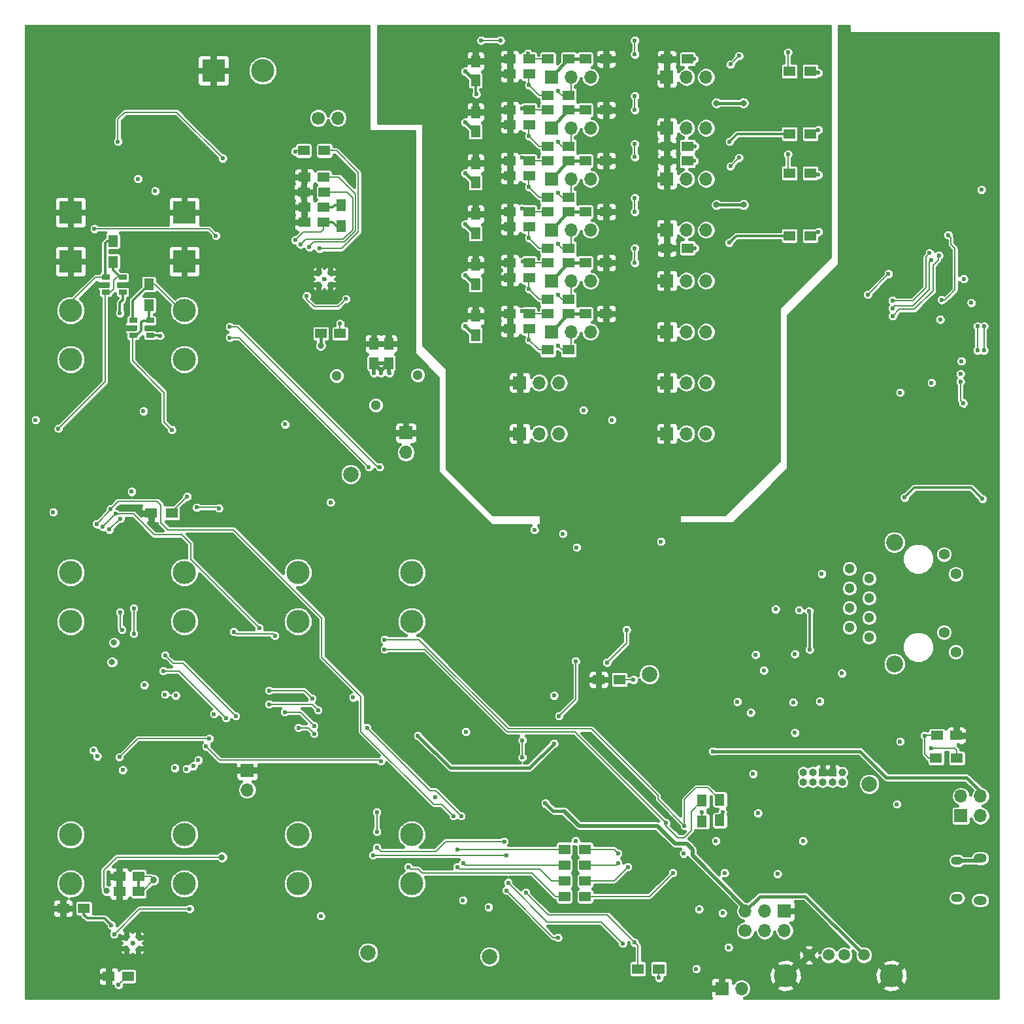
<source format=gbl>
G04 #@! TF.FileFunction,Copper,L4,Bot,Signal*
%FSLAX46Y46*%
G04 Gerber Fmt 4.6, Leading zero omitted, Abs format (unit mm)*
G04 Created by KiCad (PCBNEW 4.0.7) date 07/20/18 20:43:06*
%MOMM*%
%LPD*%
G01*
G04 APERTURE LIST*
%ADD10C,0.100000*%
%ADD11C,3.000000*%
%ADD12R,1.700000X1.700000*%
%ADD13O,1.700000X1.700000*%
%ADD14R,1.500000X1.300000*%
%ADD15R,1.250000X1.500000*%
%ADD16R,1.500000X1.250000*%
%ADD17C,1.700000*%
%ADD18O,1.500000X1.100000*%
%ADD19O,1.700000X1.200000*%
%ADD20R,1.300000X1.500000*%
%ADD21R,0.500000X0.500000*%
%ADD22C,1.000000*%
%ADD23O,1.000000X1.000000*%
%ADD24R,1.000000X1.000000*%
%ADD25C,7.700000*%
%ADD26C,0.700000*%
%ADD27R,3.000000X3.000000*%
%ADD28C,0.400000*%
%ADD29C,1.300000*%
%ADD30C,2.184400*%
%ADD31C,1.408000*%
%ADD32C,1.501140*%
%ADD33C,2.999740*%
%ADD34R,1.060000X0.650000*%
%ADD35C,2.000000*%
%ADD36C,0.600000*%
%ADD37C,0.800000*%
%ADD38C,0.300000*%
%ADD39C,0.200000*%
%ADD40C,0.160000*%
%ADD41C,0.400000*%
%ADD42C,0.500000*%
G04 APERTURE END LIST*
D10*
D11*
X35770000Y-71325000D03*
X35770000Y-77675000D03*
X35770000Y-105295000D03*
X35770000Y-111645000D03*
D12*
X90683080Y-125227080D03*
D13*
X93223080Y-125227080D03*
D11*
X21040000Y-105295000D03*
X21040000Y-111645000D03*
D14*
X86250000Y-29300000D03*
X83550000Y-29300000D03*
X86250000Y-18000000D03*
X83550000Y-18000000D03*
X102150000Y-27700000D03*
X99450000Y-27700000D03*
X102150000Y-19600000D03*
X99450000Y-19600000D03*
D12*
X83560000Y-26950000D03*
D13*
X86100000Y-26950000D03*
X88640000Y-26950000D03*
D12*
X83560000Y-20350000D03*
D13*
X86100000Y-20350000D03*
X88640000Y-20350000D03*
D15*
X58770000Y-38090000D03*
X58770000Y-40590000D03*
X58770000Y-31490000D03*
X58770000Y-33990000D03*
X58770000Y-24890000D03*
X58770000Y-27390000D03*
X58770000Y-18290000D03*
X58770000Y-20790000D03*
D16*
X65720000Y-39740000D03*
X63220000Y-39740000D03*
X65720000Y-33140000D03*
X63220000Y-33140000D03*
X65720000Y-26540000D03*
X63220000Y-26540000D03*
X65720000Y-19940000D03*
X63220000Y-19940000D03*
X63220000Y-37800000D03*
X65720000Y-37800000D03*
X63220000Y-31200000D03*
X65720000Y-31200000D03*
X63220000Y-24600000D03*
X65720000Y-24600000D03*
X63220000Y-18000000D03*
X65720000Y-18000000D03*
D14*
X68140000Y-37800000D03*
X70840000Y-37800000D03*
X68140000Y-31200000D03*
X70840000Y-31200000D03*
X68140000Y-24600000D03*
X70840000Y-24600000D03*
X68140000Y-18000000D03*
X70840000Y-18000000D03*
X75690000Y-37800000D03*
X72990000Y-37800000D03*
X75690000Y-31200000D03*
X72990000Y-31200000D03*
X75690000Y-24600000D03*
X72990000Y-24600000D03*
X75690000Y-18000000D03*
X72990000Y-18000000D03*
X68140000Y-42500000D03*
X70840000Y-42500000D03*
X68140000Y-35900000D03*
X70840000Y-35900000D03*
X68140000Y-29300000D03*
X70840000Y-29300000D03*
X68140000Y-22700000D03*
X70840000Y-22700000D03*
D12*
X68590000Y-40150000D03*
D13*
X71130000Y-40150000D03*
X73670000Y-40150000D03*
D12*
X68590000Y-33550000D03*
D13*
X71130000Y-33550000D03*
X73670000Y-33550000D03*
D12*
X68590000Y-26950000D03*
D13*
X71130000Y-26950000D03*
X73670000Y-26950000D03*
D12*
X68590000Y-20350000D03*
D13*
X71130000Y-20350000D03*
X73670000Y-20350000D03*
D14*
X68140000Y-16100000D03*
X70840000Y-16100000D03*
D16*
X63220000Y-11400000D03*
X65720000Y-11400000D03*
X65720000Y-13340000D03*
X63220000Y-13340000D03*
D15*
X58770000Y-11690000D03*
X58770000Y-14190000D03*
D14*
X75690000Y-11400000D03*
X72990000Y-11400000D03*
X68140000Y-11400000D03*
X70840000Y-11400000D03*
D12*
X68590000Y-13750000D03*
D13*
X71130000Y-13750000D03*
X73670000Y-13750000D03*
D16*
X39100000Y-20100000D03*
X36600000Y-20100000D03*
X39100000Y-25950000D03*
X36600000Y-25950000D03*
X39100000Y-24000000D03*
X36600000Y-24000000D03*
X38725000Y-40375000D03*
X41225000Y-40375000D03*
D15*
X45602776Y-44207268D03*
X45602776Y-41707268D03*
X47502776Y-44207268D03*
X47502776Y-41707268D03*
D16*
X15118580Y-112625060D03*
X12618580Y-112625060D03*
X15118580Y-110725060D03*
X12618580Y-110725060D03*
X13750000Y-123650000D03*
X11250000Y-123650000D03*
X63220000Y-4800000D03*
X65720000Y-4800000D03*
X65720000Y-6740000D03*
X63220000Y-6740000D03*
D15*
X58770000Y-5090000D03*
X58770000Y-7590000D03*
D16*
X118550000Y-92450000D03*
X121050000Y-92450000D03*
D17*
X38410000Y-12450000D03*
D13*
X40950000Y-12450000D03*
D17*
X93726000Y-117729000D03*
D13*
X93726000Y-115189000D03*
X96266000Y-117729000D03*
X96266000Y-115189000D03*
X98806000Y-117729000D03*
D12*
X98806000Y-115189000D03*
D18*
X121150000Y-113500000D03*
X121150000Y-108660000D03*
D19*
X124150000Y-113810000D03*
X124150000Y-108350000D03*
D14*
X39200000Y-22050000D03*
X36500000Y-22050000D03*
X39200000Y-16675000D03*
X36500000Y-16675000D03*
D20*
X41375000Y-26475000D03*
X41375000Y-23775000D03*
D14*
X8040360Y-114848640D03*
X5340360Y-114848640D03*
X77423000Y-85217000D03*
X74723000Y-85217000D03*
X102150000Y-6400000D03*
X99450000Y-6400000D03*
X102150000Y-14500000D03*
X99450000Y-14500000D03*
X75690000Y-4800000D03*
X72990000Y-4800000D03*
X68140000Y-4800000D03*
X70840000Y-4800000D03*
X68140000Y-9500000D03*
X70840000Y-9500000D03*
X16750000Y-63650000D03*
X19450000Y-63650000D03*
X82503000Y-122682000D03*
X79803000Y-122682000D03*
D20*
X16440000Y-34000000D03*
X16440000Y-36700000D03*
X11790000Y-28380000D03*
X11790000Y-31080000D03*
D14*
X118450000Y-95400000D03*
X121150000Y-95400000D03*
D21*
X39200000Y-33275000D03*
X38450000Y-34025000D03*
X39950000Y-34025000D03*
X39950000Y-32525000D03*
X38450000Y-32525000D03*
X14325600Y-119331740D03*
X13575600Y-120081740D03*
X15075600Y-120081740D03*
X15075600Y-118581740D03*
X13575600Y-118581740D03*
D22*
X106290000Y-97230000D03*
D23*
X106290000Y-98500000D03*
D24*
X105020000Y-97230000D03*
D23*
X105020000Y-98500000D03*
D24*
X103750000Y-97230000D03*
D23*
X103750000Y-98500000D03*
X102480000Y-97230000D03*
X102480000Y-98500000D03*
X101210000Y-97230000D03*
X101210000Y-98500000D03*
D25*
X120650000Y-120650000D03*
D26*
X117850000Y-120650000D03*
X122629890Y-122629890D03*
X120650000Y-123450000D03*
X118670110Y-122629890D03*
X123450000Y-120650000D03*
X118670110Y-118670110D03*
X120650000Y-117850000D03*
X122629890Y-118670110D03*
D25*
X6350000Y-120650000D03*
D26*
X3550000Y-120650000D03*
X8329890Y-122629890D03*
X6350000Y-123450000D03*
X4370110Y-122629890D03*
X9150000Y-120650000D03*
X4370110Y-118670110D03*
X6350000Y-117850000D03*
X8329890Y-118670110D03*
D25*
X120650000Y-6350000D03*
D26*
X117850000Y-6350000D03*
X122629890Y-8329890D03*
X120650000Y-9150000D03*
X118670110Y-8329890D03*
X123450000Y-6350000D03*
X118670110Y-4370110D03*
X120650000Y-3550000D03*
X122629890Y-4370110D03*
D25*
X6350000Y-6350000D03*
D26*
X3550000Y-6350000D03*
X8329890Y-8329890D03*
X6350000Y-9150000D03*
X4370110Y-8329890D03*
X9150000Y-6350000D03*
X4370110Y-4370110D03*
X6350000Y-3550000D03*
X8329890Y-4370110D03*
D14*
X86250000Y-4800000D03*
X83550000Y-4800000D03*
X86250000Y-16100000D03*
X83550000Y-16100000D03*
D11*
X6310000Y-37375000D03*
D27*
X6310000Y-31025000D03*
D11*
X6310000Y-43725000D03*
D27*
X6310000Y-24675000D03*
D11*
X21040000Y-37375000D03*
D27*
X21040000Y-31025000D03*
D11*
X21040000Y-43725000D03*
D27*
X21040000Y-24675000D03*
D11*
X21040000Y-71325000D03*
X21040000Y-77675000D03*
X50500000Y-71325000D03*
X50500000Y-77675000D03*
X6310000Y-71325000D03*
X6310000Y-77675000D03*
X31175000Y-6310000D03*
D27*
X24825000Y-6310000D03*
D11*
X50500000Y-105295000D03*
X50500000Y-111645000D03*
X6310000Y-105295000D03*
X6310000Y-111645000D03*
D28*
X21730000Y-57515000D03*
X23680000Y-57515000D03*
X19780000Y-57515000D03*
X22380000Y-58415000D03*
X21080000Y-58415000D03*
X22380000Y-56615000D03*
X21080000Y-56615000D03*
X7000000Y-57515000D03*
X8950000Y-57515000D03*
X5050000Y-57515000D03*
X7650000Y-58415000D03*
X6350000Y-58415000D03*
X7650000Y-56615000D03*
X6350000Y-56615000D03*
D12*
X83560000Y-7150000D03*
D13*
X86100000Y-7150000D03*
X88640000Y-7150000D03*
D12*
X83560000Y-13750000D03*
D13*
X86100000Y-13750000D03*
X88640000Y-13750000D03*
D12*
X64490000Y-46750000D03*
D13*
X67030000Y-46750000D03*
X69570000Y-46750000D03*
D12*
X64490000Y-53350000D03*
D13*
X67030000Y-53350000D03*
X69570000Y-53350000D03*
D12*
X68590000Y-7150000D03*
D13*
X71130000Y-7150000D03*
X73670000Y-7150000D03*
D12*
X83560000Y-33550000D03*
D13*
X86100000Y-33550000D03*
X88640000Y-33550000D03*
D12*
X83560000Y-40150000D03*
D13*
X86100000Y-40150000D03*
X88640000Y-40150000D03*
D12*
X83560000Y-46750000D03*
D13*
X86100000Y-46750000D03*
X88640000Y-46750000D03*
D12*
X83560000Y-53350000D03*
D13*
X86100000Y-53350000D03*
X88640000Y-53350000D03*
D29*
X107211910Y-70855790D03*
X109751910Y-72125790D03*
X107211910Y-73395790D03*
X109751910Y-74665791D03*
X107211910Y-75935791D03*
X109751910Y-77205790D03*
X107211910Y-78475790D03*
X109751910Y-79745790D03*
D30*
X113051910Y-83175790D03*
X113051910Y-67425790D03*
D31*
X119480500Y-68974530D03*
X121000500Y-81624530D03*
X119480000Y-79086380D03*
X121000000Y-71516380D03*
D20*
X90424000Y-103458000D03*
X90424000Y-100758000D03*
X88138000Y-103585000D03*
X88138000Y-100885000D03*
D12*
X121660000Y-102850000D03*
D13*
X121660000Y-100310000D03*
X124200000Y-102850000D03*
X124200000Y-100310000D03*
D12*
X49750000Y-53250000D03*
D13*
X49750000Y-55790000D03*
D12*
X29184600Y-96941640D03*
D13*
X29184600Y-99481640D03*
D32*
X101980140Y-120901880D03*
X104520140Y-120901880D03*
X106552140Y-120901880D03*
X109092140Y-120901880D03*
D33*
X98932140Y-123568880D03*
X112648140Y-123568880D03*
D34*
X10843080Y-34991080D03*
X10843080Y-34041080D03*
X10843080Y-33091080D03*
X13043080Y-33091080D03*
X13043080Y-34991080D03*
X14399080Y-40579080D03*
X14399080Y-39629080D03*
X14399080Y-38679080D03*
X16599080Y-38679080D03*
X16599080Y-40579080D03*
D35*
X42600880Y-58602880D03*
X44836080Y-120578880D03*
X81285080Y-84536280D03*
X60584080Y-121086880D03*
X109783880Y-98734880D03*
D14*
X72983080Y-107193080D03*
X70283080Y-107193080D03*
X72983080Y-109225080D03*
X70283080Y-109225080D03*
X72983080Y-113289080D03*
X70283080Y-113289080D03*
X72983080Y-111257080D03*
X70283080Y-111257080D03*
D36*
X100150000Y-81900000D03*
X62097920Y-32171640D03*
X109347000Y-118999000D03*
X109474000Y-114681000D03*
X111709200Y-42316400D03*
X118821200Y-39776400D03*
X45720000Y-26352500D03*
X112903000Y-18034000D03*
X112903000Y-16192500D03*
X112776000Y-14287500D03*
X112776000Y-12319000D03*
X88265000Y-65659000D03*
X52578000Y-96393000D03*
X91821000Y-93027500D03*
X81470500Y-100203000D03*
X83566000Y-106743500D03*
X77089000Y-106299000D03*
D37*
X8763000Y-92329000D03*
X4064000Y-92202000D03*
X3937000Y-90678000D03*
X8636000Y-90678000D03*
D36*
X15875000Y-88392000D03*
X123698000Y-92392500D03*
X115570000Y-92329000D03*
X119126000Y-48006000D03*
D37*
X18288000Y-91757500D03*
X17335500Y-94234000D03*
X23177500Y-90487500D03*
X23368000Y-91757500D03*
D36*
X113284000Y-25654000D03*
X74342000Y-79756000D03*
X91757500Y-55054500D03*
X91821000Y-48260000D03*
X91630500Y-42164000D03*
X91757500Y-35052000D03*
X121539000Y-84201000D03*
X105156000Y-87503000D03*
X123190000Y-58039000D03*
X113792000Y-50673000D03*
X113030000Y-30480000D03*
X90805000Y-118110000D03*
X95123000Y-111379000D03*
X82550000Y-109728000D03*
X3556000Y-12827000D03*
X77465000Y-66000000D03*
X75692000Y-64516000D03*
X75692000Y-60325000D03*
X75692000Y-67000000D03*
X77470000Y-60325000D03*
X77465000Y-64500000D03*
X119925000Y-109800000D03*
D29*
X23000000Y-115600000D03*
D36*
X69469000Y-105410000D03*
X93472000Y-107061000D03*
X88265000Y-97917000D03*
X84455000Y-96647000D03*
X83693000Y-94361000D03*
X105460800Y-46502320D03*
X105460800Y-44597320D03*
X105460800Y-42692320D03*
X105460800Y-40787320D03*
X86487000Y-72517000D03*
X84201000Y-77978000D03*
X84455000Y-75311000D03*
X65676780Y-87200740D03*
X78740000Y-73787000D03*
X71120000Y-75565000D03*
X71755000Y-77216000D03*
X69088000Y-77978000D03*
X71374000Y-73660000D03*
X77297280Y-75316080D03*
X50007520Y-116758720D03*
X44761960Y-124747280D03*
X13159740Y-49004220D03*
X2032000Y-56134000D03*
X40248840Y-54792880D03*
X38557200Y-58755280D03*
X74904600Y-114498120D03*
X62628780Y-99982020D03*
X60845700Y-100241100D03*
X61917580Y-89258140D03*
X60822840Y-92181680D03*
D37*
X52539900Y-90030300D03*
X55135780Y-88201500D03*
X50327560Y-88193880D03*
D36*
X55166260Y-86700360D03*
X53675280Y-85577680D03*
X62738000Y-85344000D03*
D37*
X63246000Y-71882000D03*
X60706000Y-73914000D03*
X60706000Y-69850000D03*
D36*
X64008000Y-68580000D03*
X61468000Y-68580000D03*
X58928000Y-67310000D03*
X69004180Y-67119500D03*
X56875680Y-73319640D03*
X44980860Y-86586060D03*
X16060420Y-48978820D03*
X24033480Y-47701200D03*
X29603700Y-55618380D03*
X18506440Y-53195220D03*
X1778000Y-48966120D03*
X4091940Y-53213000D03*
X10835640Y-48905160D03*
X3766820Y-65758060D03*
X5514340Y-65836800D03*
X20030440Y-61625480D03*
X11805920Y-88412320D03*
X36068000Y-115570000D03*
X35814000Y-124968000D03*
X31668720Y-111023400D03*
X26408380Y-115051840D03*
X11300460Y-122527060D03*
X5509260Y-116037360D03*
X123291600Y-47955200D03*
X125500000Y-46900000D03*
X126000000Y-40050000D03*
X125750000Y-33400000D03*
X6150000Y-95300000D03*
X25000000Y-61350000D03*
X10250000Y-61400000D03*
X5400000Y-61450000D03*
X3150000Y-61500000D03*
X12650000Y-59700000D03*
X84900000Y-65100000D03*
X82700000Y-70400000D03*
X76565000Y-68000000D03*
X50900000Y-9500000D03*
X52100000Y-4400000D03*
X50500000Y-2400000D03*
X62400000Y-55500000D03*
X62500000Y-53700000D03*
X62400000Y-48700000D03*
X62500000Y-47000000D03*
X93600000Y-19800000D03*
X98400000Y-24600000D03*
X98600000Y-21000000D03*
X98400000Y-11400000D03*
X98600000Y-7800000D03*
X93600000Y-6600000D03*
X61600000Y-38950000D03*
X61600000Y-25750000D03*
X61600000Y-19150000D03*
X61600000Y-12550000D03*
X61600000Y-5950000D03*
X44255000Y-34725000D03*
X47480000Y-35850000D03*
D37*
X58166000Y-71882000D03*
D36*
X15557500Y-63627000D03*
D29*
X29825000Y-27550000D03*
D36*
X90805000Y-102362000D03*
X88138000Y-102362000D03*
X82550000Y-123825000D03*
X40005000Y-62230000D03*
X42926000Y-87503000D03*
X91059000Y-110236000D03*
X71755000Y-106108500D03*
X101219000Y-106108500D03*
X92710000Y-88074500D03*
X113792000Y-93218000D03*
X100139500Y-92075000D03*
X94424500Y-89471500D03*
X60452000Y-114681000D03*
X89916000Y-106100000D03*
X90805000Y-115443000D03*
X57531000Y-91948000D03*
X4064000Y-63500000D03*
X14224000Y-60833000D03*
X57150000Y-113792000D03*
X41225000Y-39075000D03*
X15875000Y-85915500D03*
X13081000Y-96901000D03*
X15049500Y-20320000D03*
X17272000Y-21907500D03*
D29*
X51308000Y-45720000D03*
D36*
X72771000Y-50292000D03*
D29*
X40767000Y-45847000D03*
X45847000Y-49657000D03*
D36*
X46550000Y-45500000D03*
X47600000Y-45500000D03*
X45600000Y-45500000D03*
X34099500Y-52133500D03*
X12532360Y-124752100D03*
X68961000Y-93472000D03*
X89535000Y-94488000D03*
X53594000Y-100457000D03*
X38735000Y-115824000D03*
X51308000Y-92456000D03*
X67818000Y-101219000D03*
X68961000Y-87249000D03*
X58877200Y-9347200D03*
X66421000Y-65786000D03*
X76454000Y-51562000D03*
X97917000Y-110363000D03*
X82804000Y-67310000D03*
X71882000Y-68072000D03*
X70104000Y-66294000D03*
D37*
X90000000Y-23700000D03*
X93500000Y-23700000D03*
X90000000Y-10500000D03*
X93500000Y-10500000D03*
D36*
X57430000Y-39410000D03*
X57430000Y-32810000D03*
X57430000Y-26210000D03*
X57430000Y-19610000D03*
X57430000Y-13010000D03*
X57430000Y-6410000D03*
X65560000Y-4100000D03*
X65700000Y-8210000D03*
X64800000Y-11200000D03*
X65700000Y-14810000D03*
X15748000Y-50419000D03*
X17886680Y-40645080D03*
X12700000Y-37719000D03*
X1778000Y-51562000D03*
X64800000Y-24200000D03*
X65700000Y-28010000D03*
X64900000Y-31000000D03*
X65700000Y-34610000D03*
X64800000Y-37500000D03*
X65700000Y-41210000D03*
X35400000Y-16800000D03*
D37*
X11684000Y-82931000D03*
D36*
X55885080Y-102875080D03*
X65283080Y-112781080D03*
X9658413Y-65041587D03*
X11490000Y-63100000D03*
X79375000Y-119253000D03*
X19812000Y-96647000D03*
X21336000Y-96774000D03*
X22225000Y-96393000D03*
X22860000Y-95631000D03*
D37*
X11938000Y-80391000D03*
X10985500Y-112585500D03*
X25908000Y-108204000D03*
D36*
X71755000Y-82804000D03*
X69596000Y-89916000D03*
X78359000Y-78740000D03*
X75798680Y-83012280D03*
X87100000Y-4800000D03*
X87200000Y-16100000D03*
X87100000Y-18000000D03*
X87200000Y-29300000D03*
X19431000Y-52832000D03*
X4725000Y-52670040D03*
X79400000Y-31200000D03*
X79400000Y-29300000D03*
X79400000Y-24600000D03*
X79400000Y-22800000D03*
X79400000Y-17500000D03*
X79400000Y-15800000D03*
X79400000Y-11400000D03*
X79400000Y-9600000D03*
X79400000Y-4200000D03*
X79400000Y-2400000D03*
X62000000Y-2400000D03*
X59500000Y-2400000D03*
X9779000Y-95123000D03*
X19939000Y-87249000D03*
X37250000Y-29175010D03*
X35425000Y-28250000D03*
D37*
X38700000Y-41925000D03*
D36*
X36100000Y-28825000D03*
X38550000Y-29375000D03*
X41990000Y-35890000D03*
X36875000Y-35500000D03*
X117856000Y-46736000D03*
X113792000Y-48006000D03*
X106235500Y-84391500D03*
X96139000Y-84010500D03*
X95059500Y-81978500D03*
X121729500Y-43942000D03*
X121602500Y-45593000D03*
X123000000Y-36400000D03*
X103378000Y-88011000D03*
X99949000Y-88138000D03*
X103632000Y-71501000D03*
X124333000Y-21717000D03*
X102000000Y-76350000D03*
X102050000Y-81300000D03*
X123802342Y-39422255D03*
X123800000Y-42550000D03*
X124646995Y-39414277D03*
X124650000Y-42550000D03*
X112800000Y-36100000D03*
X117600000Y-29950000D03*
X117800000Y-30850000D03*
X112800000Y-37100000D03*
X118825000Y-30250000D03*
X112800000Y-38100000D03*
X119150000Y-36000000D03*
X120000000Y-27600000D03*
X122047000Y-33274000D03*
X118999000Y-38544500D03*
X11255080Y-76705080D03*
X12642249Y-79691000D03*
X17730080Y-84905080D03*
X25297458Y-90887702D03*
X30739080Y-78491080D03*
X62997080Y-111511080D03*
X77851000Y-119380000D03*
X10440000Y-65400000D03*
X12120000Y-63730000D03*
X25527000Y-62992000D03*
X22650000Y-62900000D03*
X12740000Y-64350000D03*
X11320000Y-65780000D03*
X21400000Y-61490000D03*
X100711000Y-76200000D03*
X97649998Y-76073000D03*
X121600000Y-46600000D03*
X121950000Y-49400000D03*
X85742780Y-107751880D03*
X116967000Y-92456000D03*
X94742000Y-97409000D03*
X79248000Y-85217000D03*
X99249990Y-3949990D03*
X92900000Y-4400000D03*
X91800000Y-5500000D03*
X91694000Y-15494000D03*
X92900000Y-17600000D03*
X99249990Y-17149990D03*
X91800000Y-18700000D03*
X91643200Y-28600400D03*
X69510000Y-8950000D03*
X69490000Y-15570000D03*
X69490000Y-28770000D03*
X69490000Y-35370000D03*
X69490000Y-41970000D03*
X117856000Y-94107000D03*
X87757000Y-114935000D03*
X95377000Y-102489000D03*
X77221080Y-107701080D03*
X64800000Y-17600000D03*
X65700000Y-21410000D03*
X69490000Y-22170000D03*
X103200000Y-6600000D03*
X103200000Y-14000000D03*
X103200000Y-19800000D03*
X103200000Y-27200000D03*
X124450000Y-61800000D03*
X114350000Y-61600000D03*
X64825880Y-93070680D03*
X64820800Y-95285560D03*
X12705080Y-76459080D03*
X12959080Y-78745080D03*
X18293080Y-84079080D03*
X26421080Y-90175080D03*
X45471080Y-107955080D03*
X62743080Y-107955080D03*
X62489080Y-106177080D03*
X45979080Y-106939080D03*
X27691080Y-89921080D03*
X14483080Y-75951080D03*
X14483080Y-79253080D03*
X18547080Y-82047080D03*
X87376000Y-122682000D03*
X91567000Y-119888000D03*
D37*
X17081500Y-111125000D03*
X17081500Y-111188500D03*
D36*
X11600180Y-117043200D03*
X21760180Y-114909600D03*
X11940540Y-118201440D03*
X113365280Y-101351080D03*
X112268000Y-32639000D03*
X109601000Y-35306000D03*
X24892000Y-89662000D03*
X9271000Y-94361000D03*
X18542000Y-87122000D03*
X27437080Y-78999080D03*
X32771080Y-79507080D03*
X44709080Y-91445080D03*
X56901080Y-102875080D03*
X69469000Y-118618000D03*
X46487080Y-95763080D03*
X62743080Y-112527080D03*
X23876000Y-93853000D03*
X26924000Y-39497000D03*
X46355000Y-57658000D03*
X46990000Y-80010000D03*
X26035000Y-17653000D03*
X12446000Y-15494000D03*
X85852000Y-104140000D03*
X25146000Y-27686000D03*
X9398000Y-26797000D03*
X46990000Y-81280000D03*
X44958000Y-57658000D03*
X26924000Y-40894000D03*
X83439000Y-103759000D03*
X32009080Y-88397080D03*
X38359080Y-89159080D03*
X56393080Y-107193080D03*
X24277320Y-92847160D03*
X12621260Y-95239840D03*
X57155080Y-108971080D03*
X32009080Y-86619080D03*
X37597080Y-87635080D03*
X45979080Y-102367080D03*
X37851080Y-92207080D03*
X35819080Y-91445080D03*
X45979080Y-104907080D03*
X50043080Y-109479080D03*
X56393080Y-109479080D03*
X37851080Y-91191080D03*
X34041080Y-89413080D03*
X77221080Y-108971080D03*
X84333080Y-110241080D03*
X78491080Y-109479080D03*
D38*
X14274000Y-39624000D02*
X14320000Y-39670000D01*
D39*
X74342000Y-79756000D02*
X74295000Y-79756000D01*
D38*
X77297280Y-75316080D02*
X77289660Y-75316080D01*
X13159740Y-49004220D02*
X13159740Y-49011840D01*
X69004180Y-67119500D02*
X69004180Y-67122040D01*
D40*
X44980860Y-86586060D02*
X44988480Y-86593680D01*
D38*
X16060420Y-48978820D02*
X16060420Y-48988980D01*
X10835640Y-48905160D02*
X10843260Y-48905160D01*
D40*
X20030440Y-61625480D02*
X20035520Y-61630560D01*
D41*
X11805920Y-88412320D02*
X11805920Y-88417400D01*
D39*
X31668720Y-111023400D02*
X31683960Y-111023400D01*
X16750000Y-63650000D02*
X15580500Y-63650000D01*
X15580500Y-63650000D02*
X15557500Y-63627000D01*
D40*
X90424000Y-103458000D02*
X90424000Y-102743000D01*
X90424000Y-102743000D02*
X90805000Y-102362000D01*
X88138000Y-103585000D02*
X88138000Y-102362000D01*
D39*
X82503000Y-122682000D02*
X82503000Y-123778000D01*
X82503000Y-123778000D02*
X82550000Y-123825000D01*
D38*
X39100000Y-24000000D02*
X40262000Y-24000000D01*
X40487000Y-23775000D02*
X41375000Y-23775000D01*
X40262000Y-24000000D02*
X40487000Y-23775000D01*
D40*
X41225000Y-40375000D02*
X41225000Y-39075000D01*
D42*
X46550000Y-45500000D02*
X46550000Y-45154492D01*
X46550000Y-45154492D02*
X45602776Y-44207268D01*
X46550000Y-45500000D02*
X46550000Y-45160044D01*
X46550000Y-45160044D02*
X47502776Y-44207268D01*
X47502776Y-44207268D02*
X47502776Y-45402776D01*
X47502776Y-45402776D02*
X47600000Y-45500000D01*
X45602776Y-44207268D02*
X45602776Y-45497224D01*
X45602776Y-45497224D02*
X45600000Y-45500000D01*
X47502776Y-44207268D02*
X47502776Y-44222224D01*
X47502776Y-44207268D02*
X45602776Y-44207268D01*
D39*
X12532360Y-124752100D02*
X13634460Y-123650000D01*
X13634460Y-123650000D02*
X13750000Y-123650000D01*
D41*
X124200000Y-100310000D02*
X124200000Y-99689000D01*
X124200000Y-99689000D02*
X122428000Y-97917000D01*
X122428000Y-97917000D02*
X112014000Y-97917000D01*
X112014000Y-97917000D02*
X108585000Y-94488000D01*
X108585000Y-94488000D02*
X89535000Y-94488000D01*
X55499000Y-96647000D02*
X51308000Y-92456000D01*
X65786000Y-96647000D02*
X55499000Y-96647000D01*
X68961000Y-93472000D02*
X65786000Y-96647000D01*
D42*
X72141080Y-104145080D02*
X70231000Y-102235000D01*
X82301080Y-104145080D02*
X72141080Y-104145080D01*
X84587080Y-106431080D02*
X82301080Y-104145080D01*
X86111080Y-106431080D02*
X84587080Y-106431080D01*
X86873080Y-107193080D02*
X86111080Y-106431080D01*
X86873080Y-107955080D02*
X86873080Y-107193080D01*
X93726000Y-114808000D02*
X86873080Y-107955080D01*
X93726000Y-115189000D02*
X93726000Y-114808000D01*
D41*
X68834000Y-102235000D02*
X70231000Y-102235000D01*
X67818000Y-101219000D02*
X68834000Y-102235000D01*
X93500000Y-23700000D02*
X90000000Y-23700000D01*
X93500000Y-10500000D02*
X90000000Y-10500000D01*
X109092140Y-120901880D02*
X109090880Y-120901880D01*
X109090880Y-120901880D02*
X101473000Y-113284000D01*
X101473000Y-113284000D02*
X95631000Y-113284000D01*
X95631000Y-113284000D02*
X93726000Y-115189000D01*
D38*
X58770000Y-7590000D02*
X58770000Y-9240000D01*
X58770000Y-9240000D02*
X58877200Y-9347200D01*
D41*
X58610000Y-40590000D02*
X57430000Y-39410000D01*
X58610000Y-33990000D02*
X57430000Y-32810000D01*
X58610000Y-27390000D02*
X57430000Y-26210000D01*
X58610000Y-20790000D02*
X57430000Y-19610000D01*
X58770000Y-40590000D02*
X58610000Y-40590000D01*
X58770000Y-33990000D02*
X58610000Y-33990000D01*
X58770000Y-27390000D02*
X58610000Y-27390000D01*
X58770000Y-20790000D02*
X58610000Y-20790000D01*
X58770000Y-14190000D02*
X58610000Y-14190000D01*
X58610000Y-14190000D02*
X57430000Y-13010000D01*
X58770000Y-7590000D02*
X58610000Y-7590000D01*
X58610000Y-7590000D02*
X57430000Y-6410000D01*
D40*
X65560000Y-4100000D02*
X65560000Y-4640000D01*
X65560000Y-4640000D02*
X65720000Y-4800000D01*
X68140000Y-4800000D02*
X65720000Y-4800000D01*
X65700000Y-8210000D02*
X65700000Y-6760000D01*
X65700000Y-6760000D02*
X65720000Y-6740000D01*
X68140000Y-9500000D02*
X66990000Y-9500000D01*
X66990000Y-9500000D02*
X65700000Y-8210000D01*
X68140000Y-9500000D02*
X68040000Y-9500000D01*
X64800000Y-11200000D02*
X65520000Y-11200000D01*
X65520000Y-11200000D02*
X65720000Y-11400000D01*
X68140000Y-11400000D02*
X65720000Y-11400000D01*
X65700000Y-14810000D02*
X65700000Y-13360000D01*
X65700000Y-13360000D02*
X65720000Y-13340000D01*
X66990000Y-16100000D02*
X65700000Y-14810000D01*
X68140000Y-16100000D02*
X68040000Y-16100000D01*
X68140000Y-16100000D02*
X66990000Y-16100000D01*
D38*
X17820680Y-40579080D02*
X16599080Y-40579080D01*
X17886680Y-40645080D02*
X17820680Y-40579080D01*
X12700000Y-36332160D02*
X13043080Y-35989080D01*
X13043080Y-35989080D02*
X13043080Y-34991080D01*
X12700000Y-37719000D02*
X12700000Y-36332160D01*
D39*
X21040000Y-37375000D02*
X20611000Y-37375000D01*
X20611000Y-37375000D02*
X17236000Y-34000000D01*
X17236000Y-34000000D02*
X16440000Y-34000000D01*
D38*
X16440000Y-34000000D02*
X16434240Y-34000000D01*
X16434240Y-34000000D02*
X14320000Y-36114240D01*
X14320000Y-36114240D02*
X14320000Y-38720000D01*
D39*
X6310000Y-37375000D02*
X6310000Y-36298500D01*
X6310000Y-36298500D02*
X9538500Y-33070000D01*
X9538500Y-33070000D02*
X10760000Y-33070000D01*
D38*
X11790000Y-28380000D02*
X11030640Y-28380000D01*
X10760000Y-28650640D02*
X10760000Y-33070000D01*
X11030640Y-28380000D02*
X10760000Y-28650640D01*
D40*
X64800000Y-24200000D02*
X65320000Y-24200000D01*
X65320000Y-24200000D02*
X65720000Y-24600000D01*
X68140000Y-24600000D02*
X65720000Y-24600000D01*
X68140000Y-29300000D02*
X66990000Y-29300000D01*
X66990000Y-29300000D02*
X65700000Y-28010000D01*
X68140000Y-29300000D02*
X68040000Y-29300000D01*
X65700000Y-26560000D02*
X65720000Y-26540000D01*
X65700000Y-28010000D02*
X65700000Y-26560000D01*
X64900000Y-31000000D02*
X65520000Y-31000000D01*
X65520000Y-31000000D02*
X65720000Y-31200000D01*
X68140000Y-31200000D02*
X65720000Y-31200000D01*
X68140000Y-35900000D02*
X66990000Y-35900000D01*
X65700000Y-33160000D02*
X65720000Y-33140000D01*
X65700000Y-34610000D02*
X65700000Y-33160000D01*
X66990000Y-35900000D02*
X65700000Y-34610000D01*
X68140000Y-35900000D02*
X68040000Y-35900000D01*
X68140000Y-37800000D02*
X65720000Y-37800000D01*
X64800000Y-37500000D02*
X65420000Y-37500000D01*
X68140000Y-42500000D02*
X66990000Y-42500000D01*
X65700000Y-39760000D02*
X65720000Y-39740000D01*
X65700000Y-41210000D02*
X65700000Y-39760000D01*
X66990000Y-42500000D02*
X65700000Y-41210000D01*
X68140000Y-42500000D02*
X68040000Y-42500000D01*
D39*
X36500000Y-16675000D02*
X35525000Y-16675000D01*
X35525000Y-16675000D02*
X35400000Y-16800000D01*
D40*
X68707000Y-115697000D02*
X68199000Y-115697000D01*
X55885080Y-102875080D02*
X54361080Y-101351080D01*
X54361080Y-101351080D02*
X53345080Y-101351080D01*
X53345080Y-101351080D02*
X43942000Y-91948000D01*
X43942000Y-91948000D02*
X43942000Y-89096312D01*
D39*
X11490000Y-63100000D02*
X12487000Y-62103000D01*
X43942000Y-89096312D02*
X43942000Y-87376000D01*
X43942000Y-87376000D02*
X38862000Y-82296000D01*
X38862000Y-82296000D02*
X38862000Y-77216000D01*
X18034000Y-63627000D02*
X18034000Y-62611000D01*
X38862000Y-77216000D02*
X27432000Y-65786000D01*
X27432000Y-65786000D02*
X18923000Y-65786000D01*
X18923000Y-65786000D02*
X18034000Y-64897000D01*
X18034000Y-64897000D02*
X18034000Y-63627000D01*
X17526000Y-62103000D02*
X12487000Y-62103000D01*
X18034000Y-62611000D02*
X17526000Y-62103000D01*
D40*
X68707000Y-115697000D02*
X70617080Y-115697000D01*
X68199000Y-115697000D02*
X65283080Y-112781080D01*
X11490000Y-63210000D02*
X11490000Y-63100000D01*
X9658413Y-65041587D02*
X11490000Y-63210000D01*
D39*
X79803000Y-122682000D02*
X79803000Y-119681000D01*
X79803000Y-119681000D02*
X79375000Y-119253000D01*
X79375000Y-119253000D02*
X75819000Y-115697000D01*
X75819000Y-115697000D02*
X70617080Y-115697000D01*
X70617080Y-115697000D02*
X70542688Y-115697000D01*
D41*
X35572000Y-111645000D02*
X35770000Y-111645000D01*
D39*
X10985500Y-112585500D02*
X10604500Y-112204500D01*
X10604500Y-112204500D02*
X10604500Y-109918500D01*
X10604500Y-109918500D02*
X12319000Y-108204000D01*
X12319000Y-108204000D02*
X25908000Y-108204000D01*
D40*
X71755000Y-87757000D02*
X71755000Y-82804000D01*
X69596000Y-89916000D02*
X71755000Y-87757000D01*
D39*
X78359000Y-80451960D02*
X78359000Y-78740000D01*
X75798680Y-83012280D02*
X78359000Y-80451960D01*
X87100000Y-4800000D02*
X86250000Y-4800000D01*
X87200000Y-16100000D02*
X86250000Y-16100000D01*
X87100000Y-18000000D02*
X86250000Y-18000000D01*
X87200000Y-29300000D02*
X86250000Y-29300000D01*
X14320000Y-40620000D02*
X14320000Y-43911000D01*
X18415000Y-51816000D02*
X19431000Y-52832000D01*
X18415000Y-48006000D02*
X18415000Y-51816000D01*
X14320000Y-43911000D02*
X18415000Y-48006000D01*
D38*
X14320000Y-40620000D02*
X14894240Y-40620000D01*
X15702040Y-38720000D02*
X16520000Y-38720000D01*
X15483840Y-38938200D02*
X15702040Y-38720000D01*
X15483840Y-40030400D02*
X15483840Y-38938200D01*
X14894240Y-40620000D02*
X15483840Y-40030400D01*
X16440000Y-36700000D02*
X16440000Y-38640000D01*
X16440000Y-38640000D02*
X16520000Y-38720000D01*
D39*
X10760000Y-34970000D02*
X11512000Y-34970000D01*
X12332500Y-33070000D02*
X12960000Y-33070000D01*
X11938000Y-33464500D02*
X12332500Y-33070000D01*
X11938000Y-34544000D02*
X11938000Y-33464500D01*
X11512000Y-34970000D02*
X11938000Y-34544000D01*
X10760000Y-34970000D02*
X10760000Y-46635040D01*
X10760000Y-46635040D02*
X4725000Y-52670040D01*
D38*
X12960000Y-33070000D02*
X12755080Y-33070000D01*
X12755080Y-33070000D02*
X11790000Y-32104920D01*
X11790000Y-32104920D02*
X11790000Y-31080000D01*
D39*
X79400000Y-29300000D02*
X79400000Y-31200000D01*
X79400000Y-22800000D02*
X79400000Y-24600000D01*
X79400000Y-15800000D02*
X79400000Y-17500000D01*
X79400000Y-9600000D02*
X79400000Y-11400000D01*
X79400000Y-2400000D02*
X79400000Y-4200000D01*
X59500000Y-2400000D02*
X62000000Y-2400000D01*
D40*
X41029600Y-20100000D02*
X39100000Y-20100000D01*
X43235202Y-22305602D02*
X41029600Y-20100000D01*
X43235202Y-27073118D02*
X43235202Y-22305602D01*
X41805118Y-28503202D02*
X43235202Y-27073118D01*
X37846000Y-28503202D02*
X41805118Y-28503202D01*
X37250000Y-29175010D02*
X37250000Y-29099202D01*
X37250000Y-29099202D02*
X37846000Y-28503202D01*
X35425000Y-28250000D02*
X35425000Y-28227400D01*
X39100000Y-26838400D02*
X39100000Y-25950000D01*
X38709600Y-27228800D02*
X39100000Y-26838400D01*
X36423600Y-27228800D02*
X38709600Y-27228800D01*
X35425000Y-28227400D02*
X36423600Y-27228800D01*
D38*
X41375000Y-26475000D02*
X40800600Y-26475000D01*
X40800600Y-26475000D02*
X40275600Y-25950000D01*
X40275600Y-25950000D02*
X39100000Y-25950000D01*
D41*
X38725000Y-41900000D02*
X38700000Y-41925000D01*
X38725000Y-40375000D02*
X38725000Y-41900000D01*
D40*
X39200000Y-22050000D02*
X42116000Y-22050000D01*
X36781800Y-28143200D02*
X36100000Y-28825000D01*
X41656000Y-28143200D02*
X36781800Y-28143200D01*
X42875200Y-26924000D02*
X41656000Y-28143200D01*
X42875200Y-22809200D02*
X42875200Y-26924000D01*
X42116000Y-22050000D02*
X42875200Y-22809200D01*
X38550000Y-29375000D02*
X41442440Y-29375000D01*
X40754200Y-16675000D02*
X39200000Y-16675000D01*
X43595204Y-19516004D02*
X40754200Y-16675000D01*
X43595204Y-27222236D02*
X43595204Y-19516004D01*
X41442440Y-29375000D02*
X43595204Y-27222236D01*
X39200000Y-16675000D02*
X39300000Y-16675000D01*
X37850736Y-36900000D02*
X40980000Y-36900000D01*
X40980000Y-36900000D02*
X41500000Y-36380000D01*
X41500000Y-36380000D02*
X41990000Y-35890000D01*
X36875000Y-35500000D02*
X36875000Y-35924264D01*
X36875000Y-35924264D02*
X37850736Y-36900000D01*
D38*
X102050000Y-81300000D02*
X102050000Y-76400000D01*
X102050000Y-76400000D02*
X102000000Y-76350000D01*
D40*
X123802342Y-42547658D02*
X123800000Y-42550000D01*
X123802342Y-39422255D02*
X123802342Y-42547658D01*
X124646995Y-39414277D02*
X124646995Y-42546995D01*
X124646995Y-42546995D02*
X124650000Y-42550000D01*
D42*
X121150000Y-108660000D02*
X123840000Y-108660000D01*
X123840000Y-108660000D02*
X124150000Y-108350000D01*
D40*
X112800000Y-36100000D02*
X113224264Y-36100000D01*
X113224264Y-36100000D02*
X115450000Y-36100000D01*
X115450000Y-36100000D02*
X117100000Y-34450000D01*
X117100000Y-34450000D02*
X117100000Y-30450000D01*
X117100000Y-30450000D02*
X117600000Y-29950000D01*
X117600000Y-34650000D02*
X117600000Y-31050000D01*
X117600000Y-31050000D02*
X117800000Y-30850000D01*
X115449999Y-36800001D02*
X117600000Y-34650000D01*
X112800000Y-37100000D02*
X113099999Y-36800001D01*
X113099999Y-36800001D02*
X115449999Y-36800001D01*
X118750000Y-30850000D02*
X118750000Y-30325000D01*
X118750000Y-30325000D02*
X118825000Y-30250000D01*
X118050000Y-34850000D02*
X118050000Y-31550000D01*
X118050000Y-31550000D02*
X118750000Y-30850000D01*
X115650000Y-37250000D02*
X118050000Y-34850000D01*
X113650000Y-37250000D02*
X115650000Y-37250000D01*
X112800000Y-38100000D02*
X113650000Y-37250000D01*
X119574264Y-36000000D02*
X119874264Y-35700000D01*
X119150000Y-36000000D02*
X119574264Y-36000000D01*
X119874264Y-35700000D02*
X119900000Y-35700000D01*
X119900000Y-35700000D02*
X120900000Y-34700000D01*
X120900000Y-29350000D02*
X120350000Y-28800000D01*
X120900000Y-34700000D02*
X120900000Y-29350000D01*
X120350000Y-27950000D02*
X120000000Y-27600000D01*
X120350000Y-28800000D02*
X120350000Y-27950000D01*
X11980080Y-77605080D02*
X11255080Y-76880080D01*
X11255080Y-76880080D02*
X11255080Y-76705080D01*
X12642249Y-79691000D02*
X11980080Y-79028831D01*
X11980080Y-79028831D02*
X11980080Y-77605080D01*
X25297458Y-90887702D02*
X19314836Y-84905080D01*
X19314836Y-84905080D02*
X17730080Y-84905080D01*
X70871080Y-116586000D02*
X68072000Y-116586000D01*
X21849080Y-67569080D02*
X20579080Y-66299080D01*
X21849080Y-69601080D02*
X21849080Y-67569080D01*
X30739080Y-78491080D02*
X21849080Y-69601080D01*
X68072000Y-116586000D02*
X62997080Y-111511080D01*
X20579080Y-66421000D02*
X20701000Y-66421000D01*
D39*
X70866000Y-116586000D02*
X70871080Y-116586000D01*
X70871080Y-116586000D02*
X75057000Y-116586000D01*
X75057000Y-116586000D02*
X77851000Y-119380000D01*
D40*
X10440000Y-65400000D02*
X12110000Y-63730000D01*
X12120000Y-63730000D02*
X12110000Y-63730000D01*
D39*
X12120000Y-63730000D02*
X14454000Y-63730000D01*
X17145000Y-66421000D02*
X20579080Y-66421000D01*
X14454000Y-63730000D02*
X17145000Y-66421000D01*
D40*
X25527000Y-62992000D02*
X25435000Y-62900000D01*
X25435000Y-62900000D02*
X22650000Y-62900000D01*
X12740000Y-64360000D02*
X12740000Y-64350000D01*
X11320000Y-65780000D02*
X12740000Y-64360000D01*
X21400000Y-61490000D02*
X19450000Y-63440000D01*
X19450000Y-63440000D02*
X19450000Y-63650000D01*
X121600000Y-49050000D02*
X121950000Y-49400000D01*
X121600000Y-46600000D02*
X121600000Y-49050000D01*
X116967000Y-92456000D02*
X116967000Y-94869000D01*
X117498000Y-95400000D02*
X118450000Y-95400000D01*
X116967000Y-94869000D02*
X117498000Y-95400000D01*
X116973000Y-92450000D02*
X118550000Y-92450000D01*
X116967000Y-92456000D02*
X116973000Y-92450000D01*
D39*
X79248000Y-85217000D02*
X77423000Y-85217000D01*
D40*
X91800000Y-5500000D02*
X92900000Y-4400000D01*
X99249990Y-3949990D02*
X99249990Y-6199990D01*
X99249990Y-6199990D02*
X99450000Y-6400000D01*
D38*
X99450000Y-14500000D02*
X92688000Y-14500000D01*
X92688000Y-14500000D02*
X91694000Y-15494000D01*
D40*
X91800000Y-18700000D02*
X92900000Y-17600000D01*
X99249990Y-19399990D02*
X99450000Y-19600000D01*
X99249990Y-17149990D02*
X99249990Y-19399990D01*
D38*
X99450000Y-27700000D02*
X92543600Y-27700000D01*
X92543600Y-27700000D02*
X91643200Y-28600400D01*
D41*
X70840000Y-4800000D02*
X72990000Y-4800000D01*
X68590000Y-7150000D02*
X68590000Y-7050000D01*
X68590000Y-7050000D02*
X70840000Y-4800000D01*
D39*
X68590000Y-7150000D02*
X68590000Y-6950000D01*
X70740000Y-4800000D02*
X70840000Y-4800000D01*
D40*
X69510000Y-9070000D02*
X69510000Y-8950000D01*
X69940000Y-9500000D02*
X69510000Y-9070000D01*
X70840000Y-9500000D02*
X69940000Y-9500000D01*
X71130000Y-7150000D02*
X71130000Y-9210000D01*
X71130000Y-9210000D02*
X70840000Y-9500000D01*
D39*
X70740000Y-11400000D02*
X70840000Y-11400000D01*
D41*
X70840000Y-11400000D02*
X72990000Y-11400000D01*
X68590000Y-13750000D02*
X68590000Y-13650000D01*
D39*
X68590000Y-13750000D02*
X68590000Y-13550000D01*
D41*
X68590000Y-13650000D02*
X70840000Y-11400000D01*
D40*
X69490000Y-15650000D02*
X69490000Y-15570000D01*
X69940000Y-16100000D02*
X69490000Y-15650000D01*
X70840000Y-16100000D02*
X69940000Y-16100000D01*
X71130000Y-13750000D02*
X71130000Y-15810000D01*
X71130000Y-15810000D02*
X70840000Y-16100000D01*
D41*
X68590000Y-26850000D02*
X70840000Y-24600000D01*
D39*
X68590000Y-26950000D02*
X68590000Y-26750000D01*
D41*
X68590000Y-26950000D02*
X68590000Y-26850000D01*
D39*
X70740000Y-24600000D02*
X70840000Y-24600000D01*
D41*
X70840000Y-24600000D02*
X72990000Y-24600000D01*
D40*
X71130000Y-29010000D02*
X70840000Y-29300000D01*
X69490000Y-28850000D02*
X69490000Y-28770000D01*
X69940000Y-29300000D02*
X69490000Y-28850000D01*
X70840000Y-29300000D02*
X69940000Y-29300000D01*
X71130000Y-26950000D02*
X71130000Y-29010000D01*
D39*
X70740000Y-31200000D02*
X70840000Y-31200000D01*
D41*
X68590000Y-33450000D02*
X70840000Y-31200000D01*
D39*
X68590000Y-33550000D02*
X68590000Y-33350000D01*
D41*
X70840000Y-31200000D02*
X72990000Y-31200000D01*
X68590000Y-33550000D02*
X68590000Y-33450000D01*
D40*
X69940000Y-35900000D02*
X70840000Y-35900000D01*
X69940000Y-35900000D02*
X69490000Y-35450000D01*
X69490000Y-35450000D02*
X69490000Y-35370000D01*
X71130000Y-35610000D02*
X70840000Y-35900000D01*
X71130000Y-33550000D02*
X71130000Y-35610000D01*
D39*
X70740000Y-37800000D02*
X70840000Y-37800000D01*
D41*
X68590000Y-40050000D02*
X70840000Y-37800000D01*
D39*
X68590000Y-40150000D02*
X68590000Y-39950000D01*
D41*
X70840000Y-37800000D02*
X72990000Y-37800000D01*
X68590000Y-40150000D02*
X68590000Y-40050000D01*
D40*
X71130000Y-42210000D02*
X70840000Y-42500000D01*
X69490000Y-42050000D02*
X69490000Y-41970000D01*
X69940000Y-42500000D02*
X69490000Y-42050000D01*
X70840000Y-42500000D02*
X69940000Y-42500000D01*
X71130000Y-40150000D02*
X71130000Y-42210000D01*
X117856000Y-94107000D02*
X120904000Y-94107000D01*
X120904000Y-94107000D02*
X121150000Y-94353000D01*
X121150000Y-94353000D02*
X121150000Y-95400000D01*
X76713080Y-107193080D02*
X72983080Y-107193080D01*
X77221080Y-107701080D02*
X76713080Y-107193080D01*
X64800000Y-17600000D02*
X65320000Y-17600000D01*
X65320000Y-17600000D02*
X65720000Y-18000000D01*
X68140000Y-18000000D02*
X65720000Y-18000000D01*
X68140000Y-22700000D02*
X66990000Y-22700000D01*
X65700000Y-19960000D02*
X65720000Y-19940000D01*
X65700000Y-21410000D02*
X65700000Y-19960000D01*
X66990000Y-22700000D02*
X65700000Y-21410000D01*
X68140000Y-22700000D02*
X68040000Y-22700000D01*
D39*
X70740000Y-18000000D02*
X70840000Y-18000000D01*
D41*
X68590000Y-20250000D02*
X70840000Y-18000000D01*
D39*
X68590000Y-20350000D02*
X68590000Y-20150000D01*
D41*
X70840000Y-18000000D02*
X72990000Y-18000000D01*
X68590000Y-20350000D02*
X68590000Y-20250000D01*
D40*
X69940000Y-22700000D02*
X70840000Y-22700000D01*
X69940000Y-22700000D02*
X69490000Y-22250000D01*
X69490000Y-22250000D02*
X69490000Y-22170000D01*
X71130000Y-22410000D02*
X70840000Y-22700000D01*
X71130000Y-20350000D02*
X71130000Y-22410000D01*
D39*
X103200000Y-6600000D02*
X102350000Y-6600000D01*
X102350000Y-6600000D02*
X102150000Y-6400000D01*
X103200000Y-14000000D02*
X102650000Y-14000000D01*
X102650000Y-14000000D02*
X102150000Y-14500000D01*
X102350000Y-19800000D02*
X102150000Y-19600000D01*
X103200000Y-19800000D02*
X102350000Y-19800000D01*
X103200000Y-27200000D02*
X102650000Y-27200000D01*
X102650000Y-27200000D02*
X102150000Y-27700000D01*
D38*
X122950000Y-60300000D02*
X124450000Y-61800000D01*
X115650000Y-60300000D02*
X122950000Y-60300000D01*
X114350000Y-61600000D02*
X115650000Y-60300000D01*
D40*
X64820800Y-95285560D02*
X64825880Y-95280480D01*
X64825880Y-95280480D02*
X64825880Y-93070680D01*
X12705080Y-78491080D02*
X12705080Y-76459080D01*
X12959080Y-78745080D02*
X12705080Y-78491080D01*
X20325080Y-84079080D02*
X18293080Y-84079080D01*
X26421080Y-90175080D02*
X20325080Y-84079080D01*
X62743080Y-107955080D02*
X45471080Y-107955080D01*
X20833080Y-83063080D02*
X19563080Y-83063080D01*
X62489080Y-106177080D02*
X54869080Y-106177080D01*
X54869080Y-106177080D02*
X53599080Y-107447080D01*
X53599080Y-107447080D02*
X46487080Y-107447080D01*
X46487080Y-107447080D02*
X45979080Y-106939080D01*
X27691080Y-89921080D02*
X20833080Y-83063080D01*
X14483080Y-79253080D02*
X14483080Y-75951080D01*
X19563080Y-83063080D02*
X18547080Y-82047080D01*
D39*
X15118580Y-112625060D02*
X15581440Y-112625060D01*
X15581440Y-112625060D02*
X17081500Y-111125000D01*
X15118580Y-110725060D02*
X16681560Y-110725060D01*
X16681560Y-110725060D02*
X17081500Y-111125000D01*
D38*
X15118580Y-112625060D02*
X15118580Y-110725060D01*
X8040360Y-115667780D02*
X8040360Y-114848640D01*
X8524240Y-116151660D02*
X8040360Y-115667780D01*
X10708640Y-116151660D02*
X8524240Y-116151660D01*
X11600180Y-117043200D02*
X10708640Y-116151660D01*
D39*
X15232380Y-114909600D02*
X21760180Y-114909600D01*
X11940540Y-118201440D02*
X15232380Y-114909600D01*
D40*
X109601000Y-35306000D02*
X112268000Y-32639000D01*
X27691080Y-79253080D02*
X27437080Y-78999080D01*
X32517080Y-79253080D02*
X27691080Y-79253080D01*
X32771080Y-79507080D02*
X32517080Y-79253080D01*
X52837080Y-99573080D02*
X44709080Y-91445080D01*
X53599080Y-99573080D02*
X52837080Y-99573080D01*
X56901080Y-102875080D02*
X53599080Y-99573080D01*
X69469000Y-118618000D02*
X68834000Y-118618000D01*
X68834000Y-118618000D02*
X62743080Y-112527080D01*
D39*
X25654000Y-95631000D02*
X23876000Y-93853000D01*
X46482000Y-95631000D02*
X25654000Y-95631000D01*
D40*
X46075600Y-57658000D02*
X27914600Y-39497000D01*
X27914600Y-39497000D02*
X26924000Y-39497000D01*
X46355000Y-57658000D02*
X46075600Y-57658000D01*
X51421978Y-80010000D02*
X51460400Y-80010000D01*
X51421978Y-80010000D02*
X46990000Y-80010000D01*
X51460400Y-80010000D02*
X63048398Y-91597998D01*
X12446000Y-12573000D02*
X12446000Y-15494000D01*
X13335000Y-11684000D02*
X12446000Y-12573000D01*
X20066000Y-11684000D02*
X13335000Y-11684000D01*
X26035000Y-17653000D02*
X20066000Y-11684000D01*
X82423000Y-100711000D02*
X85852000Y-104140000D01*
X82423000Y-100711000D02*
X82423000Y-100203000D01*
X82423000Y-100203000D02*
X73817998Y-91597998D01*
X73817998Y-91597998D02*
X63296800Y-91597998D01*
X63048398Y-91597998D02*
X63296800Y-91597998D01*
X85852000Y-104140000D02*
X85852000Y-100711000D01*
X88853000Y-99187000D02*
X90424000Y-100758000D01*
X87376000Y-99187000D02*
X88853000Y-99187000D01*
X85852000Y-100711000D02*
X87376000Y-99187000D01*
X24257000Y-26797000D02*
X9398000Y-26797000D01*
X25146000Y-27686000D02*
X24257000Y-26797000D01*
X28179858Y-40894000D02*
X44943858Y-57658000D01*
X44943858Y-57658000D02*
X44958000Y-57658000D01*
X26924000Y-40894000D02*
X28179858Y-40894000D01*
X52197000Y-81280000D02*
X52221280Y-81280000D01*
X52197000Y-81280000D02*
X46990000Y-81280000D01*
X52221280Y-81280000D02*
X62899280Y-91958000D01*
X83439000Y-103759000D02*
X71780400Y-92100400D01*
X71638000Y-91958000D02*
X71780400Y-92100400D01*
X62899280Y-91958000D02*
X71638000Y-91958000D01*
X83439000Y-103759000D02*
X83439000Y-104140000D01*
X83439000Y-104140000D02*
X84963000Y-105664000D01*
X84963000Y-105664000D02*
X85852000Y-105664000D01*
X85852000Y-105664000D02*
X86741000Y-104775000D01*
X86741000Y-104775000D02*
X86741000Y-102282000D01*
X86741000Y-102282000D02*
X88138000Y-100885000D01*
X70283080Y-107193080D02*
X56393080Y-107193080D01*
X37597080Y-88397080D02*
X32009080Y-88397080D01*
X38359080Y-89159080D02*
X37597080Y-88397080D01*
X15013940Y-92847160D02*
X24277320Y-92847160D01*
X12621260Y-95239840D02*
X15013940Y-92847160D01*
X57409080Y-109225080D02*
X57155080Y-108971080D01*
X70283080Y-109225080D02*
X57409080Y-109225080D01*
X36581080Y-86619080D02*
X32009080Y-86619080D01*
X37597080Y-87635080D02*
X36581080Y-86619080D01*
X51821080Y-110241080D02*
X51313080Y-109733080D01*
X69093080Y-113289080D02*
X66045080Y-110241080D01*
X66045080Y-110241080D02*
X51821080Y-110241080D01*
X45979080Y-104399080D02*
X45979080Y-102367080D01*
X37851080Y-92207080D02*
X37089080Y-91445080D01*
X37089080Y-91445080D02*
X35819080Y-91445080D01*
X69093080Y-113289080D02*
X70283080Y-113289080D01*
X45979080Y-104907080D02*
X45979080Y-104399080D01*
X50297080Y-109733080D02*
X50043080Y-109479080D01*
X51313080Y-109733080D02*
X50297080Y-109733080D01*
X67061080Y-109733080D02*
X56647080Y-109733080D01*
X56647080Y-109733080D02*
X56393080Y-109479080D01*
X70283080Y-111257080D02*
X68585080Y-111257080D01*
X68585080Y-111257080D02*
X67061080Y-109733080D01*
X37851080Y-91191080D02*
X36073080Y-89413080D01*
X36073080Y-89413080D02*
X34041080Y-89413080D01*
X77221080Y-108971080D02*
X76967080Y-109225080D01*
X76967080Y-109225080D02*
X72983080Y-109225080D01*
X81285080Y-113289080D02*
X72983080Y-113289080D01*
X84333080Y-110241080D02*
X81285080Y-113289080D01*
X73237080Y-113035080D02*
X72983080Y-113289080D01*
X76713080Y-111257080D02*
X72983080Y-111257080D01*
X78491080Y-109479080D02*
X76713080Y-111257080D01*
D41*
G36*
X44885000Y-13970000D02*
X44900757Y-14047811D01*
X44945546Y-14113362D01*
X45012309Y-14156322D01*
X45085000Y-14170000D01*
X50854000Y-14170000D01*
X50854000Y-42926000D01*
X50869757Y-43003811D01*
X50912579Y-43067421D01*
X53902000Y-46056842D01*
X53902000Y-58229500D01*
X53917757Y-58307311D01*
X53960579Y-58370921D01*
X60755079Y-65165421D01*
X60821241Y-65209300D01*
X60896500Y-65224000D01*
X65922395Y-65224000D01*
X65785552Y-65360605D01*
X65671131Y-65636161D01*
X65670870Y-65934530D01*
X65784811Y-66210286D01*
X65995605Y-66421448D01*
X66271161Y-66535869D01*
X66569530Y-66536130D01*
X66796057Y-66442530D01*
X69353870Y-66442530D01*
X69467811Y-66718286D01*
X69678605Y-66929448D01*
X69954161Y-67043869D01*
X70252530Y-67044130D01*
X70528286Y-66930189D01*
X70739448Y-66719395D01*
X70853869Y-66443839D01*
X70854130Y-66145470D01*
X70740189Y-65869714D01*
X70529395Y-65658552D01*
X70253839Y-65544131D01*
X69955470Y-65543870D01*
X69679714Y-65657811D01*
X69468552Y-65868605D01*
X69354131Y-66144161D01*
X69353870Y-66442530D01*
X66796057Y-66442530D01*
X66845286Y-66422189D01*
X67056448Y-66211395D01*
X67170869Y-65935839D01*
X67171130Y-65637470D01*
X67057189Y-65361714D01*
X66919715Y-65224000D01*
X67056000Y-65224000D01*
X67133811Y-65208243D01*
X67199362Y-65163454D01*
X67242322Y-65096691D01*
X67256000Y-65024000D01*
X67256000Y-64008000D01*
X67240243Y-63930189D01*
X67195454Y-63864638D01*
X67128691Y-63821678D01*
X67056000Y-63808000D01*
X61042842Y-63808000D01*
X55064000Y-57829158D01*
X55064000Y-53712500D01*
X62990000Y-53712500D01*
X62990000Y-54329293D01*
X63088957Y-54568195D01*
X63271805Y-54751043D01*
X63510707Y-54850000D01*
X64127500Y-54850000D01*
X64290000Y-54687500D01*
X64290000Y-53550000D01*
X63152500Y-53550000D01*
X62990000Y-53712500D01*
X55064000Y-53712500D01*
X55064000Y-52370707D01*
X62990000Y-52370707D01*
X62990000Y-52987500D01*
X63152500Y-53150000D01*
X64290000Y-53150000D01*
X64290000Y-52012500D01*
X64690000Y-52012500D01*
X64690000Y-53150000D01*
X64710000Y-53150000D01*
X64710000Y-53550000D01*
X64690000Y-53550000D01*
X64690000Y-54687500D01*
X64852500Y-54850000D01*
X65469293Y-54850000D01*
X65708195Y-54751043D01*
X65891043Y-54568195D01*
X65990000Y-54329293D01*
X65990000Y-54113976D01*
X66110761Y-54294708D01*
X66532512Y-54576512D01*
X67030000Y-54675469D01*
X67527488Y-54576512D01*
X67949239Y-54294708D01*
X68231043Y-53872957D01*
X68300000Y-53526288D01*
X68368957Y-53872957D01*
X68650761Y-54294708D01*
X69072512Y-54576512D01*
X69570000Y-54675469D01*
X70067488Y-54576512D01*
X70489239Y-54294708D01*
X70771043Y-53872957D01*
X70802960Y-53712500D01*
X82060000Y-53712500D01*
X82060000Y-54329293D01*
X82158957Y-54568195D01*
X82341805Y-54751043D01*
X82580707Y-54850000D01*
X83197500Y-54850000D01*
X83360000Y-54687500D01*
X83360000Y-53550000D01*
X82222500Y-53550000D01*
X82060000Y-53712500D01*
X70802960Y-53712500D01*
X70870000Y-53375469D01*
X70870000Y-53324531D01*
X70771043Y-52827043D01*
X70489239Y-52405292D01*
X70437479Y-52370707D01*
X82060000Y-52370707D01*
X82060000Y-52987500D01*
X82222500Y-53150000D01*
X83360000Y-53150000D01*
X83360000Y-52012500D01*
X83760000Y-52012500D01*
X83760000Y-53150000D01*
X83780000Y-53150000D01*
X83780000Y-53550000D01*
X83760000Y-53550000D01*
X83760000Y-54687500D01*
X83922500Y-54850000D01*
X84539293Y-54850000D01*
X84778195Y-54751043D01*
X84961043Y-54568195D01*
X85060000Y-54329293D01*
X85060000Y-54113976D01*
X85180761Y-54294708D01*
X85602512Y-54576512D01*
X86100000Y-54675469D01*
X86597488Y-54576512D01*
X87019239Y-54294708D01*
X87301043Y-53872957D01*
X87370000Y-53526288D01*
X87438957Y-53872957D01*
X87720761Y-54294708D01*
X88142512Y-54576512D01*
X88640000Y-54675469D01*
X89137488Y-54576512D01*
X89559239Y-54294708D01*
X89841043Y-53872957D01*
X89940000Y-53375469D01*
X89940000Y-53324531D01*
X89841043Y-52827043D01*
X89559239Y-52405292D01*
X89137488Y-52123488D01*
X88640000Y-52024531D01*
X88142512Y-52123488D01*
X87720761Y-52405292D01*
X87438957Y-52827043D01*
X87370000Y-53173712D01*
X87301043Y-52827043D01*
X87019239Y-52405292D01*
X86597488Y-52123488D01*
X86100000Y-52024531D01*
X85602512Y-52123488D01*
X85180761Y-52405292D01*
X85060000Y-52586024D01*
X85060000Y-52370707D01*
X84961043Y-52131805D01*
X84778195Y-51948957D01*
X84539293Y-51850000D01*
X83922500Y-51850000D01*
X83760000Y-52012500D01*
X83360000Y-52012500D01*
X83197500Y-51850000D01*
X82580707Y-51850000D01*
X82341805Y-51948957D01*
X82158957Y-52131805D01*
X82060000Y-52370707D01*
X70437479Y-52370707D01*
X70067488Y-52123488D01*
X69570000Y-52024531D01*
X69072512Y-52123488D01*
X68650761Y-52405292D01*
X68368957Y-52827043D01*
X68300000Y-53173712D01*
X68231043Y-52827043D01*
X67949239Y-52405292D01*
X67527488Y-52123488D01*
X67030000Y-52024531D01*
X66532512Y-52123488D01*
X66110761Y-52405292D01*
X65990000Y-52586024D01*
X65990000Y-52370707D01*
X65891043Y-52131805D01*
X65708195Y-51948957D01*
X65469293Y-51850000D01*
X64852500Y-51850000D01*
X64690000Y-52012500D01*
X64290000Y-52012500D01*
X64127500Y-51850000D01*
X63510707Y-51850000D01*
X63271805Y-51948957D01*
X63088957Y-52131805D01*
X62990000Y-52370707D01*
X55064000Y-52370707D01*
X55064000Y-51710530D01*
X75703870Y-51710530D01*
X75817811Y-51986286D01*
X76028605Y-52197448D01*
X76304161Y-52311869D01*
X76602530Y-52312130D01*
X76878286Y-52198189D01*
X77089448Y-51987395D01*
X77203869Y-51711839D01*
X77204130Y-51413470D01*
X77090189Y-51137714D01*
X76879395Y-50926552D01*
X76603839Y-50812131D01*
X76305470Y-50811870D01*
X76029714Y-50925811D01*
X75818552Y-51136605D01*
X75704131Y-51412161D01*
X75703870Y-51710530D01*
X55064000Y-51710530D01*
X55064000Y-50440530D01*
X72020870Y-50440530D01*
X72134811Y-50716286D01*
X72345605Y-50927448D01*
X72621161Y-51041869D01*
X72919530Y-51042130D01*
X73195286Y-50928189D01*
X73406448Y-50717395D01*
X73520869Y-50441839D01*
X73521130Y-50143470D01*
X73407189Y-49867714D01*
X73196395Y-49656552D01*
X72920839Y-49542131D01*
X72622470Y-49541870D01*
X72346714Y-49655811D01*
X72135552Y-49866605D01*
X72021131Y-50142161D01*
X72020870Y-50440530D01*
X55064000Y-50440530D01*
X55064000Y-47112500D01*
X62990000Y-47112500D01*
X62990000Y-47729293D01*
X63088957Y-47968195D01*
X63271805Y-48151043D01*
X63510707Y-48250000D01*
X64127500Y-48250000D01*
X64290000Y-48087500D01*
X64290000Y-46950000D01*
X63152500Y-46950000D01*
X62990000Y-47112500D01*
X55064000Y-47112500D01*
X55064000Y-45770707D01*
X62990000Y-45770707D01*
X62990000Y-46387500D01*
X63152500Y-46550000D01*
X64290000Y-46550000D01*
X64290000Y-45412500D01*
X64690000Y-45412500D01*
X64690000Y-46550000D01*
X64710000Y-46550000D01*
X64710000Y-46950000D01*
X64690000Y-46950000D01*
X64690000Y-48087500D01*
X64852500Y-48250000D01*
X65469293Y-48250000D01*
X65708195Y-48151043D01*
X65891043Y-47968195D01*
X65990000Y-47729293D01*
X65990000Y-47513976D01*
X66110761Y-47694708D01*
X66532512Y-47976512D01*
X67030000Y-48075469D01*
X67527488Y-47976512D01*
X67949239Y-47694708D01*
X68231043Y-47272957D01*
X68300000Y-46926288D01*
X68368957Y-47272957D01*
X68650761Y-47694708D01*
X69072512Y-47976512D01*
X69570000Y-48075469D01*
X70067488Y-47976512D01*
X70489239Y-47694708D01*
X70771043Y-47272957D01*
X70802960Y-47112500D01*
X82060000Y-47112500D01*
X82060000Y-47729293D01*
X82158957Y-47968195D01*
X82341805Y-48151043D01*
X82580707Y-48250000D01*
X83197500Y-48250000D01*
X83360000Y-48087500D01*
X83360000Y-46950000D01*
X82222500Y-46950000D01*
X82060000Y-47112500D01*
X70802960Y-47112500D01*
X70870000Y-46775469D01*
X70870000Y-46724531D01*
X70771043Y-46227043D01*
X70489239Y-45805292D01*
X70437479Y-45770707D01*
X82060000Y-45770707D01*
X82060000Y-46387500D01*
X82222500Y-46550000D01*
X83360000Y-46550000D01*
X83360000Y-45412500D01*
X83760000Y-45412500D01*
X83760000Y-46550000D01*
X83780000Y-46550000D01*
X83780000Y-46950000D01*
X83760000Y-46950000D01*
X83760000Y-48087500D01*
X83922500Y-48250000D01*
X84539293Y-48250000D01*
X84778195Y-48151043D01*
X84961043Y-47968195D01*
X85060000Y-47729293D01*
X85060000Y-47513976D01*
X85180761Y-47694708D01*
X85602512Y-47976512D01*
X86100000Y-48075469D01*
X86597488Y-47976512D01*
X87019239Y-47694708D01*
X87301043Y-47272957D01*
X87370000Y-46926288D01*
X87438957Y-47272957D01*
X87720761Y-47694708D01*
X88142512Y-47976512D01*
X88640000Y-48075469D01*
X89137488Y-47976512D01*
X89559239Y-47694708D01*
X89841043Y-47272957D01*
X89940000Y-46775469D01*
X89940000Y-46724531D01*
X89841043Y-46227043D01*
X89559239Y-45805292D01*
X89137488Y-45523488D01*
X88640000Y-45424531D01*
X88142512Y-45523488D01*
X87720761Y-45805292D01*
X87438957Y-46227043D01*
X87370000Y-46573712D01*
X87301043Y-46227043D01*
X87019239Y-45805292D01*
X86597488Y-45523488D01*
X86100000Y-45424531D01*
X85602512Y-45523488D01*
X85180761Y-45805292D01*
X85060000Y-45986024D01*
X85060000Y-45770707D01*
X84961043Y-45531805D01*
X84778195Y-45348957D01*
X84539293Y-45250000D01*
X83922500Y-45250000D01*
X83760000Y-45412500D01*
X83360000Y-45412500D01*
X83197500Y-45250000D01*
X82580707Y-45250000D01*
X82341805Y-45348957D01*
X82158957Y-45531805D01*
X82060000Y-45770707D01*
X70437479Y-45770707D01*
X70067488Y-45523488D01*
X69570000Y-45424531D01*
X69072512Y-45523488D01*
X68650761Y-45805292D01*
X68368957Y-46227043D01*
X68300000Y-46573712D01*
X68231043Y-46227043D01*
X67949239Y-45805292D01*
X67527488Y-45523488D01*
X67030000Y-45424531D01*
X66532512Y-45523488D01*
X66110761Y-45805292D01*
X65990000Y-45986024D01*
X65990000Y-45770707D01*
X65891043Y-45531805D01*
X65708195Y-45348957D01*
X65469293Y-45250000D01*
X64852500Y-45250000D01*
X64690000Y-45412500D01*
X64290000Y-45412500D01*
X64127500Y-45250000D01*
X63510707Y-45250000D01*
X63271805Y-45348957D01*
X63088957Y-45531805D01*
X62990000Y-45770707D01*
X55064000Y-45770707D01*
X55064000Y-44958000D01*
X55048243Y-44880189D01*
X55005421Y-44816579D01*
X52016000Y-41827158D01*
X52016000Y-39558530D01*
X56679870Y-39558530D01*
X56793811Y-39834286D01*
X57004605Y-40045448D01*
X57246763Y-40146001D01*
X57686184Y-40585422D01*
X57686184Y-41340000D01*
X57717562Y-41506760D01*
X57816117Y-41659919D01*
X57966495Y-41762668D01*
X58145000Y-41798816D01*
X59395000Y-41798816D01*
X59561760Y-41767438D01*
X59714919Y-41668883D01*
X59817668Y-41518505D01*
X59853816Y-41340000D01*
X59853816Y-40102500D01*
X61820000Y-40102500D01*
X61820000Y-40494293D01*
X61918957Y-40733195D01*
X62101805Y-40916043D01*
X62340707Y-41015000D01*
X62857500Y-41015000D01*
X63020000Y-40852500D01*
X63020000Y-39940000D01*
X61982500Y-39940000D01*
X61820000Y-40102500D01*
X59853816Y-40102500D01*
X59853816Y-39840000D01*
X59822438Y-39673240D01*
X59723883Y-39520081D01*
X59621144Y-39449883D01*
X59763195Y-39391043D01*
X59946043Y-39208195D01*
X60045000Y-38969293D01*
X60045000Y-38452500D01*
X59882500Y-38290000D01*
X58970000Y-38290000D01*
X58970000Y-38310000D01*
X58570000Y-38310000D01*
X58570000Y-38290000D01*
X57657500Y-38290000D01*
X57495000Y-38452500D01*
X57495000Y-38660057D01*
X57281470Y-38659870D01*
X57005714Y-38773811D01*
X56794552Y-38984605D01*
X56680131Y-39260161D01*
X56679870Y-39558530D01*
X52016000Y-39558530D01*
X52016000Y-38162500D01*
X61820000Y-38162500D01*
X61820000Y-38554293D01*
X61909349Y-38770000D01*
X61820000Y-38985707D01*
X61820000Y-39377500D01*
X61982500Y-39540000D01*
X63020000Y-39540000D01*
X63020000Y-38000000D01*
X61982500Y-38000000D01*
X61820000Y-38162500D01*
X52016000Y-38162500D01*
X52016000Y-37210707D01*
X57495000Y-37210707D01*
X57495000Y-37727500D01*
X57657500Y-37890000D01*
X58570000Y-37890000D01*
X58570000Y-36852500D01*
X58970000Y-36852500D01*
X58970000Y-37890000D01*
X59882500Y-37890000D01*
X60045000Y-37727500D01*
X60045000Y-37210707D01*
X59976655Y-37045707D01*
X61820000Y-37045707D01*
X61820000Y-37437500D01*
X61982500Y-37600000D01*
X63020000Y-37600000D01*
X63020000Y-36687500D01*
X62857500Y-36525000D01*
X62340707Y-36525000D01*
X62101805Y-36623957D01*
X61918957Y-36806805D01*
X61820000Y-37045707D01*
X59976655Y-37045707D01*
X59946043Y-36971805D01*
X59763195Y-36788957D01*
X59524293Y-36690000D01*
X59132500Y-36690000D01*
X58970000Y-36852500D01*
X58570000Y-36852500D01*
X58407500Y-36690000D01*
X58015707Y-36690000D01*
X57776805Y-36788957D01*
X57593957Y-36971805D01*
X57495000Y-37210707D01*
X52016000Y-37210707D01*
X52016000Y-32958530D01*
X56679870Y-32958530D01*
X56793811Y-33234286D01*
X57004605Y-33445448D01*
X57246763Y-33546001D01*
X57686184Y-33985422D01*
X57686184Y-34740000D01*
X57717562Y-34906760D01*
X57816117Y-35059919D01*
X57966495Y-35162668D01*
X58145000Y-35198816D01*
X59395000Y-35198816D01*
X59561760Y-35167438D01*
X59714919Y-35068883D01*
X59817668Y-34918505D01*
X59853816Y-34740000D01*
X59853816Y-33502500D01*
X61820000Y-33502500D01*
X61820000Y-33894293D01*
X61918957Y-34133195D01*
X62101805Y-34316043D01*
X62340707Y-34415000D01*
X62857500Y-34415000D01*
X63020000Y-34252500D01*
X63020000Y-33340000D01*
X61982500Y-33340000D01*
X61820000Y-33502500D01*
X59853816Y-33502500D01*
X59853816Y-33240000D01*
X59822438Y-33073240D01*
X59723883Y-32920081D01*
X59621144Y-32849883D01*
X59763195Y-32791043D01*
X59946043Y-32608195D01*
X60045000Y-32369293D01*
X60045000Y-31852500D01*
X59882500Y-31690000D01*
X58970000Y-31690000D01*
X58970000Y-31710000D01*
X58570000Y-31710000D01*
X58570000Y-31690000D01*
X57657500Y-31690000D01*
X57495000Y-31852500D01*
X57495000Y-32060057D01*
X57281470Y-32059870D01*
X57005714Y-32173811D01*
X56794552Y-32384605D01*
X56680131Y-32660161D01*
X56679870Y-32958530D01*
X52016000Y-32958530D01*
X52016000Y-31562500D01*
X61820000Y-31562500D01*
X61820000Y-31954293D01*
X61909349Y-32170000D01*
X61820000Y-32385707D01*
X61820000Y-32777500D01*
X61982500Y-32940000D01*
X63020000Y-32940000D01*
X63020000Y-31400000D01*
X61982500Y-31400000D01*
X61820000Y-31562500D01*
X52016000Y-31562500D01*
X52016000Y-30610707D01*
X57495000Y-30610707D01*
X57495000Y-31127500D01*
X57657500Y-31290000D01*
X58570000Y-31290000D01*
X58570000Y-30252500D01*
X58970000Y-30252500D01*
X58970000Y-31290000D01*
X59882500Y-31290000D01*
X60045000Y-31127500D01*
X60045000Y-30610707D01*
X59976655Y-30445707D01*
X61820000Y-30445707D01*
X61820000Y-30837500D01*
X61982500Y-31000000D01*
X63020000Y-31000000D01*
X63020000Y-30087500D01*
X62857500Y-29925000D01*
X62340707Y-29925000D01*
X62101805Y-30023957D01*
X61918957Y-30206805D01*
X61820000Y-30445707D01*
X59976655Y-30445707D01*
X59946043Y-30371805D01*
X59763195Y-30188957D01*
X59524293Y-30090000D01*
X59132500Y-30090000D01*
X58970000Y-30252500D01*
X58570000Y-30252500D01*
X58407500Y-30090000D01*
X58015707Y-30090000D01*
X57776805Y-30188957D01*
X57593957Y-30371805D01*
X57495000Y-30610707D01*
X52016000Y-30610707D01*
X52016000Y-26358530D01*
X56679870Y-26358530D01*
X56793811Y-26634286D01*
X57004605Y-26845448D01*
X57246763Y-26946001D01*
X57686184Y-27385422D01*
X57686184Y-28140000D01*
X57717562Y-28306760D01*
X57816117Y-28459919D01*
X57966495Y-28562668D01*
X58145000Y-28598816D01*
X59395000Y-28598816D01*
X59561760Y-28567438D01*
X59714919Y-28468883D01*
X59817668Y-28318505D01*
X59853816Y-28140000D01*
X59853816Y-26902500D01*
X61820000Y-26902500D01*
X61820000Y-27294293D01*
X61918957Y-27533195D01*
X62101805Y-27716043D01*
X62340707Y-27815000D01*
X62857500Y-27815000D01*
X63020000Y-27652500D01*
X63020000Y-26740000D01*
X61982500Y-26740000D01*
X61820000Y-26902500D01*
X59853816Y-26902500D01*
X59853816Y-26640000D01*
X59822438Y-26473240D01*
X59723883Y-26320081D01*
X59621144Y-26249883D01*
X59763195Y-26191043D01*
X59946043Y-26008195D01*
X60045000Y-25769293D01*
X60045000Y-25252500D01*
X59882500Y-25090000D01*
X58970000Y-25090000D01*
X58970000Y-25110000D01*
X58570000Y-25110000D01*
X58570000Y-25090000D01*
X57657500Y-25090000D01*
X57495000Y-25252500D01*
X57495000Y-25460057D01*
X57281470Y-25459870D01*
X57005714Y-25573811D01*
X56794552Y-25784605D01*
X56680131Y-26060161D01*
X56679870Y-26358530D01*
X52016000Y-26358530D01*
X52016000Y-24962500D01*
X61820000Y-24962500D01*
X61820000Y-25354293D01*
X61909349Y-25570000D01*
X61820000Y-25785707D01*
X61820000Y-26177500D01*
X61982500Y-26340000D01*
X63020000Y-26340000D01*
X63020000Y-24800000D01*
X61982500Y-24800000D01*
X61820000Y-24962500D01*
X52016000Y-24962500D01*
X52016000Y-24010707D01*
X57495000Y-24010707D01*
X57495000Y-24527500D01*
X57657500Y-24690000D01*
X58570000Y-24690000D01*
X58570000Y-23652500D01*
X58970000Y-23652500D01*
X58970000Y-24690000D01*
X59882500Y-24690000D01*
X60045000Y-24527500D01*
X60045000Y-24010707D01*
X59976655Y-23845707D01*
X61820000Y-23845707D01*
X61820000Y-24237500D01*
X61982500Y-24400000D01*
X63020000Y-24400000D01*
X63020000Y-23487500D01*
X62857500Y-23325000D01*
X62340707Y-23325000D01*
X62101805Y-23423957D01*
X61918957Y-23606805D01*
X61820000Y-23845707D01*
X59976655Y-23845707D01*
X59946043Y-23771805D01*
X59763195Y-23588957D01*
X59524293Y-23490000D01*
X59132500Y-23490000D01*
X58970000Y-23652500D01*
X58570000Y-23652500D01*
X58407500Y-23490000D01*
X58015707Y-23490000D01*
X57776805Y-23588957D01*
X57593957Y-23771805D01*
X57495000Y-24010707D01*
X52016000Y-24010707D01*
X52016000Y-19758530D01*
X56679870Y-19758530D01*
X56793811Y-20034286D01*
X57004605Y-20245448D01*
X57246763Y-20346001D01*
X57686184Y-20785422D01*
X57686184Y-21540000D01*
X57717562Y-21706760D01*
X57816117Y-21859919D01*
X57966495Y-21962668D01*
X58145000Y-21998816D01*
X59395000Y-21998816D01*
X59561760Y-21967438D01*
X59714919Y-21868883D01*
X59817668Y-21718505D01*
X59853816Y-21540000D01*
X59853816Y-20302500D01*
X61820000Y-20302500D01*
X61820000Y-20694293D01*
X61918957Y-20933195D01*
X62101805Y-21116043D01*
X62340707Y-21215000D01*
X62857500Y-21215000D01*
X63020000Y-21052500D01*
X63020000Y-20140000D01*
X61982500Y-20140000D01*
X61820000Y-20302500D01*
X59853816Y-20302500D01*
X59853816Y-20040000D01*
X59822438Y-19873240D01*
X59723883Y-19720081D01*
X59621144Y-19649883D01*
X59763195Y-19591043D01*
X59946043Y-19408195D01*
X60045000Y-19169293D01*
X60045000Y-18652500D01*
X59882500Y-18490000D01*
X58970000Y-18490000D01*
X58970000Y-18510000D01*
X58570000Y-18510000D01*
X58570000Y-18490000D01*
X57657500Y-18490000D01*
X57495000Y-18652500D01*
X57495000Y-18860057D01*
X57281470Y-18859870D01*
X57005714Y-18973811D01*
X56794552Y-19184605D01*
X56680131Y-19460161D01*
X56679870Y-19758530D01*
X52016000Y-19758530D01*
X52016000Y-18362500D01*
X61820000Y-18362500D01*
X61820000Y-18754293D01*
X61909349Y-18970000D01*
X61820000Y-19185707D01*
X61820000Y-19577500D01*
X61982500Y-19740000D01*
X63020000Y-19740000D01*
X63020000Y-18200000D01*
X61982500Y-18200000D01*
X61820000Y-18362500D01*
X52016000Y-18362500D01*
X52016000Y-17410707D01*
X57495000Y-17410707D01*
X57495000Y-17927500D01*
X57657500Y-18090000D01*
X58570000Y-18090000D01*
X58570000Y-17052500D01*
X58970000Y-17052500D01*
X58970000Y-18090000D01*
X59882500Y-18090000D01*
X60045000Y-17927500D01*
X60045000Y-17410707D01*
X59976655Y-17245707D01*
X61820000Y-17245707D01*
X61820000Y-17637500D01*
X61982500Y-17800000D01*
X63020000Y-17800000D01*
X63020000Y-16887500D01*
X62857500Y-16725000D01*
X62340707Y-16725000D01*
X62101805Y-16823957D01*
X61918957Y-17006805D01*
X61820000Y-17245707D01*
X59976655Y-17245707D01*
X59946043Y-17171805D01*
X59763195Y-16988957D01*
X59524293Y-16890000D01*
X59132500Y-16890000D01*
X58970000Y-17052500D01*
X58570000Y-17052500D01*
X58407500Y-16890000D01*
X58015707Y-16890000D01*
X57776805Y-16988957D01*
X57593957Y-17171805D01*
X57495000Y-17410707D01*
X52016000Y-17410707D01*
X52016000Y-13271500D01*
X52000243Y-13193689D01*
X51976220Y-13158530D01*
X56679870Y-13158530D01*
X56793811Y-13434286D01*
X57004605Y-13645448D01*
X57246763Y-13746001D01*
X57686184Y-14185422D01*
X57686184Y-14940000D01*
X57717562Y-15106760D01*
X57816117Y-15259919D01*
X57966495Y-15362668D01*
X58145000Y-15398816D01*
X59395000Y-15398816D01*
X59561760Y-15367438D01*
X59714919Y-15268883D01*
X59817668Y-15118505D01*
X59853816Y-14940000D01*
X59853816Y-13702500D01*
X61820000Y-13702500D01*
X61820000Y-14094293D01*
X61918957Y-14333195D01*
X62101805Y-14516043D01*
X62340707Y-14615000D01*
X62857500Y-14615000D01*
X63020000Y-14452500D01*
X63020000Y-13540000D01*
X61982500Y-13540000D01*
X61820000Y-13702500D01*
X59853816Y-13702500D01*
X59853816Y-13440000D01*
X59822438Y-13273240D01*
X59723883Y-13120081D01*
X59621144Y-13049883D01*
X59763195Y-12991043D01*
X59946043Y-12808195D01*
X60045000Y-12569293D01*
X60045000Y-12052500D01*
X59882500Y-11890000D01*
X58970000Y-11890000D01*
X58970000Y-11910000D01*
X58570000Y-11910000D01*
X58570000Y-11890000D01*
X57657500Y-11890000D01*
X57495000Y-12052500D01*
X57495000Y-12260057D01*
X57281470Y-12259870D01*
X57005714Y-12373811D01*
X56794552Y-12584605D01*
X56680131Y-12860161D01*
X56679870Y-13158530D01*
X51976220Y-13158530D01*
X51955454Y-13128138D01*
X51888691Y-13085178D01*
X51816000Y-13071500D01*
X46174000Y-13071500D01*
X46174000Y-11762500D01*
X61820000Y-11762500D01*
X61820000Y-12154293D01*
X61909349Y-12370000D01*
X61820000Y-12585707D01*
X61820000Y-12977500D01*
X61982500Y-13140000D01*
X63020000Y-13140000D01*
X63020000Y-11600000D01*
X61982500Y-11600000D01*
X61820000Y-11762500D01*
X46174000Y-11762500D01*
X46174000Y-10810707D01*
X57495000Y-10810707D01*
X57495000Y-11327500D01*
X57657500Y-11490000D01*
X58570000Y-11490000D01*
X58570000Y-10452500D01*
X58970000Y-10452500D01*
X58970000Y-11490000D01*
X59882500Y-11490000D01*
X60045000Y-11327500D01*
X60045000Y-10810707D01*
X59976655Y-10645707D01*
X61820000Y-10645707D01*
X61820000Y-11037500D01*
X61982500Y-11200000D01*
X63020000Y-11200000D01*
X63020000Y-10287500D01*
X62857500Y-10125000D01*
X62340707Y-10125000D01*
X62101805Y-10223957D01*
X61918957Y-10406805D01*
X61820000Y-10645707D01*
X59976655Y-10645707D01*
X59946043Y-10571805D01*
X59763195Y-10388957D01*
X59524293Y-10290000D01*
X59132500Y-10290000D01*
X58970000Y-10452500D01*
X58570000Y-10452500D01*
X58407500Y-10290000D01*
X58015707Y-10290000D01*
X57776805Y-10388957D01*
X57593957Y-10571805D01*
X57495000Y-10810707D01*
X46174000Y-10810707D01*
X46174000Y-6558530D01*
X56679870Y-6558530D01*
X56793811Y-6834286D01*
X57004605Y-7045448D01*
X57246763Y-7146001D01*
X57686184Y-7585422D01*
X57686184Y-8340000D01*
X57717562Y-8506760D01*
X57816117Y-8659919D01*
X57966495Y-8762668D01*
X58145000Y-8798816D01*
X58170000Y-8798816D01*
X58170000Y-9094603D01*
X58127331Y-9197361D01*
X58127070Y-9495730D01*
X58241011Y-9771486D01*
X58451805Y-9982648D01*
X58727361Y-10097069D01*
X59025730Y-10097330D01*
X59301486Y-9983389D01*
X59512648Y-9772595D01*
X59627069Y-9497039D01*
X59627330Y-9198670D01*
X59513389Y-8922914D01*
X59389507Y-8798816D01*
X59395000Y-8798816D01*
X59561760Y-8767438D01*
X59714919Y-8668883D01*
X59817668Y-8518505D01*
X59853816Y-8340000D01*
X59853816Y-7102500D01*
X61820000Y-7102500D01*
X61820000Y-7494293D01*
X61918957Y-7733195D01*
X62101805Y-7916043D01*
X62340707Y-8015000D01*
X62857500Y-8015000D01*
X63020000Y-7852500D01*
X63020000Y-6940000D01*
X61982500Y-6940000D01*
X61820000Y-7102500D01*
X59853816Y-7102500D01*
X59853816Y-6840000D01*
X59822438Y-6673240D01*
X59723883Y-6520081D01*
X59621144Y-6449883D01*
X59763195Y-6391043D01*
X59946043Y-6208195D01*
X60045000Y-5969293D01*
X60045000Y-5452500D01*
X59882500Y-5290000D01*
X58970000Y-5290000D01*
X58970000Y-5310000D01*
X58570000Y-5310000D01*
X58570000Y-5290000D01*
X57657500Y-5290000D01*
X57495000Y-5452500D01*
X57495000Y-5660057D01*
X57281470Y-5659870D01*
X57005714Y-5773811D01*
X56794552Y-5984605D01*
X56680131Y-6260161D01*
X56679870Y-6558530D01*
X46174000Y-6558530D01*
X46174000Y-5162500D01*
X61820000Y-5162500D01*
X61820000Y-5554293D01*
X61909349Y-5770000D01*
X61820000Y-5985707D01*
X61820000Y-6377500D01*
X61982500Y-6540000D01*
X63020000Y-6540000D01*
X63020000Y-5000000D01*
X61982500Y-5000000D01*
X61820000Y-5162500D01*
X46174000Y-5162500D01*
X46174000Y-4210707D01*
X57495000Y-4210707D01*
X57495000Y-4727500D01*
X57657500Y-4890000D01*
X58570000Y-4890000D01*
X58570000Y-3852500D01*
X58970000Y-3852500D01*
X58970000Y-4890000D01*
X59882500Y-4890000D01*
X60045000Y-4727500D01*
X60045000Y-4210707D01*
X59976655Y-4045707D01*
X61820000Y-4045707D01*
X61820000Y-4437500D01*
X61982500Y-4600000D01*
X63020000Y-4600000D01*
X63020000Y-3687500D01*
X63420000Y-3687500D01*
X63420000Y-4600000D01*
X63440000Y-4600000D01*
X63440000Y-5000000D01*
X63420000Y-5000000D01*
X63420000Y-6540000D01*
X63440000Y-6540000D01*
X63440000Y-6940000D01*
X63420000Y-6940000D01*
X63420000Y-7852500D01*
X63582500Y-8015000D01*
X64099293Y-8015000D01*
X64338195Y-7916043D01*
X64521043Y-7733195D01*
X64580232Y-7590301D01*
X64641117Y-7684919D01*
X64791495Y-7787668D01*
X64970000Y-7823816D01*
X65048270Y-7823816D01*
X64950131Y-8060161D01*
X64949870Y-8358530D01*
X65063811Y-8634286D01*
X65274605Y-8845448D01*
X65550161Y-8959869D01*
X65700467Y-8960000D01*
X66615231Y-9874764D01*
X66615233Y-9874767D01*
X66718306Y-9943638D01*
X66787177Y-9989656D01*
X66931184Y-10018301D01*
X66931184Y-10150000D01*
X66962562Y-10316760D01*
X67049292Y-10451543D01*
X66967332Y-10571495D01*
X66931184Y-10750000D01*
X66931184Y-10870000D01*
X66928816Y-10870000D01*
X66928816Y-10775000D01*
X66897438Y-10608240D01*
X66798883Y-10455081D01*
X66648505Y-10352332D01*
X66470000Y-10316184D01*
X64970000Y-10316184D01*
X64803240Y-10347562D01*
X64650081Y-10446117D01*
X64645961Y-10452146D01*
X64555335Y-10489593D01*
X64521043Y-10406805D01*
X64338195Y-10223957D01*
X64099293Y-10125000D01*
X63582500Y-10125000D01*
X63420000Y-10287500D01*
X63420000Y-11200000D01*
X63440000Y-11200000D01*
X63440000Y-11600000D01*
X63420000Y-11600000D01*
X63420000Y-13140000D01*
X63440000Y-13140000D01*
X63440000Y-13540000D01*
X63420000Y-13540000D01*
X63420000Y-14452500D01*
X63582500Y-14615000D01*
X64099293Y-14615000D01*
X64338195Y-14516043D01*
X64521043Y-14333195D01*
X64580232Y-14190301D01*
X64641117Y-14284919D01*
X64791495Y-14387668D01*
X64970000Y-14423816D01*
X65048270Y-14423816D01*
X64950131Y-14660161D01*
X64949870Y-14958530D01*
X65063811Y-15234286D01*
X65274605Y-15445448D01*
X65550161Y-15559869D01*
X65700467Y-15560000D01*
X66615231Y-16474764D01*
X66615233Y-16474767D01*
X66689344Y-16524286D01*
X66787177Y-16589656D01*
X66931184Y-16618301D01*
X66931184Y-16750000D01*
X66962562Y-16916760D01*
X67049292Y-17051543D01*
X66967332Y-17171495D01*
X66931184Y-17350000D01*
X66931184Y-17470000D01*
X66928816Y-17470000D01*
X66928816Y-17375000D01*
X66897438Y-17208240D01*
X66798883Y-17055081D01*
X66648505Y-16952332D01*
X66470000Y-16916184D01*
X65108912Y-16916184D01*
X64949839Y-16850131D01*
X64651470Y-16849870D01*
X64448128Y-16933890D01*
X64338195Y-16823957D01*
X64099293Y-16725000D01*
X63582500Y-16725000D01*
X63420000Y-16887500D01*
X63420000Y-17800000D01*
X63440000Y-17800000D01*
X63440000Y-18200000D01*
X63420000Y-18200000D01*
X63420000Y-19740000D01*
X63440000Y-19740000D01*
X63440000Y-20140000D01*
X63420000Y-20140000D01*
X63420000Y-21052500D01*
X63582500Y-21215000D01*
X64099293Y-21215000D01*
X64338195Y-21116043D01*
X64521043Y-20933195D01*
X64580232Y-20790301D01*
X64641117Y-20884919D01*
X64791495Y-20987668D01*
X64970000Y-21023816D01*
X65048270Y-21023816D01*
X64950131Y-21260161D01*
X64949870Y-21558530D01*
X65063811Y-21834286D01*
X65274605Y-22045448D01*
X65550161Y-22159869D01*
X65700467Y-22160000D01*
X66615231Y-23074764D01*
X66615233Y-23074767D01*
X66718306Y-23143638D01*
X66787177Y-23189656D01*
X66931184Y-23218301D01*
X66931184Y-23350000D01*
X66962562Y-23516760D01*
X67049292Y-23651543D01*
X66967332Y-23771495D01*
X66931184Y-23950000D01*
X66931184Y-24070000D01*
X66928816Y-24070000D01*
X66928816Y-23975000D01*
X66897438Y-23808240D01*
X66798883Y-23655081D01*
X66648505Y-23552332D01*
X66470000Y-23516184D01*
X65108912Y-23516184D01*
X64949839Y-23450131D01*
X64651470Y-23449870D01*
X64448128Y-23533890D01*
X64338195Y-23423957D01*
X64099293Y-23325000D01*
X63582500Y-23325000D01*
X63420000Y-23487500D01*
X63420000Y-24400000D01*
X63440000Y-24400000D01*
X63440000Y-24800000D01*
X63420000Y-24800000D01*
X63420000Y-26340000D01*
X63440000Y-26340000D01*
X63440000Y-26740000D01*
X63420000Y-26740000D01*
X63420000Y-27652500D01*
X63582500Y-27815000D01*
X64099293Y-27815000D01*
X64338195Y-27716043D01*
X64521043Y-27533195D01*
X64580232Y-27390301D01*
X64641117Y-27484919D01*
X64791495Y-27587668D01*
X64970000Y-27623816D01*
X65048270Y-27623816D01*
X64950131Y-27860161D01*
X64949870Y-28158530D01*
X65063811Y-28434286D01*
X65274605Y-28645448D01*
X65550161Y-28759869D01*
X65700467Y-28760000D01*
X66615231Y-29674764D01*
X66615233Y-29674767D01*
X66691004Y-29725395D01*
X66787177Y-29789656D01*
X66931184Y-29818301D01*
X66931184Y-29950000D01*
X66962562Y-30116760D01*
X67049292Y-30251543D01*
X66967332Y-30371495D01*
X66931184Y-30550000D01*
X66931184Y-30670000D01*
X66928816Y-30670000D01*
X66928816Y-30575000D01*
X66897438Y-30408240D01*
X66798883Y-30255081D01*
X66648505Y-30152332D01*
X66470000Y-30116184D01*
X64970000Y-30116184D01*
X64803240Y-30147562D01*
X64650081Y-30246117D01*
X64606623Y-30309720D01*
X64569949Y-30324874D01*
X64521043Y-30206805D01*
X64338195Y-30023957D01*
X64099293Y-29925000D01*
X63582500Y-29925000D01*
X63420000Y-30087500D01*
X63420000Y-31000000D01*
X63440000Y-31000000D01*
X63440000Y-31400000D01*
X63420000Y-31400000D01*
X63420000Y-32940000D01*
X63440000Y-32940000D01*
X63440000Y-33340000D01*
X63420000Y-33340000D01*
X63420000Y-34252500D01*
X63582500Y-34415000D01*
X64099293Y-34415000D01*
X64338195Y-34316043D01*
X64521043Y-34133195D01*
X64580232Y-33990301D01*
X64641117Y-34084919D01*
X64791495Y-34187668D01*
X64970000Y-34223816D01*
X65048270Y-34223816D01*
X64950131Y-34460161D01*
X64949870Y-34758530D01*
X65063811Y-35034286D01*
X65274605Y-35245448D01*
X65550161Y-35359869D01*
X65700467Y-35360000D01*
X66615231Y-36274764D01*
X66615233Y-36274767D01*
X66718306Y-36343638D01*
X66787177Y-36389656D01*
X66931184Y-36418301D01*
X66931184Y-36550000D01*
X66962562Y-36716760D01*
X67049292Y-36851543D01*
X66967332Y-36971495D01*
X66931184Y-37150000D01*
X66931184Y-37270000D01*
X66928816Y-37270000D01*
X66928816Y-37175000D01*
X66897438Y-37008240D01*
X66798883Y-36855081D01*
X66648505Y-36752332D01*
X66470000Y-36716184D01*
X64970000Y-36716184D01*
X64803240Y-36747562D01*
X64799452Y-36749999D01*
X64651470Y-36749870D01*
X64518890Y-36804652D01*
X64338195Y-36623957D01*
X64099293Y-36525000D01*
X63582500Y-36525000D01*
X63420000Y-36687500D01*
X63420000Y-37600000D01*
X63440000Y-37600000D01*
X63440000Y-38000000D01*
X63420000Y-38000000D01*
X63420000Y-39540000D01*
X63440000Y-39540000D01*
X63440000Y-39940000D01*
X63420000Y-39940000D01*
X63420000Y-40852500D01*
X63582500Y-41015000D01*
X64099293Y-41015000D01*
X64338195Y-40916043D01*
X64521043Y-40733195D01*
X64580232Y-40590301D01*
X64641117Y-40684919D01*
X64791495Y-40787668D01*
X64970000Y-40823816D01*
X65048270Y-40823816D01*
X64950131Y-41060161D01*
X64949870Y-41358530D01*
X65063811Y-41634286D01*
X65274605Y-41845448D01*
X65550161Y-41959869D01*
X65700467Y-41960000D01*
X66615231Y-42874764D01*
X66615233Y-42874767D01*
X66685567Y-42921762D01*
X66787177Y-42989656D01*
X66931184Y-43018301D01*
X66931184Y-43150000D01*
X66962562Y-43316760D01*
X67061117Y-43469919D01*
X67211495Y-43572668D01*
X67390000Y-43608816D01*
X68890000Y-43608816D01*
X69056760Y-43577438D01*
X69209919Y-43478883D01*
X69312668Y-43328505D01*
X69348816Y-43150000D01*
X69348816Y-42719877D01*
X69410396Y-42719930D01*
X69565233Y-42874767D01*
X69631184Y-42918834D01*
X69631184Y-43150000D01*
X69662562Y-43316760D01*
X69761117Y-43469919D01*
X69911495Y-43572668D01*
X70090000Y-43608816D01*
X71590000Y-43608816D01*
X71756760Y-43577438D01*
X71909919Y-43478883D01*
X72012668Y-43328505D01*
X72048816Y-43150000D01*
X72048816Y-41850000D01*
X72017438Y-41683240D01*
X71918883Y-41530081D01*
X71768505Y-41427332D01*
X71660000Y-41405359D01*
X71660000Y-41354788D01*
X72049239Y-41094708D01*
X72331043Y-40672957D01*
X72400000Y-40326288D01*
X72468957Y-40672957D01*
X72750761Y-41094708D01*
X73172512Y-41376512D01*
X73670000Y-41475469D01*
X74167488Y-41376512D01*
X74589239Y-41094708D01*
X74871043Y-40672957D01*
X74902960Y-40512500D01*
X82060000Y-40512500D01*
X82060000Y-41129293D01*
X82158957Y-41368195D01*
X82341805Y-41551043D01*
X82580707Y-41650000D01*
X83197500Y-41650000D01*
X83360000Y-41487500D01*
X83360000Y-40350000D01*
X82222500Y-40350000D01*
X82060000Y-40512500D01*
X74902960Y-40512500D01*
X74970000Y-40175469D01*
X74970000Y-40124531D01*
X74871043Y-39627043D01*
X74589239Y-39205292D01*
X74537479Y-39170707D01*
X82060000Y-39170707D01*
X82060000Y-39787500D01*
X82222500Y-39950000D01*
X83360000Y-39950000D01*
X83360000Y-38812500D01*
X83760000Y-38812500D01*
X83760000Y-39950000D01*
X83780000Y-39950000D01*
X83780000Y-40350000D01*
X83760000Y-40350000D01*
X83760000Y-41487500D01*
X83922500Y-41650000D01*
X84539293Y-41650000D01*
X84778195Y-41551043D01*
X84961043Y-41368195D01*
X85060000Y-41129293D01*
X85060000Y-40913976D01*
X85180761Y-41094708D01*
X85602512Y-41376512D01*
X86100000Y-41475469D01*
X86597488Y-41376512D01*
X87019239Y-41094708D01*
X87301043Y-40672957D01*
X87370000Y-40326288D01*
X87438957Y-40672957D01*
X87720761Y-41094708D01*
X88142512Y-41376512D01*
X88640000Y-41475469D01*
X89137488Y-41376512D01*
X89559239Y-41094708D01*
X89841043Y-40672957D01*
X89940000Y-40175469D01*
X89940000Y-40124531D01*
X89841043Y-39627043D01*
X89559239Y-39205292D01*
X89137488Y-38923488D01*
X88640000Y-38824531D01*
X88142512Y-38923488D01*
X87720761Y-39205292D01*
X87438957Y-39627043D01*
X87370000Y-39973712D01*
X87301043Y-39627043D01*
X87019239Y-39205292D01*
X86597488Y-38923488D01*
X86100000Y-38824531D01*
X85602512Y-38923488D01*
X85180761Y-39205292D01*
X85060000Y-39386024D01*
X85060000Y-39170707D01*
X84961043Y-38931805D01*
X84778195Y-38748957D01*
X84539293Y-38650000D01*
X83922500Y-38650000D01*
X83760000Y-38812500D01*
X83360000Y-38812500D01*
X83197500Y-38650000D01*
X82580707Y-38650000D01*
X82341805Y-38748957D01*
X82158957Y-38931805D01*
X82060000Y-39170707D01*
X74537479Y-39170707D01*
X74167488Y-38923488D01*
X73913660Y-38872998D01*
X74059919Y-38778883D01*
X74162668Y-38628505D01*
X74198816Y-38450000D01*
X74198816Y-38162500D01*
X74290000Y-38162500D01*
X74290000Y-38579293D01*
X74388957Y-38818195D01*
X74571805Y-39001043D01*
X74810707Y-39100000D01*
X75327500Y-39100000D01*
X75490000Y-38937500D01*
X75490000Y-38000000D01*
X75890000Y-38000000D01*
X75890000Y-38937500D01*
X76052500Y-39100000D01*
X76569293Y-39100000D01*
X76808195Y-39001043D01*
X76991043Y-38818195D01*
X77090000Y-38579293D01*
X77090000Y-38162500D01*
X76927500Y-38000000D01*
X75890000Y-38000000D01*
X75490000Y-38000000D01*
X74452500Y-38000000D01*
X74290000Y-38162500D01*
X74198816Y-38162500D01*
X74198816Y-37150000D01*
X74174488Y-37020707D01*
X74290000Y-37020707D01*
X74290000Y-37437500D01*
X74452500Y-37600000D01*
X75490000Y-37600000D01*
X75490000Y-36662500D01*
X75890000Y-36662500D01*
X75890000Y-37600000D01*
X76927500Y-37600000D01*
X77090000Y-37437500D01*
X77090000Y-37020707D01*
X76991043Y-36781805D01*
X76808195Y-36598957D01*
X76569293Y-36500000D01*
X76052500Y-36500000D01*
X75890000Y-36662500D01*
X75490000Y-36662500D01*
X75327500Y-36500000D01*
X74810707Y-36500000D01*
X74571805Y-36598957D01*
X74388957Y-36781805D01*
X74290000Y-37020707D01*
X74174488Y-37020707D01*
X74167438Y-36983240D01*
X74068883Y-36830081D01*
X73918505Y-36727332D01*
X73740000Y-36691184D01*
X72240000Y-36691184D01*
X72073240Y-36722562D01*
X71972386Y-36787460D01*
X72012668Y-36728505D01*
X72048816Y-36550000D01*
X72048816Y-35250000D01*
X72017438Y-35083240D01*
X71918883Y-34930081D01*
X71768505Y-34827332D01*
X71660000Y-34805359D01*
X71660000Y-34754788D01*
X72049239Y-34494708D01*
X72331043Y-34072957D01*
X72400000Y-33726288D01*
X72468957Y-34072957D01*
X72750761Y-34494708D01*
X73172512Y-34776512D01*
X73670000Y-34875469D01*
X74167488Y-34776512D01*
X74589239Y-34494708D01*
X74871043Y-34072957D01*
X74902960Y-33912500D01*
X82060000Y-33912500D01*
X82060000Y-34529293D01*
X82158957Y-34768195D01*
X82341805Y-34951043D01*
X82580707Y-35050000D01*
X83197500Y-35050000D01*
X83360000Y-34887500D01*
X83360000Y-33750000D01*
X82222500Y-33750000D01*
X82060000Y-33912500D01*
X74902960Y-33912500D01*
X74970000Y-33575469D01*
X74970000Y-33524531D01*
X74871043Y-33027043D01*
X74589239Y-32605292D01*
X74537479Y-32570707D01*
X82060000Y-32570707D01*
X82060000Y-33187500D01*
X82222500Y-33350000D01*
X83360000Y-33350000D01*
X83360000Y-32212500D01*
X83760000Y-32212500D01*
X83760000Y-33350000D01*
X83780000Y-33350000D01*
X83780000Y-33750000D01*
X83760000Y-33750000D01*
X83760000Y-34887500D01*
X83922500Y-35050000D01*
X84539293Y-35050000D01*
X84778195Y-34951043D01*
X84961043Y-34768195D01*
X85060000Y-34529293D01*
X85060000Y-34313976D01*
X85180761Y-34494708D01*
X85602512Y-34776512D01*
X86100000Y-34875469D01*
X86597488Y-34776512D01*
X87019239Y-34494708D01*
X87301043Y-34072957D01*
X87370000Y-33726288D01*
X87438957Y-34072957D01*
X87720761Y-34494708D01*
X88142512Y-34776512D01*
X88640000Y-34875469D01*
X89137488Y-34776512D01*
X89559239Y-34494708D01*
X89841043Y-34072957D01*
X89940000Y-33575469D01*
X89940000Y-33524531D01*
X89841043Y-33027043D01*
X89559239Y-32605292D01*
X89137488Y-32323488D01*
X88640000Y-32224531D01*
X88142512Y-32323488D01*
X87720761Y-32605292D01*
X87438957Y-33027043D01*
X87370000Y-33373712D01*
X87301043Y-33027043D01*
X87019239Y-32605292D01*
X86597488Y-32323488D01*
X86100000Y-32224531D01*
X85602512Y-32323488D01*
X85180761Y-32605292D01*
X85060000Y-32786024D01*
X85060000Y-32570707D01*
X84961043Y-32331805D01*
X84778195Y-32148957D01*
X84539293Y-32050000D01*
X83922500Y-32050000D01*
X83760000Y-32212500D01*
X83360000Y-32212500D01*
X83197500Y-32050000D01*
X82580707Y-32050000D01*
X82341805Y-32148957D01*
X82158957Y-32331805D01*
X82060000Y-32570707D01*
X74537479Y-32570707D01*
X74167488Y-32323488D01*
X73913660Y-32272998D01*
X74059919Y-32178883D01*
X74162668Y-32028505D01*
X74198816Y-31850000D01*
X74198816Y-31562500D01*
X74290000Y-31562500D01*
X74290000Y-31979293D01*
X74388957Y-32218195D01*
X74571805Y-32401043D01*
X74810707Y-32500000D01*
X75327500Y-32500000D01*
X75490000Y-32337500D01*
X75490000Y-31400000D01*
X75890000Y-31400000D01*
X75890000Y-32337500D01*
X76052500Y-32500000D01*
X76569293Y-32500000D01*
X76808195Y-32401043D01*
X76991043Y-32218195D01*
X77090000Y-31979293D01*
X77090000Y-31562500D01*
X76927500Y-31400000D01*
X75890000Y-31400000D01*
X75490000Y-31400000D01*
X74452500Y-31400000D01*
X74290000Y-31562500D01*
X74198816Y-31562500D01*
X74198816Y-30550000D01*
X74174488Y-30420707D01*
X74290000Y-30420707D01*
X74290000Y-30837500D01*
X74452500Y-31000000D01*
X75490000Y-31000000D01*
X75490000Y-30062500D01*
X75890000Y-30062500D01*
X75890000Y-31000000D01*
X76927500Y-31000000D01*
X77090000Y-30837500D01*
X77090000Y-30420707D01*
X76991043Y-30181805D01*
X76808195Y-29998957D01*
X76569293Y-29900000D01*
X76052500Y-29900000D01*
X75890000Y-30062500D01*
X75490000Y-30062500D01*
X75327500Y-29900000D01*
X74810707Y-29900000D01*
X74571805Y-29998957D01*
X74388957Y-30181805D01*
X74290000Y-30420707D01*
X74174488Y-30420707D01*
X74167438Y-30383240D01*
X74068883Y-30230081D01*
X73918505Y-30127332D01*
X73740000Y-30091184D01*
X72240000Y-30091184D01*
X72073240Y-30122562D01*
X71972386Y-30187460D01*
X72012668Y-30128505D01*
X72048816Y-29950000D01*
X72048816Y-29448530D01*
X78649870Y-29448530D01*
X78763811Y-29724286D01*
X78850000Y-29810625D01*
X78850000Y-30689306D01*
X78764552Y-30774605D01*
X78650131Y-31050161D01*
X78649870Y-31348530D01*
X78763811Y-31624286D01*
X78974605Y-31835448D01*
X79250161Y-31949869D01*
X79548530Y-31950130D01*
X79824286Y-31836189D01*
X80035448Y-31625395D01*
X80149869Y-31349839D01*
X80150130Y-31051470D01*
X80036189Y-30775714D01*
X79950000Y-30689375D01*
X79950000Y-29810694D01*
X80035448Y-29725395D01*
X80061564Y-29662500D01*
X82150000Y-29662500D01*
X82150000Y-30079293D01*
X82248957Y-30318195D01*
X82431805Y-30501043D01*
X82670707Y-30600000D01*
X83187500Y-30600000D01*
X83350000Y-30437500D01*
X83350000Y-29500000D01*
X83750000Y-29500000D01*
X83750000Y-30437500D01*
X83912500Y-30600000D01*
X84429293Y-30600000D01*
X84668195Y-30501043D01*
X84851043Y-30318195D01*
X84950000Y-30079293D01*
X84950000Y-29662500D01*
X84787500Y-29500000D01*
X83750000Y-29500000D01*
X83350000Y-29500000D01*
X82312500Y-29500000D01*
X82150000Y-29662500D01*
X80061564Y-29662500D01*
X80149869Y-29449839D01*
X80150130Y-29151470D01*
X80036189Y-28875714D01*
X79825395Y-28664552D01*
X79549839Y-28550131D01*
X79251470Y-28549870D01*
X78975714Y-28663811D01*
X78764552Y-28874605D01*
X78650131Y-29150161D01*
X78649870Y-29448530D01*
X72048816Y-29448530D01*
X72048816Y-28650000D01*
X72017438Y-28483240D01*
X71918883Y-28330081D01*
X71768505Y-28227332D01*
X71660000Y-28205359D01*
X71660000Y-28154788D01*
X72049239Y-27894708D01*
X72331043Y-27472957D01*
X72400000Y-27126288D01*
X72468957Y-27472957D01*
X72750761Y-27894708D01*
X73172512Y-28176512D01*
X73670000Y-28275469D01*
X74167488Y-28176512D01*
X74589239Y-27894708D01*
X74871043Y-27472957D01*
X74902960Y-27312500D01*
X82060000Y-27312500D01*
X82060000Y-27929293D01*
X82158957Y-28168195D01*
X82260762Y-28270000D01*
X82248957Y-28281805D01*
X82150000Y-28520707D01*
X82150000Y-28937500D01*
X82312500Y-29100000D01*
X83350000Y-29100000D01*
X83350000Y-28297500D01*
X83360000Y-28287500D01*
X83360000Y-28162500D01*
X83750000Y-28162500D01*
X83750000Y-29100000D01*
X84787500Y-29100000D01*
X84950000Y-28937500D01*
X84950000Y-28520707D01*
X84851043Y-28281805D01*
X84849238Y-28280000D01*
X84961043Y-28168195D01*
X85060000Y-27929293D01*
X85060000Y-27713976D01*
X85180761Y-27894708D01*
X85602512Y-28176512D01*
X85676273Y-28191184D01*
X85500000Y-28191184D01*
X85333240Y-28222562D01*
X85180081Y-28321117D01*
X85077332Y-28471495D01*
X85041184Y-28650000D01*
X85041184Y-29950000D01*
X85072562Y-30116760D01*
X85171117Y-30269919D01*
X85321495Y-30372668D01*
X85500000Y-30408816D01*
X87000000Y-30408816D01*
X87166760Y-30377438D01*
X87319919Y-30278883D01*
X87422668Y-30128505D01*
X87446758Y-30009543D01*
X87624286Y-29936189D01*
X87835448Y-29725395D01*
X87949869Y-29449839D01*
X87950130Y-29151470D01*
X87836189Y-28875714D01*
X87709626Y-28748930D01*
X90893070Y-28748930D01*
X91007011Y-29024686D01*
X91217805Y-29235848D01*
X91493361Y-29350269D01*
X91791730Y-29350530D01*
X92067486Y-29236589D01*
X92278648Y-29025795D01*
X92393069Y-28750239D01*
X92393114Y-28699014D01*
X92792128Y-28300000D01*
X98241184Y-28300000D01*
X98241184Y-28350000D01*
X98272562Y-28516760D01*
X98371117Y-28669919D01*
X98521495Y-28772668D01*
X98700000Y-28808816D01*
X100200000Y-28808816D01*
X100366760Y-28777438D01*
X100519919Y-28678883D01*
X100622668Y-28528505D01*
X100658816Y-28350000D01*
X100658816Y-27050000D01*
X100941184Y-27050000D01*
X100941184Y-28350000D01*
X100972562Y-28516760D01*
X101071117Y-28669919D01*
X101221495Y-28772668D01*
X101400000Y-28808816D01*
X102900000Y-28808816D01*
X103066760Y-28777438D01*
X103219919Y-28678883D01*
X103322668Y-28528505D01*
X103358816Y-28350000D01*
X103358816Y-27945880D01*
X103624286Y-27836189D01*
X103835448Y-27625395D01*
X103949869Y-27349839D01*
X103950130Y-27051470D01*
X103836189Y-26775714D01*
X103625395Y-26564552D01*
X103349839Y-26450131D01*
X103051470Y-26449870D01*
X102775714Y-26563811D01*
X102748293Y-26591184D01*
X101400000Y-26591184D01*
X101233240Y-26622562D01*
X101080081Y-26721117D01*
X100977332Y-26871495D01*
X100941184Y-27050000D01*
X100658816Y-27050000D01*
X100627438Y-26883240D01*
X100528883Y-26730081D01*
X100378505Y-26627332D01*
X100200000Y-26591184D01*
X98700000Y-26591184D01*
X98533240Y-26622562D01*
X98380081Y-26721117D01*
X98277332Y-26871495D01*
X98241184Y-27050000D01*
X98241184Y-27100000D01*
X92543600Y-27100000D01*
X92313990Y-27145672D01*
X92119336Y-27275736D01*
X91544758Y-27850314D01*
X91494670Y-27850270D01*
X91218914Y-27964211D01*
X91007752Y-28175005D01*
X90893331Y-28450561D01*
X90893070Y-28748930D01*
X87709626Y-28748930D01*
X87625395Y-28664552D01*
X87447668Y-28590753D01*
X87427438Y-28483240D01*
X87328883Y-28330081D01*
X87178505Y-28227332D01*
X87000000Y-28191184D01*
X86523727Y-28191184D01*
X86597488Y-28176512D01*
X87019239Y-27894708D01*
X87301043Y-27472957D01*
X87370000Y-27126288D01*
X87438957Y-27472957D01*
X87720761Y-27894708D01*
X88142512Y-28176512D01*
X88640000Y-28275469D01*
X89137488Y-28176512D01*
X89559239Y-27894708D01*
X89841043Y-27472957D01*
X89940000Y-26975469D01*
X89940000Y-26924531D01*
X89841043Y-26427043D01*
X89559239Y-26005292D01*
X89137488Y-25723488D01*
X88640000Y-25624531D01*
X88142512Y-25723488D01*
X87720761Y-26005292D01*
X87438957Y-26427043D01*
X87370000Y-26773712D01*
X87301043Y-26427043D01*
X87019239Y-26005292D01*
X86597488Y-25723488D01*
X86100000Y-25624531D01*
X85602512Y-25723488D01*
X85180761Y-26005292D01*
X85060000Y-26186024D01*
X85060000Y-25970707D01*
X84961043Y-25731805D01*
X84778195Y-25548957D01*
X84539293Y-25450000D01*
X83922500Y-25450000D01*
X83760000Y-25612500D01*
X83760000Y-26750000D01*
X83780000Y-26750000D01*
X83780000Y-27150000D01*
X83760000Y-27150000D01*
X83760000Y-28152500D01*
X83750000Y-28162500D01*
X83360000Y-28162500D01*
X83360000Y-27150000D01*
X82222500Y-27150000D01*
X82060000Y-27312500D01*
X74902960Y-27312500D01*
X74970000Y-26975469D01*
X74970000Y-26924531D01*
X74871043Y-26427043D01*
X74589239Y-26005292D01*
X74537479Y-25970707D01*
X82060000Y-25970707D01*
X82060000Y-26587500D01*
X82222500Y-26750000D01*
X83360000Y-26750000D01*
X83360000Y-25612500D01*
X83197500Y-25450000D01*
X82580707Y-25450000D01*
X82341805Y-25548957D01*
X82158957Y-25731805D01*
X82060000Y-25970707D01*
X74537479Y-25970707D01*
X74167488Y-25723488D01*
X73913660Y-25672998D01*
X74059919Y-25578883D01*
X74162668Y-25428505D01*
X74198816Y-25250000D01*
X74198816Y-24962500D01*
X74290000Y-24962500D01*
X74290000Y-25379293D01*
X74388957Y-25618195D01*
X74571805Y-25801043D01*
X74810707Y-25900000D01*
X75327500Y-25900000D01*
X75490000Y-25737500D01*
X75490000Y-24800000D01*
X75890000Y-24800000D01*
X75890000Y-25737500D01*
X76052500Y-25900000D01*
X76569293Y-25900000D01*
X76808195Y-25801043D01*
X76991043Y-25618195D01*
X77090000Y-25379293D01*
X77090000Y-24962500D01*
X76927500Y-24800000D01*
X75890000Y-24800000D01*
X75490000Y-24800000D01*
X74452500Y-24800000D01*
X74290000Y-24962500D01*
X74198816Y-24962500D01*
X74198816Y-23950000D01*
X74174488Y-23820707D01*
X74290000Y-23820707D01*
X74290000Y-24237500D01*
X74452500Y-24400000D01*
X75490000Y-24400000D01*
X75490000Y-23462500D01*
X75890000Y-23462500D01*
X75890000Y-24400000D01*
X76927500Y-24400000D01*
X77090000Y-24237500D01*
X77090000Y-23820707D01*
X76991043Y-23581805D01*
X76808195Y-23398957D01*
X76569293Y-23300000D01*
X76052500Y-23300000D01*
X75890000Y-23462500D01*
X75490000Y-23462500D01*
X75327500Y-23300000D01*
X74810707Y-23300000D01*
X74571805Y-23398957D01*
X74388957Y-23581805D01*
X74290000Y-23820707D01*
X74174488Y-23820707D01*
X74167438Y-23783240D01*
X74068883Y-23630081D01*
X73918505Y-23527332D01*
X73740000Y-23491184D01*
X72240000Y-23491184D01*
X72073240Y-23522562D01*
X71972386Y-23587460D01*
X72012668Y-23528505D01*
X72048816Y-23350000D01*
X72048816Y-22948530D01*
X78649870Y-22948530D01*
X78763811Y-23224286D01*
X78850000Y-23310625D01*
X78850000Y-24089306D01*
X78764552Y-24174605D01*
X78650131Y-24450161D01*
X78649870Y-24748530D01*
X78763811Y-25024286D01*
X78974605Y-25235448D01*
X79250161Y-25349869D01*
X79548530Y-25350130D01*
X79824286Y-25236189D01*
X80035448Y-25025395D01*
X80149869Y-24749839D01*
X80150130Y-24451470D01*
X80036189Y-24175714D01*
X79950000Y-24089375D01*
X79950000Y-23868334D01*
X89149853Y-23868334D01*
X89278985Y-24180857D01*
X89517885Y-24420174D01*
X89830183Y-24549852D01*
X90168334Y-24550147D01*
X90480857Y-24421015D01*
X90551996Y-24350000D01*
X92947833Y-24350000D01*
X93017885Y-24420174D01*
X93330183Y-24549852D01*
X93668334Y-24550147D01*
X93980857Y-24421015D01*
X94220174Y-24182115D01*
X94349852Y-23869817D01*
X94350147Y-23531666D01*
X94221015Y-23219143D01*
X93982115Y-22979826D01*
X93669817Y-22850148D01*
X93331666Y-22849853D01*
X93019143Y-22978985D01*
X92948004Y-23050000D01*
X90552167Y-23050000D01*
X90482115Y-22979826D01*
X90169817Y-22850148D01*
X89831666Y-22849853D01*
X89519143Y-22978985D01*
X89279826Y-23217885D01*
X89150148Y-23530183D01*
X89149853Y-23868334D01*
X79950000Y-23868334D01*
X79950000Y-23310694D01*
X80035448Y-23225395D01*
X80149869Y-22949839D01*
X80150130Y-22651470D01*
X80036189Y-22375714D01*
X79825395Y-22164552D01*
X79549839Y-22050131D01*
X79251470Y-22049870D01*
X78975714Y-22163811D01*
X78764552Y-22374605D01*
X78650131Y-22650161D01*
X78649870Y-22948530D01*
X72048816Y-22948530D01*
X72048816Y-22050000D01*
X72017438Y-21883240D01*
X71918883Y-21730081D01*
X71768505Y-21627332D01*
X71660000Y-21605359D01*
X71660000Y-21554788D01*
X72049239Y-21294708D01*
X72331043Y-20872957D01*
X72400000Y-20526288D01*
X72468957Y-20872957D01*
X72750761Y-21294708D01*
X73172512Y-21576512D01*
X73670000Y-21675469D01*
X74167488Y-21576512D01*
X74589239Y-21294708D01*
X74871043Y-20872957D01*
X74902960Y-20712500D01*
X82060000Y-20712500D01*
X82060000Y-21329293D01*
X82158957Y-21568195D01*
X82341805Y-21751043D01*
X82580707Y-21850000D01*
X83197500Y-21850000D01*
X83360000Y-21687500D01*
X83360000Y-20550000D01*
X82222500Y-20550000D01*
X82060000Y-20712500D01*
X74902960Y-20712500D01*
X74970000Y-20375469D01*
X74970000Y-20324531D01*
X74871043Y-19827043D01*
X74589239Y-19405292D01*
X74537479Y-19370707D01*
X82060000Y-19370707D01*
X82060000Y-19987500D01*
X82222500Y-20150000D01*
X83360000Y-20150000D01*
X83360000Y-19012500D01*
X83350000Y-19002500D01*
X83350000Y-18200000D01*
X82312500Y-18200000D01*
X82150000Y-18362500D01*
X82150000Y-18779293D01*
X82248957Y-19018195D01*
X82260762Y-19030000D01*
X82158957Y-19131805D01*
X82060000Y-19370707D01*
X74537479Y-19370707D01*
X74167488Y-19123488D01*
X73913660Y-19072998D01*
X74059919Y-18978883D01*
X74162668Y-18828505D01*
X74198816Y-18650000D01*
X74198816Y-18362500D01*
X74290000Y-18362500D01*
X74290000Y-18779293D01*
X74388957Y-19018195D01*
X74571805Y-19201043D01*
X74810707Y-19300000D01*
X75327500Y-19300000D01*
X75490000Y-19137500D01*
X75490000Y-18200000D01*
X75890000Y-18200000D01*
X75890000Y-19137500D01*
X76052500Y-19300000D01*
X76569293Y-19300000D01*
X76808195Y-19201043D01*
X76991043Y-19018195D01*
X77090000Y-18779293D01*
X77090000Y-18362500D01*
X76927500Y-18200000D01*
X75890000Y-18200000D01*
X75490000Y-18200000D01*
X74452500Y-18200000D01*
X74290000Y-18362500D01*
X74198816Y-18362500D01*
X74198816Y-17350000D01*
X74174488Y-17220707D01*
X74290000Y-17220707D01*
X74290000Y-17637500D01*
X74452500Y-17800000D01*
X75490000Y-17800000D01*
X75490000Y-16862500D01*
X75890000Y-16862500D01*
X75890000Y-17800000D01*
X76927500Y-17800000D01*
X77090000Y-17637500D01*
X77090000Y-17220707D01*
X76991043Y-16981805D01*
X76808195Y-16798957D01*
X76569293Y-16700000D01*
X76052500Y-16700000D01*
X75890000Y-16862500D01*
X75490000Y-16862500D01*
X75327500Y-16700000D01*
X74810707Y-16700000D01*
X74571805Y-16798957D01*
X74388957Y-16981805D01*
X74290000Y-17220707D01*
X74174488Y-17220707D01*
X74167438Y-17183240D01*
X74068883Y-17030081D01*
X73918505Y-16927332D01*
X73740000Y-16891184D01*
X72240000Y-16891184D01*
X72073240Y-16922562D01*
X71972386Y-16987460D01*
X72012668Y-16928505D01*
X72048816Y-16750000D01*
X72048816Y-15948530D01*
X78649870Y-15948530D01*
X78763811Y-16224286D01*
X78850000Y-16310625D01*
X78850000Y-16989306D01*
X78764552Y-17074605D01*
X78650131Y-17350161D01*
X78649870Y-17648530D01*
X78763811Y-17924286D01*
X78974605Y-18135448D01*
X79250161Y-18249869D01*
X79548530Y-18250130D01*
X79824286Y-18136189D01*
X80035448Y-17925395D01*
X80149869Y-17649839D01*
X80150130Y-17351470D01*
X80036189Y-17075714D01*
X79950000Y-16989375D01*
X79950000Y-16462500D01*
X82150000Y-16462500D01*
X82150000Y-16879293D01*
X82220710Y-17050000D01*
X82150000Y-17220707D01*
X82150000Y-17637500D01*
X82312500Y-17800000D01*
X83350000Y-17800000D01*
X83350000Y-16300000D01*
X83750000Y-16300000D01*
X83750000Y-17800000D01*
X84787500Y-17800000D01*
X84950000Y-17637500D01*
X84950000Y-17220707D01*
X84879290Y-17050000D01*
X84950000Y-16879293D01*
X84950000Y-16462500D01*
X84787500Y-16300000D01*
X83750000Y-16300000D01*
X83350000Y-16300000D01*
X82312500Y-16300000D01*
X82150000Y-16462500D01*
X79950000Y-16462500D01*
X79950000Y-16310694D01*
X80035448Y-16225395D01*
X80149869Y-15949839D01*
X80150130Y-15651470D01*
X80036189Y-15375714D01*
X79825395Y-15164552D01*
X79549839Y-15050131D01*
X79251470Y-15049870D01*
X78975714Y-15163811D01*
X78764552Y-15374605D01*
X78650131Y-15650161D01*
X78649870Y-15948530D01*
X72048816Y-15948530D01*
X72048816Y-15450000D01*
X72017438Y-15283240D01*
X71918883Y-15130081D01*
X71768505Y-15027332D01*
X71660000Y-15005359D01*
X71660000Y-14954788D01*
X72049239Y-14694708D01*
X72331043Y-14272957D01*
X72400000Y-13926288D01*
X72468957Y-14272957D01*
X72750761Y-14694708D01*
X73172512Y-14976512D01*
X73670000Y-15075469D01*
X74167488Y-14976512D01*
X74589239Y-14694708D01*
X74871043Y-14272957D01*
X74902960Y-14112500D01*
X82060000Y-14112500D01*
X82060000Y-14729293D01*
X82158957Y-14968195D01*
X82260762Y-15070000D01*
X82248957Y-15081805D01*
X82150000Y-15320707D01*
X82150000Y-15737500D01*
X82312500Y-15900000D01*
X83350000Y-15900000D01*
X83350000Y-15097500D01*
X83360000Y-15087500D01*
X83360000Y-14962500D01*
X83750000Y-14962500D01*
X83750000Y-15900000D01*
X84787500Y-15900000D01*
X84950000Y-15737500D01*
X84950000Y-15320707D01*
X84851043Y-15081805D01*
X84849238Y-15080000D01*
X84961043Y-14968195D01*
X85060000Y-14729293D01*
X85060000Y-14513976D01*
X85180761Y-14694708D01*
X85602512Y-14976512D01*
X85676273Y-14991184D01*
X85500000Y-14991184D01*
X85333240Y-15022562D01*
X85180081Y-15121117D01*
X85077332Y-15271495D01*
X85041184Y-15450000D01*
X85041184Y-16750000D01*
X85072562Y-16916760D01*
X85159292Y-17051543D01*
X85077332Y-17171495D01*
X85041184Y-17350000D01*
X85041184Y-18650000D01*
X85072562Y-18816760D01*
X85171117Y-18969919D01*
X85321495Y-19072668D01*
X85500000Y-19108816D01*
X85676273Y-19108816D01*
X85602512Y-19123488D01*
X85180761Y-19405292D01*
X85060000Y-19586024D01*
X85060000Y-19370707D01*
X84961043Y-19131805D01*
X84849238Y-19020000D01*
X84851043Y-19018195D01*
X84950000Y-18779293D01*
X84950000Y-18362500D01*
X84787500Y-18200000D01*
X83750000Y-18200000D01*
X83750000Y-19137500D01*
X83760000Y-19147500D01*
X83760000Y-20150000D01*
X83780000Y-20150000D01*
X83780000Y-20550000D01*
X83760000Y-20550000D01*
X83760000Y-21687500D01*
X83922500Y-21850000D01*
X84539293Y-21850000D01*
X84778195Y-21751043D01*
X84961043Y-21568195D01*
X85060000Y-21329293D01*
X85060000Y-21113976D01*
X85180761Y-21294708D01*
X85602512Y-21576512D01*
X86100000Y-21675469D01*
X86597488Y-21576512D01*
X87019239Y-21294708D01*
X87301043Y-20872957D01*
X87370000Y-20526288D01*
X87438957Y-20872957D01*
X87720761Y-21294708D01*
X88142512Y-21576512D01*
X88640000Y-21675469D01*
X89137488Y-21576512D01*
X89559239Y-21294708D01*
X89841043Y-20872957D01*
X89940000Y-20375469D01*
X89940000Y-20324531D01*
X89841043Y-19827043D01*
X89559239Y-19405292D01*
X89137488Y-19123488D01*
X88640000Y-19024531D01*
X88142512Y-19123488D01*
X87720761Y-19405292D01*
X87438957Y-19827043D01*
X87370000Y-20173712D01*
X87301043Y-19827043D01*
X87019239Y-19405292D01*
X86597488Y-19123488D01*
X86523727Y-19108816D01*
X87000000Y-19108816D01*
X87166760Y-19077438D01*
X87319919Y-18978883D01*
X87408985Y-18848530D01*
X91049870Y-18848530D01*
X91163811Y-19124286D01*
X91374605Y-19335448D01*
X91650161Y-19449869D01*
X91948530Y-19450130D01*
X92224286Y-19336189D01*
X92435448Y-19125395D01*
X92508278Y-18950000D01*
X98241184Y-18950000D01*
X98241184Y-20250000D01*
X98272562Y-20416760D01*
X98371117Y-20569919D01*
X98521495Y-20672668D01*
X98700000Y-20708816D01*
X100200000Y-20708816D01*
X100366760Y-20677438D01*
X100519919Y-20578883D01*
X100622668Y-20428505D01*
X100658816Y-20250000D01*
X100658816Y-18950000D01*
X100941184Y-18950000D01*
X100941184Y-20250000D01*
X100972562Y-20416760D01*
X101071117Y-20569919D01*
X101221495Y-20672668D01*
X101400000Y-20708816D01*
X102900000Y-20708816D01*
X103066760Y-20677438D01*
X103219919Y-20578883D01*
X103239630Y-20550035D01*
X103348530Y-20550130D01*
X103624286Y-20436189D01*
X103835448Y-20225395D01*
X103949869Y-19949839D01*
X103950130Y-19651470D01*
X103836189Y-19375714D01*
X103625395Y-19164552D01*
X103358816Y-19053859D01*
X103358816Y-18950000D01*
X103327438Y-18783240D01*
X103228883Y-18630081D01*
X103078505Y-18527332D01*
X102900000Y-18491184D01*
X101400000Y-18491184D01*
X101233240Y-18522562D01*
X101080081Y-18621117D01*
X100977332Y-18771495D01*
X100941184Y-18950000D01*
X100658816Y-18950000D01*
X100627438Y-18783240D01*
X100528883Y-18630081D01*
X100378505Y-18527332D01*
X100200000Y-18491184D01*
X99779990Y-18491184D01*
X99779990Y-17680649D01*
X99885438Y-17575385D01*
X99999859Y-17299829D01*
X100000120Y-17001460D01*
X99886179Y-16725704D01*
X99675385Y-16514542D01*
X99399829Y-16400121D01*
X99101460Y-16399860D01*
X98825704Y-16513801D01*
X98614542Y-16724595D01*
X98500121Y-17000151D01*
X98499860Y-17298520D01*
X98613801Y-17574276D01*
X98719990Y-17680650D01*
X98719990Y-18491184D01*
X98700000Y-18491184D01*
X98533240Y-18522562D01*
X98380081Y-18621117D01*
X98277332Y-18771495D01*
X98241184Y-18950000D01*
X92508278Y-18950000D01*
X92549869Y-18849839D01*
X92550000Y-18699534D01*
X92899534Y-18350000D01*
X93048530Y-18350130D01*
X93324286Y-18236189D01*
X93535448Y-18025395D01*
X93649869Y-17749839D01*
X93650130Y-17451470D01*
X93536189Y-17175714D01*
X93325395Y-16964552D01*
X93049839Y-16850131D01*
X92751470Y-16849870D01*
X92475714Y-16963811D01*
X92264552Y-17174605D01*
X92150131Y-17450161D01*
X92150000Y-17600466D01*
X91800466Y-17950000D01*
X91651470Y-17949870D01*
X91375714Y-18063811D01*
X91164552Y-18274605D01*
X91050131Y-18550161D01*
X91049870Y-18848530D01*
X87408985Y-18848530D01*
X87422668Y-18828505D01*
X87455890Y-18664450D01*
X87524286Y-18636189D01*
X87735448Y-18425395D01*
X87849869Y-18149839D01*
X87850130Y-17851470D01*
X87736189Y-17575714D01*
X87525395Y-17364552D01*
X87456143Y-17335796D01*
X87427438Y-17183240D01*
X87340708Y-17048457D01*
X87422668Y-16928505D01*
X87446758Y-16809543D01*
X87624286Y-16736189D01*
X87835448Y-16525395D01*
X87949869Y-16249839D01*
X87950130Y-15951470D01*
X87836189Y-15675714D01*
X87803063Y-15642530D01*
X90943870Y-15642530D01*
X91057811Y-15918286D01*
X91268605Y-16129448D01*
X91544161Y-16243869D01*
X91842530Y-16244130D01*
X92118286Y-16130189D01*
X92329448Y-15919395D01*
X92443869Y-15643839D01*
X92443914Y-15592614D01*
X92936528Y-15100000D01*
X98241184Y-15100000D01*
X98241184Y-15150000D01*
X98272562Y-15316760D01*
X98371117Y-15469919D01*
X98521495Y-15572668D01*
X98700000Y-15608816D01*
X100200000Y-15608816D01*
X100366760Y-15577438D01*
X100519919Y-15478883D01*
X100622668Y-15328505D01*
X100658816Y-15150000D01*
X100658816Y-13850000D01*
X100941184Y-13850000D01*
X100941184Y-15150000D01*
X100972562Y-15316760D01*
X101071117Y-15469919D01*
X101221495Y-15572668D01*
X101400000Y-15608816D01*
X102900000Y-15608816D01*
X103066760Y-15577438D01*
X103219919Y-15478883D01*
X103322668Y-15328505D01*
X103358816Y-15150000D01*
X103358816Y-14745880D01*
X103624286Y-14636189D01*
X103835448Y-14425395D01*
X103949869Y-14149839D01*
X103950130Y-13851470D01*
X103836189Y-13575714D01*
X103625395Y-13364552D01*
X103349839Y-13250131D01*
X103051470Y-13249870D01*
X102775714Y-13363811D01*
X102748293Y-13391184D01*
X101400000Y-13391184D01*
X101233240Y-13422562D01*
X101080081Y-13521117D01*
X100977332Y-13671495D01*
X100941184Y-13850000D01*
X100658816Y-13850000D01*
X100627438Y-13683240D01*
X100528883Y-13530081D01*
X100378505Y-13427332D01*
X100200000Y-13391184D01*
X98700000Y-13391184D01*
X98533240Y-13422562D01*
X98380081Y-13521117D01*
X98277332Y-13671495D01*
X98241184Y-13850000D01*
X98241184Y-13900000D01*
X92688000Y-13900000D01*
X92458390Y-13945672D01*
X92263736Y-14075736D01*
X91595558Y-14743914D01*
X91545470Y-14743870D01*
X91269714Y-14857811D01*
X91058552Y-15068605D01*
X90944131Y-15344161D01*
X90943870Y-15642530D01*
X87803063Y-15642530D01*
X87625395Y-15464552D01*
X87447668Y-15390753D01*
X87427438Y-15283240D01*
X87328883Y-15130081D01*
X87178505Y-15027332D01*
X87000000Y-14991184D01*
X86523727Y-14991184D01*
X86597488Y-14976512D01*
X87019239Y-14694708D01*
X87301043Y-14272957D01*
X87370000Y-13926288D01*
X87438957Y-14272957D01*
X87720761Y-14694708D01*
X88142512Y-14976512D01*
X88640000Y-15075469D01*
X89137488Y-14976512D01*
X89559239Y-14694708D01*
X89841043Y-14272957D01*
X89940000Y-13775469D01*
X89940000Y-13724531D01*
X89841043Y-13227043D01*
X89559239Y-12805292D01*
X89137488Y-12523488D01*
X88640000Y-12424531D01*
X88142512Y-12523488D01*
X87720761Y-12805292D01*
X87438957Y-13227043D01*
X87370000Y-13573712D01*
X87301043Y-13227043D01*
X87019239Y-12805292D01*
X86597488Y-12523488D01*
X86100000Y-12424531D01*
X85602512Y-12523488D01*
X85180761Y-12805292D01*
X85060000Y-12986024D01*
X85060000Y-12770707D01*
X84961043Y-12531805D01*
X84778195Y-12348957D01*
X84539293Y-12250000D01*
X83922500Y-12250000D01*
X83760000Y-12412500D01*
X83760000Y-13550000D01*
X83780000Y-13550000D01*
X83780000Y-13950000D01*
X83760000Y-13950000D01*
X83760000Y-14952500D01*
X83750000Y-14962500D01*
X83360000Y-14962500D01*
X83360000Y-13950000D01*
X82222500Y-13950000D01*
X82060000Y-14112500D01*
X74902960Y-14112500D01*
X74970000Y-13775469D01*
X74970000Y-13724531D01*
X74871043Y-13227043D01*
X74589239Y-12805292D01*
X74537479Y-12770707D01*
X82060000Y-12770707D01*
X82060000Y-13387500D01*
X82222500Y-13550000D01*
X83360000Y-13550000D01*
X83360000Y-12412500D01*
X83197500Y-12250000D01*
X82580707Y-12250000D01*
X82341805Y-12348957D01*
X82158957Y-12531805D01*
X82060000Y-12770707D01*
X74537479Y-12770707D01*
X74167488Y-12523488D01*
X73913660Y-12472998D01*
X74059919Y-12378883D01*
X74162668Y-12228505D01*
X74198816Y-12050000D01*
X74198816Y-11762500D01*
X74290000Y-11762500D01*
X74290000Y-12179293D01*
X74388957Y-12418195D01*
X74571805Y-12601043D01*
X74810707Y-12700000D01*
X75327500Y-12700000D01*
X75490000Y-12537500D01*
X75490000Y-11600000D01*
X75890000Y-11600000D01*
X75890000Y-12537500D01*
X76052500Y-12700000D01*
X76569293Y-12700000D01*
X76808195Y-12601043D01*
X76991043Y-12418195D01*
X77090000Y-12179293D01*
X77090000Y-11762500D01*
X76927500Y-11600000D01*
X75890000Y-11600000D01*
X75490000Y-11600000D01*
X74452500Y-11600000D01*
X74290000Y-11762500D01*
X74198816Y-11762500D01*
X74198816Y-10750000D01*
X74174488Y-10620707D01*
X74290000Y-10620707D01*
X74290000Y-11037500D01*
X74452500Y-11200000D01*
X75490000Y-11200000D01*
X75490000Y-10262500D01*
X75890000Y-10262500D01*
X75890000Y-11200000D01*
X76927500Y-11200000D01*
X77090000Y-11037500D01*
X77090000Y-10620707D01*
X76991043Y-10381805D01*
X76808195Y-10198957D01*
X76569293Y-10100000D01*
X76052500Y-10100000D01*
X75890000Y-10262500D01*
X75490000Y-10262500D01*
X75327500Y-10100000D01*
X74810707Y-10100000D01*
X74571805Y-10198957D01*
X74388957Y-10381805D01*
X74290000Y-10620707D01*
X74174488Y-10620707D01*
X74167438Y-10583240D01*
X74068883Y-10430081D01*
X73918505Y-10327332D01*
X73740000Y-10291184D01*
X72240000Y-10291184D01*
X72073240Y-10322562D01*
X71972386Y-10387460D01*
X72012668Y-10328505D01*
X72048816Y-10150000D01*
X72048816Y-9748530D01*
X78649870Y-9748530D01*
X78763811Y-10024286D01*
X78850000Y-10110625D01*
X78850000Y-10889306D01*
X78764552Y-10974605D01*
X78650131Y-11250161D01*
X78649870Y-11548530D01*
X78763811Y-11824286D01*
X78974605Y-12035448D01*
X79250161Y-12149869D01*
X79548530Y-12150130D01*
X79824286Y-12036189D01*
X80035448Y-11825395D01*
X80149869Y-11549839D01*
X80150130Y-11251470D01*
X80036189Y-10975714D01*
X79950000Y-10889375D01*
X79950000Y-10668334D01*
X89149853Y-10668334D01*
X89278985Y-10980857D01*
X89517885Y-11220174D01*
X89830183Y-11349852D01*
X90168334Y-11350147D01*
X90480857Y-11221015D01*
X90551996Y-11150000D01*
X92947833Y-11150000D01*
X93017885Y-11220174D01*
X93330183Y-11349852D01*
X93668334Y-11350147D01*
X93980857Y-11221015D01*
X94220174Y-10982115D01*
X94349852Y-10669817D01*
X94350147Y-10331666D01*
X94221015Y-10019143D01*
X93982115Y-9779826D01*
X93669817Y-9650148D01*
X93331666Y-9649853D01*
X93019143Y-9778985D01*
X92948004Y-9850000D01*
X90552167Y-9850000D01*
X90482115Y-9779826D01*
X90169817Y-9650148D01*
X89831666Y-9649853D01*
X89519143Y-9778985D01*
X89279826Y-10017885D01*
X89150148Y-10330183D01*
X89149853Y-10668334D01*
X79950000Y-10668334D01*
X79950000Y-10110694D01*
X80035448Y-10025395D01*
X80149869Y-9749839D01*
X80150130Y-9451470D01*
X80036189Y-9175714D01*
X79825395Y-8964552D01*
X79549839Y-8850131D01*
X79251470Y-8849870D01*
X78975714Y-8963811D01*
X78764552Y-9174605D01*
X78650131Y-9450161D01*
X78649870Y-9748530D01*
X72048816Y-9748530D01*
X72048816Y-8850000D01*
X72017438Y-8683240D01*
X71918883Y-8530081D01*
X71768505Y-8427332D01*
X71660000Y-8405359D01*
X71660000Y-8354788D01*
X72049239Y-8094708D01*
X72331043Y-7672957D01*
X72400000Y-7326288D01*
X72468957Y-7672957D01*
X72750761Y-8094708D01*
X73172512Y-8376512D01*
X73670000Y-8475469D01*
X74167488Y-8376512D01*
X74589239Y-8094708D01*
X74871043Y-7672957D01*
X74902960Y-7512500D01*
X82060000Y-7512500D01*
X82060000Y-8129293D01*
X82158957Y-8368195D01*
X82341805Y-8551043D01*
X82580707Y-8650000D01*
X83197500Y-8650000D01*
X83360000Y-8487500D01*
X83360000Y-7350000D01*
X82222500Y-7350000D01*
X82060000Y-7512500D01*
X74902960Y-7512500D01*
X74970000Y-7175469D01*
X74970000Y-7124531D01*
X74871043Y-6627043D01*
X74589239Y-6205292D01*
X74537479Y-6170707D01*
X82060000Y-6170707D01*
X82060000Y-6787500D01*
X82222500Y-6950000D01*
X83360000Y-6950000D01*
X83360000Y-5812500D01*
X83350000Y-5802500D01*
X83350000Y-5000000D01*
X83750000Y-5000000D01*
X83750000Y-5937500D01*
X83760000Y-5947500D01*
X83760000Y-6950000D01*
X83780000Y-6950000D01*
X83780000Y-7350000D01*
X83760000Y-7350000D01*
X83760000Y-8487500D01*
X83922500Y-8650000D01*
X84539293Y-8650000D01*
X84778195Y-8551043D01*
X84961043Y-8368195D01*
X85060000Y-8129293D01*
X85060000Y-7913976D01*
X85180761Y-8094708D01*
X85602512Y-8376512D01*
X86100000Y-8475469D01*
X86597488Y-8376512D01*
X87019239Y-8094708D01*
X87301043Y-7672957D01*
X87370000Y-7326288D01*
X87438957Y-7672957D01*
X87720761Y-8094708D01*
X88142512Y-8376512D01*
X88640000Y-8475469D01*
X89137488Y-8376512D01*
X89559239Y-8094708D01*
X89841043Y-7672957D01*
X89940000Y-7175469D01*
X89940000Y-7124531D01*
X89841043Y-6627043D01*
X89559239Y-6205292D01*
X89137488Y-5923488D01*
X88640000Y-5824531D01*
X88142512Y-5923488D01*
X87720761Y-6205292D01*
X87438957Y-6627043D01*
X87370000Y-6973712D01*
X87301043Y-6627043D01*
X87019239Y-6205292D01*
X86597488Y-5923488D01*
X86523727Y-5908816D01*
X87000000Y-5908816D01*
X87166760Y-5877438D01*
X87319919Y-5778883D01*
X87408985Y-5648530D01*
X91049870Y-5648530D01*
X91163811Y-5924286D01*
X91374605Y-6135448D01*
X91650161Y-6249869D01*
X91948530Y-6250130D01*
X92224286Y-6136189D01*
X92435448Y-5925395D01*
X92508278Y-5750000D01*
X98241184Y-5750000D01*
X98241184Y-7050000D01*
X98272562Y-7216760D01*
X98371117Y-7369919D01*
X98521495Y-7472668D01*
X98700000Y-7508816D01*
X100200000Y-7508816D01*
X100366760Y-7477438D01*
X100519919Y-7378883D01*
X100622668Y-7228505D01*
X100658816Y-7050000D01*
X100658816Y-5750000D01*
X100941184Y-5750000D01*
X100941184Y-7050000D01*
X100972562Y-7216760D01*
X101071117Y-7369919D01*
X101221495Y-7472668D01*
X101400000Y-7508816D01*
X102900000Y-7508816D01*
X103066760Y-7477438D01*
X103219919Y-7378883D01*
X103239630Y-7350035D01*
X103348530Y-7350130D01*
X103624286Y-7236189D01*
X103835448Y-7025395D01*
X103949869Y-6749839D01*
X103950130Y-6451470D01*
X103836189Y-6175714D01*
X103625395Y-5964552D01*
X103358816Y-5853859D01*
X103358816Y-5750000D01*
X103327438Y-5583240D01*
X103228883Y-5430081D01*
X103078505Y-5327332D01*
X102900000Y-5291184D01*
X101400000Y-5291184D01*
X101233240Y-5322562D01*
X101080081Y-5421117D01*
X100977332Y-5571495D01*
X100941184Y-5750000D01*
X100658816Y-5750000D01*
X100627438Y-5583240D01*
X100528883Y-5430081D01*
X100378505Y-5327332D01*
X100200000Y-5291184D01*
X99779990Y-5291184D01*
X99779990Y-4480649D01*
X99885438Y-4375385D01*
X99999859Y-4099829D01*
X100000120Y-3801460D01*
X99886179Y-3525704D01*
X99675385Y-3314542D01*
X99399829Y-3200121D01*
X99101460Y-3199860D01*
X98825704Y-3313801D01*
X98614542Y-3524595D01*
X98500121Y-3800151D01*
X98499860Y-4098520D01*
X98613801Y-4374276D01*
X98719990Y-4480650D01*
X98719990Y-5291184D01*
X98700000Y-5291184D01*
X98533240Y-5322562D01*
X98380081Y-5421117D01*
X98277332Y-5571495D01*
X98241184Y-5750000D01*
X92508278Y-5750000D01*
X92549869Y-5649839D01*
X92550000Y-5499534D01*
X92899534Y-5150000D01*
X93048530Y-5150130D01*
X93324286Y-5036189D01*
X93535448Y-4825395D01*
X93649869Y-4549839D01*
X93650130Y-4251470D01*
X93536189Y-3975714D01*
X93325395Y-3764552D01*
X93049839Y-3650131D01*
X92751470Y-3649870D01*
X92475714Y-3763811D01*
X92264552Y-3974605D01*
X92150131Y-4250161D01*
X92150000Y-4400466D01*
X91800466Y-4750000D01*
X91651470Y-4749870D01*
X91375714Y-4863811D01*
X91164552Y-5074605D01*
X91050131Y-5350161D01*
X91049870Y-5648530D01*
X87408985Y-5648530D01*
X87422668Y-5628505D01*
X87455890Y-5464450D01*
X87524286Y-5436189D01*
X87735448Y-5225395D01*
X87849869Y-4949839D01*
X87850130Y-4651470D01*
X87736189Y-4375714D01*
X87525395Y-4164552D01*
X87456143Y-4135796D01*
X87427438Y-3983240D01*
X87328883Y-3830081D01*
X87178505Y-3727332D01*
X87000000Y-3691184D01*
X85500000Y-3691184D01*
X85333240Y-3722562D01*
X85180081Y-3821117D01*
X85077332Y-3971495D01*
X85041184Y-4150000D01*
X85041184Y-5450000D01*
X85072562Y-5616760D01*
X85171117Y-5769919D01*
X85321495Y-5872668D01*
X85500000Y-5908816D01*
X85676273Y-5908816D01*
X85602512Y-5923488D01*
X85180761Y-6205292D01*
X85060000Y-6386024D01*
X85060000Y-6170707D01*
X84961043Y-5931805D01*
X84849238Y-5820000D01*
X84851043Y-5818195D01*
X84950000Y-5579293D01*
X84950000Y-5162500D01*
X84787500Y-5000000D01*
X83750000Y-5000000D01*
X83350000Y-5000000D01*
X82312500Y-5000000D01*
X82150000Y-5162500D01*
X82150000Y-5579293D01*
X82248957Y-5818195D01*
X82260762Y-5830000D01*
X82158957Y-5931805D01*
X82060000Y-6170707D01*
X74537479Y-6170707D01*
X74167488Y-5923488D01*
X73913660Y-5872998D01*
X74059919Y-5778883D01*
X74162668Y-5628505D01*
X74198816Y-5450000D01*
X74198816Y-5162500D01*
X74290000Y-5162500D01*
X74290000Y-5579293D01*
X74388957Y-5818195D01*
X74571805Y-6001043D01*
X74810707Y-6100000D01*
X75327500Y-6100000D01*
X75490000Y-5937500D01*
X75490000Y-5000000D01*
X75890000Y-5000000D01*
X75890000Y-5937500D01*
X76052500Y-6100000D01*
X76569293Y-6100000D01*
X76808195Y-6001043D01*
X76991043Y-5818195D01*
X77090000Y-5579293D01*
X77090000Y-5162500D01*
X76927500Y-5000000D01*
X75890000Y-5000000D01*
X75490000Y-5000000D01*
X74452500Y-5000000D01*
X74290000Y-5162500D01*
X74198816Y-5162500D01*
X74198816Y-4150000D01*
X74174488Y-4020707D01*
X74290000Y-4020707D01*
X74290000Y-4437500D01*
X74452500Y-4600000D01*
X75490000Y-4600000D01*
X75490000Y-3662500D01*
X75890000Y-3662500D01*
X75890000Y-4600000D01*
X76927500Y-4600000D01*
X77090000Y-4437500D01*
X77090000Y-4020707D01*
X76991043Y-3781805D01*
X76808195Y-3598957D01*
X76569293Y-3500000D01*
X76052500Y-3500000D01*
X75890000Y-3662500D01*
X75490000Y-3662500D01*
X75327500Y-3500000D01*
X74810707Y-3500000D01*
X74571805Y-3598957D01*
X74388957Y-3781805D01*
X74290000Y-4020707D01*
X74174488Y-4020707D01*
X74167438Y-3983240D01*
X74068883Y-3830081D01*
X73918505Y-3727332D01*
X73740000Y-3691184D01*
X72240000Y-3691184D01*
X72073240Y-3722562D01*
X71920081Y-3821117D01*
X71915524Y-3827786D01*
X71768505Y-3727332D01*
X71590000Y-3691184D01*
X70090000Y-3691184D01*
X69923240Y-3722562D01*
X69770081Y-3821117D01*
X69667332Y-3971495D01*
X69631184Y-4150000D01*
X69631184Y-5089577D01*
X69348816Y-5371945D01*
X69348816Y-4150000D01*
X69317438Y-3983240D01*
X69218883Y-3830081D01*
X69068505Y-3727332D01*
X68890000Y-3691184D01*
X67390000Y-3691184D01*
X67223240Y-3722562D01*
X67070081Y-3821117D01*
X66967332Y-3971495D01*
X66931184Y-4150000D01*
X66931184Y-4270000D01*
X66928816Y-4270000D01*
X66928816Y-4175000D01*
X66897438Y-4008240D01*
X66798883Y-3855081D01*
X66648505Y-3752332D01*
X66470000Y-3716184D01*
X66212911Y-3716184D01*
X66196189Y-3675714D01*
X65985395Y-3464552D01*
X65709839Y-3350131D01*
X65411470Y-3349870D01*
X65135714Y-3463811D01*
X64924552Y-3674605D01*
X64901972Y-3728984D01*
X64803240Y-3747562D01*
X64650081Y-3846117D01*
X64579883Y-3948856D01*
X64521043Y-3806805D01*
X64338195Y-3623957D01*
X64099293Y-3525000D01*
X63582500Y-3525000D01*
X63420000Y-3687500D01*
X63020000Y-3687500D01*
X62857500Y-3525000D01*
X62340707Y-3525000D01*
X62101805Y-3623957D01*
X61918957Y-3806805D01*
X61820000Y-4045707D01*
X59976655Y-4045707D01*
X59946043Y-3971805D01*
X59763195Y-3788957D01*
X59524293Y-3690000D01*
X59132500Y-3690000D01*
X58970000Y-3852500D01*
X58570000Y-3852500D01*
X58407500Y-3690000D01*
X58015707Y-3690000D01*
X57776805Y-3788957D01*
X57593957Y-3971805D01*
X57495000Y-4210707D01*
X46174000Y-4210707D01*
X46174000Y-2548530D01*
X58749870Y-2548530D01*
X58863811Y-2824286D01*
X59074605Y-3035448D01*
X59350161Y-3149869D01*
X59648530Y-3150130D01*
X59924286Y-3036189D01*
X60010625Y-2950000D01*
X61489306Y-2950000D01*
X61574605Y-3035448D01*
X61850161Y-3149869D01*
X62148530Y-3150130D01*
X62424286Y-3036189D01*
X62635448Y-2825395D01*
X62749869Y-2549839D01*
X62749870Y-2548530D01*
X78649870Y-2548530D01*
X78763811Y-2824286D01*
X78850000Y-2910625D01*
X78850000Y-3689306D01*
X78764552Y-3774605D01*
X78650131Y-4050161D01*
X78649870Y-4348530D01*
X78763811Y-4624286D01*
X78974605Y-4835448D01*
X79250161Y-4949869D01*
X79548530Y-4950130D01*
X79824286Y-4836189D01*
X80035448Y-4625395D01*
X80149869Y-4349839D01*
X80150130Y-4051470D01*
X80137419Y-4020707D01*
X82150000Y-4020707D01*
X82150000Y-4437500D01*
X82312500Y-4600000D01*
X83350000Y-4600000D01*
X83350000Y-3662500D01*
X83750000Y-3662500D01*
X83750000Y-4600000D01*
X84787500Y-4600000D01*
X84950000Y-4437500D01*
X84950000Y-4020707D01*
X84851043Y-3781805D01*
X84668195Y-3598957D01*
X84429293Y-3500000D01*
X83912500Y-3500000D01*
X83750000Y-3662500D01*
X83350000Y-3662500D01*
X83187500Y-3500000D01*
X82670707Y-3500000D01*
X82431805Y-3598957D01*
X82248957Y-3781805D01*
X82150000Y-4020707D01*
X80137419Y-4020707D01*
X80036189Y-3775714D01*
X79950000Y-3689375D01*
X79950000Y-2910694D01*
X80035448Y-2825395D01*
X80149869Y-2549839D01*
X80150130Y-2251470D01*
X80036189Y-1975714D01*
X79825395Y-1764552D01*
X79549839Y-1650131D01*
X79251470Y-1649870D01*
X78975714Y-1763811D01*
X78764552Y-1974605D01*
X78650131Y-2250161D01*
X78649870Y-2548530D01*
X62749870Y-2548530D01*
X62750130Y-2251470D01*
X62636189Y-1975714D01*
X62425395Y-1764552D01*
X62149839Y-1650131D01*
X61851470Y-1649870D01*
X61575714Y-1763811D01*
X61489375Y-1850000D01*
X60010694Y-1850000D01*
X59925395Y-1764552D01*
X59649839Y-1650131D01*
X59351470Y-1649870D01*
X59075714Y-1763811D01*
X58864552Y-1974605D01*
X58750131Y-2250161D01*
X58749870Y-2548530D01*
X46174000Y-2548530D01*
X46174000Y-525000D01*
X104702000Y-525000D01*
X104702000Y-30397158D01*
X98156579Y-36942579D01*
X98112700Y-37008741D01*
X98098000Y-37084000D01*
X98098000Y-56813158D01*
X91103158Y-63808000D01*
X85344000Y-63808000D01*
X85266189Y-63823757D01*
X85200638Y-63868546D01*
X85157678Y-63935309D01*
X85144000Y-64008000D01*
X85144000Y-64770000D01*
X85159757Y-64847811D01*
X85204546Y-64913362D01*
X85271309Y-64956322D01*
X85344000Y-64970000D01*
X92138500Y-64970000D01*
X92216311Y-64954243D01*
X92279921Y-64911421D01*
X95442812Y-61748530D01*
X113599870Y-61748530D01*
X113713811Y-62024286D01*
X113924605Y-62235448D01*
X114200161Y-62349869D01*
X114498530Y-62350130D01*
X114774286Y-62236189D01*
X114985448Y-62025395D01*
X115099869Y-61749839D01*
X115099914Y-61698614D01*
X115898528Y-60900000D01*
X122701472Y-60900000D01*
X123699914Y-61898442D01*
X123699870Y-61948530D01*
X123813811Y-62224286D01*
X124024605Y-62435448D01*
X124300161Y-62549869D01*
X124598530Y-62550130D01*
X124874286Y-62436189D01*
X125085448Y-62225395D01*
X125199869Y-61949839D01*
X125200130Y-61651470D01*
X125086189Y-61375714D01*
X124875395Y-61164552D01*
X124599839Y-61050131D01*
X124548614Y-61050086D01*
X123374264Y-59875736D01*
X123179610Y-59745672D01*
X122950000Y-59700000D01*
X115650000Y-59700000D01*
X115420390Y-59745672D01*
X115225736Y-59875736D01*
X114251558Y-60849914D01*
X114201470Y-60849870D01*
X113925714Y-60963811D01*
X113714552Y-61174605D01*
X113600131Y-61450161D01*
X113599870Y-61748530D01*
X95442812Y-61748530D01*
X99201421Y-57989921D01*
X99245300Y-57923759D01*
X99260000Y-57848500D01*
X99260000Y-48154530D01*
X113041870Y-48154530D01*
X113155811Y-48430286D01*
X113366605Y-48641448D01*
X113642161Y-48755869D01*
X113940530Y-48756130D01*
X114216286Y-48642189D01*
X114427448Y-48431395D01*
X114541869Y-48155839D01*
X114542130Y-47857470D01*
X114428189Y-47581714D01*
X114217395Y-47370552D01*
X113941839Y-47256131D01*
X113643470Y-47255870D01*
X113367714Y-47369811D01*
X113156552Y-47580605D01*
X113042131Y-47856161D01*
X113041870Y-48154530D01*
X99260000Y-48154530D01*
X99260000Y-46884530D01*
X117105870Y-46884530D01*
X117219811Y-47160286D01*
X117430605Y-47371448D01*
X117706161Y-47485869D01*
X118004530Y-47486130D01*
X118280286Y-47372189D01*
X118491448Y-47161395D01*
X118605869Y-46885839D01*
X118605989Y-46748530D01*
X120849870Y-46748530D01*
X120963811Y-47024286D01*
X121070000Y-47130660D01*
X121070000Y-49049995D01*
X121069999Y-49050000D01*
X121110344Y-49252822D01*
X121200011Y-49387020D01*
X121199870Y-49548530D01*
X121313811Y-49824286D01*
X121524605Y-50035448D01*
X121800161Y-50149869D01*
X122098530Y-50150130D01*
X122374286Y-50036189D01*
X122585448Y-49825395D01*
X122699869Y-49549839D01*
X122700130Y-49251470D01*
X122586189Y-48975714D01*
X122375395Y-48764552D01*
X122130000Y-48662655D01*
X122130000Y-47130659D01*
X122235448Y-47025395D01*
X122349869Y-46749839D01*
X122350130Y-46451470D01*
X122236189Y-46175714D01*
X122158408Y-46097797D01*
X122237948Y-46018395D01*
X122352369Y-45742839D01*
X122352630Y-45444470D01*
X122238689Y-45168714D01*
X122027895Y-44957552D01*
X121752339Y-44843131D01*
X121453970Y-44842870D01*
X121178214Y-44956811D01*
X120967052Y-45167605D01*
X120852631Y-45443161D01*
X120852370Y-45741530D01*
X120966311Y-46017286D01*
X121044092Y-46095203D01*
X120964552Y-46174605D01*
X120850131Y-46450161D01*
X120849870Y-46748530D01*
X118605989Y-46748530D01*
X118606130Y-46587470D01*
X118492189Y-46311714D01*
X118281395Y-46100552D01*
X118005839Y-45986131D01*
X117707470Y-45985870D01*
X117431714Y-46099811D01*
X117220552Y-46310605D01*
X117106131Y-46586161D01*
X117105870Y-46884530D01*
X99260000Y-46884530D01*
X99260000Y-44090530D01*
X120979370Y-44090530D01*
X121093311Y-44366286D01*
X121304105Y-44577448D01*
X121579661Y-44691869D01*
X121878030Y-44692130D01*
X122153786Y-44578189D01*
X122364948Y-44367395D01*
X122479369Y-44091839D01*
X122479630Y-43793470D01*
X122365689Y-43517714D01*
X122154895Y-43306552D01*
X121879339Y-43192131D01*
X121580970Y-43191870D01*
X121305214Y-43305811D01*
X121094052Y-43516605D01*
X120979631Y-43792161D01*
X120979370Y-44090530D01*
X99260000Y-44090530D01*
X99260000Y-42698530D01*
X123049870Y-42698530D01*
X123163811Y-42974286D01*
X123374605Y-43185448D01*
X123650161Y-43299869D01*
X123948530Y-43300130D01*
X124224286Y-43186189D01*
X124224904Y-43185572D01*
X124500161Y-43299869D01*
X124798530Y-43300130D01*
X125074286Y-43186189D01*
X125285448Y-42975395D01*
X125399869Y-42699839D01*
X125400130Y-42401470D01*
X125286189Y-42125714D01*
X125176995Y-42016329D01*
X125176995Y-39944936D01*
X125282443Y-39839672D01*
X125396864Y-39564116D01*
X125397125Y-39265747D01*
X125283184Y-38989991D01*
X125072390Y-38778829D01*
X124796834Y-38664408D01*
X124498465Y-38664147D01*
X124222709Y-38778088D01*
X124218018Y-38782771D01*
X123952181Y-38672386D01*
X123653812Y-38672125D01*
X123378056Y-38786066D01*
X123166894Y-38996860D01*
X123052473Y-39272416D01*
X123052212Y-39570785D01*
X123166153Y-39846541D01*
X123272342Y-39952915D01*
X123272342Y-42017003D01*
X123164552Y-42124605D01*
X123050131Y-42400161D01*
X123049870Y-42698530D01*
X99260000Y-42698530D01*
X99260000Y-38055842D01*
X101067312Y-36248530D01*
X112049870Y-36248530D01*
X112163811Y-36524286D01*
X112239340Y-36599947D01*
X112164552Y-36674605D01*
X112050131Y-36950161D01*
X112049870Y-37248530D01*
X112163811Y-37524286D01*
X112239340Y-37599947D01*
X112164552Y-37674605D01*
X112050131Y-37950161D01*
X112049870Y-38248530D01*
X112163811Y-38524286D01*
X112374605Y-38735448D01*
X112650161Y-38849869D01*
X112948530Y-38850130D01*
X113224286Y-38736189D01*
X113267520Y-38693030D01*
X118248870Y-38693030D01*
X118362811Y-38968786D01*
X118573605Y-39179948D01*
X118849161Y-39294369D01*
X119147530Y-39294630D01*
X119423286Y-39180689D01*
X119634448Y-38969895D01*
X119748869Y-38694339D01*
X119749130Y-38395970D01*
X119635189Y-38120214D01*
X119424395Y-37909052D01*
X119148839Y-37794631D01*
X118850470Y-37794370D01*
X118574714Y-37908311D01*
X118363552Y-38119105D01*
X118249131Y-38394661D01*
X118248870Y-38693030D01*
X113267520Y-38693030D01*
X113435448Y-38525395D01*
X113549869Y-38249839D01*
X113550000Y-38099533D01*
X113869533Y-37780000D01*
X115649995Y-37780000D01*
X115650000Y-37780001D01*
X115852822Y-37739656D01*
X116024767Y-37624767D01*
X117501003Y-36148530D01*
X118399870Y-36148530D01*
X118513811Y-36424286D01*
X118724605Y-36635448D01*
X119000161Y-36749869D01*
X119298530Y-36750130D01*
X119574286Y-36636189D01*
X119662097Y-36548530D01*
X122249870Y-36548530D01*
X122363811Y-36824286D01*
X122574605Y-37035448D01*
X122850161Y-37149869D01*
X123148530Y-37150130D01*
X123424286Y-37036189D01*
X123635448Y-36825395D01*
X123749869Y-36549839D01*
X123750130Y-36251470D01*
X123636189Y-35975714D01*
X123425395Y-35764552D01*
X123149839Y-35650131D01*
X122851470Y-35649870D01*
X122575714Y-35763811D01*
X122364552Y-35974605D01*
X122250131Y-36250161D01*
X122249870Y-36548530D01*
X119662097Y-36548530D01*
X119707136Y-36503570D01*
X119777086Y-36489656D01*
X119949031Y-36374767D01*
X120197209Y-36126589D01*
X120274767Y-36074767D01*
X121274764Y-35074769D01*
X121274767Y-35074767D01*
X121389656Y-34902822D01*
X121395097Y-34875469D01*
X121430001Y-34700000D01*
X121430000Y-34699995D01*
X121430000Y-33717508D01*
X121621605Y-33909448D01*
X121897161Y-34023869D01*
X122195530Y-34024130D01*
X122471286Y-33910189D01*
X122682448Y-33699395D01*
X122796869Y-33423839D01*
X122797130Y-33125470D01*
X122683189Y-32849714D01*
X122472395Y-32638552D01*
X122196839Y-32524131D01*
X121898470Y-32523870D01*
X121622714Y-32637811D01*
X121430000Y-32830189D01*
X121430000Y-29350000D01*
X121405168Y-29225161D01*
X121389656Y-29147177D01*
X121313500Y-29033202D01*
X121274767Y-28975233D01*
X121274764Y-28975231D01*
X120880000Y-28580466D01*
X120880000Y-27950005D01*
X120880001Y-27950000D01*
X120839656Y-27747178D01*
X120808133Y-27700000D01*
X120749989Y-27612980D01*
X120750130Y-27451470D01*
X120636189Y-27175714D01*
X120425395Y-26964552D01*
X120149839Y-26850131D01*
X119851470Y-26849870D01*
X119575714Y-26963811D01*
X119364552Y-27174605D01*
X119250131Y-27450161D01*
X119249870Y-27748530D01*
X119363811Y-28024286D01*
X119574605Y-28235448D01*
X119820000Y-28337345D01*
X119820000Y-28799995D01*
X119819999Y-28800000D01*
X119860344Y-29002822D01*
X119975233Y-29174767D01*
X120370000Y-29569533D01*
X120370000Y-34480467D01*
X119577056Y-35273410D01*
X119499497Y-35325233D01*
X119493983Y-35330747D01*
X119299839Y-35250131D01*
X119001470Y-35249870D01*
X118725714Y-35363811D01*
X118514552Y-35574605D01*
X118400131Y-35850161D01*
X118399870Y-36148530D01*
X117501003Y-36148530D01*
X118424764Y-35224769D01*
X118424767Y-35224767D01*
X118539656Y-35052822D01*
X118540217Y-35050000D01*
X118580001Y-34850000D01*
X118580000Y-34849995D01*
X118580000Y-31769534D01*
X119124764Y-31224769D01*
X119124767Y-31224767D01*
X119193638Y-31121694D01*
X119239656Y-31052823D01*
X119278628Y-30856898D01*
X119460448Y-30675395D01*
X119574869Y-30399839D01*
X119575130Y-30101470D01*
X119461189Y-29825714D01*
X119250395Y-29614552D01*
X118974839Y-29500131D01*
X118676470Y-29499870D01*
X118400714Y-29613811D01*
X118310005Y-29704362D01*
X118236189Y-29525714D01*
X118025395Y-29314552D01*
X117749839Y-29200131D01*
X117451470Y-29199870D01*
X117175714Y-29313811D01*
X116964552Y-29524605D01*
X116850131Y-29800161D01*
X116850000Y-29950467D01*
X116725233Y-30075233D01*
X116610344Y-30247178D01*
X116569999Y-30450000D01*
X116570000Y-30450005D01*
X116570000Y-34230467D01*
X115230466Y-35570000D01*
X113330659Y-35570000D01*
X113225395Y-35464552D01*
X112949839Y-35350131D01*
X112651470Y-35349870D01*
X112375714Y-35463811D01*
X112164552Y-35674605D01*
X112050131Y-35950161D01*
X112049870Y-36248530D01*
X101067312Y-36248530D01*
X101861312Y-35454530D01*
X108850870Y-35454530D01*
X108964811Y-35730286D01*
X109175605Y-35941448D01*
X109451161Y-36055869D01*
X109749530Y-36056130D01*
X110025286Y-35942189D01*
X110236448Y-35731395D01*
X110350869Y-35455839D01*
X110351000Y-35305533D01*
X112267533Y-33389000D01*
X112416530Y-33389130D01*
X112692286Y-33275189D01*
X112903448Y-33064395D01*
X113017869Y-32788839D01*
X113018130Y-32490470D01*
X112904189Y-32214714D01*
X112693395Y-32003552D01*
X112417839Y-31889131D01*
X112119470Y-31888870D01*
X111843714Y-32002811D01*
X111632552Y-32213605D01*
X111518131Y-32489161D01*
X111518000Y-32639467D01*
X109601466Y-34556000D01*
X109452470Y-34555870D01*
X109176714Y-34669811D01*
X108965552Y-34880605D01*
X108851131Y-35156161D01*
X108850870Y-35454530D01*
X101861312Y-35454530D01*
X105805421Y-31510421D01*
X105849300Y-31444259D01*
X105864000Y-31369000D01*
X105864000Y-21865530D01*
X123582870Y-21865530D01*
X123696811Y-22141286D01*
X123907605Y-22352448D01*
X124183161Y-22466869D01*
X124481530Y-22467130D01*
X124757286Y-22353189D01*
X124968448Y-22142395D01*
X125082869Y-21866839D01*
X125083130Y-21568470D01*
X124969189Y-21292714D01*
X124758395Y-21081552D01*
X124482839Y-20967131D01*
X124184470Y-20966870D01*
X123908714Y-21080811D01*
X123697552Y-21291605D01*
X123583131Y-21567161D01*
X123582870Y-21865530D01*
X105864000Y-21865530D01*
X105864000Y-9308432D01*
X119849861Y-9308432D01*
X119971397Y-9602572D01*
X120196245Y-9827812D01*
X120490172Y-9949861D01*
X120808432Y-9950139D01*
X121102572Y-9828603D01*
X121327812Y-9603755D01*
X121449861Y-9309828D01*
X121450139Y-8991568D01*
X121328603Y-8697428D01*
X121119861Y-8488322D01*
X121829751Y-8488322D01*
X121951287Y-8782462D01*
X122176135Y-9007702D01*
X122470062Y-9129751D01*
X122788322Y-9130029D01*
X123082462Y-9008493D01*
X123307702Y-8783645D01*
X123429751Y-8489718D01*
X123430029Y-8171458D01*
X123308493Y-7877318D01*
X123083645Y-7652078D01*
X122789718Y-7530029D01*
X122471458Y-7529751D01*
X122177318Y-7651287D01*
X121952078Y-7876135D01*
X121830029Y-8170062D01*
X121829751Y-8488322D01*
X121119861Y-8488322D01*
X121103755Y-8472188D01*
X120809828Y-8350139D01*
X120491568Y-8349861D01*
X120197428Y-8471397D01*
X119972188Y-8696245D01*
X119850139Y-8990172D01*
X119849861Y-9308432D01*
X105864000Y-9308432D01*
X105864000Y-8488322D01*
X117869971Y-8488322D01*
X117991507Y-8782462D01*
X118216355Y-9007702D01*
X118510282Y-9129751D01*
X118828542Y-9130029D01*
X119122682Y-9008493D01*
X119347922Y-8783645D01*
X119469971Y-8489718D01*
X119470249Y-8171458D01*
X119348713Y-7877318D01*
X119123865Y-7652078D01*
X118829938Y-7530029D01*
X118511678Y-7529751D01*
X118217538Y-7651287D01*
X117992298Y-7876135D01*
X117870249Y-8170062D01*
X117869971Y-8488322D01*
X105864000Y-8488322D01*
X105864000Y-6508432D01*
X117049861Y-6508432D01*
X117171397Y-6802572D01*
X117396245Y-7027812D01*
X117690172Y-7149861D01*
X118008432Y-7150139D01*
X118302572Y-7028603D01*
X118527812Y-6803755D01*
X118649861Y-6509828D01*
X118649862Y-6508432D01*
X122649861Y-6508432D01*
X122771397Y-6802572D01*
X122996245Y-7027812D01*
X123290172Y-7149861D01*
X123608432Y-7150139D01*
X123902572Y-7028603D01*
X124127812Y-6803755D01*
X124249861Y-6509828D01*
X124250139Y-6191568D01*
X124128603Y-5897428D01*
X123903755Y-5672188D01*
X123609828Y-5550139D01*
X123291568Y-5549861D01*
X122997428Y-5671397D01*
X122772188Y-5896245D01*
X122650139Y-6190172D01*
X122649861Y-6508432D01*
X118649862Y-6508432D01*
X118650139Y-6191568D01*
X118528603Y-5897428D01*
X118303755Y-5672188D01*
X118009828Y-5550139D01*
X117691568Y-5549861D01*
X117397428Y-5671397D01*
X117172188Y-5896245D01*
X117050139Y-6190172D01*
X117049861Y-6508432D01*
X105864000Y-6508432D01*
X105864000Y-4528542D01*
X117869971Y-4528542D01*
X117991507Y-4822682D01*
X118216355Y-5047922D01*
X118510282Y-5169971D01*
X118828542Y-5170249D01*
X119122682Y-5048713D01*
X119347922Y-4823865D01*
X119469971Y-4529938D01*
X119469972Y-4528542D01*
X121829751Y-4528542D01*
X121951287Y-4822682D01*
X122176135Y-5047922D01*
X122470062Y-5169971D01*
X122788322Y-5170249D01*
X123082462Y-5048713D01*
X123307702Y-4823865D01*
X123429751Y-4529938D01*
X123430029Y-4211678D01*
X123308493Y-3917538D01*
X123083645Y-3692298D01*
X122789718Y-3570249D01*
X122471458Y-3569971D01*
X122177318Y-3691507D01*
X121952078Y-3916355D01*
X121830029Y-4210282D01*
X121829751Y-4528542D01*
X119469972Y-4528542D01*
X119470249Y-4211678D01*
X119348713Y-3917538D01*
X119139971Y-3708432D01*
X119849861Y-3708432D01*
X119971397Y-4002572D01*
X120196245Y-4227812D01*
X120490172Y-4349861D01*
X120808432Y-4350139D01*
X121102572Y-4228603D01*
X121327812Y-4003755D01*
X121449861Y-3709828D01*
X121450139Y-3391568D01*
X121328603Y-3097428D01*
X121103755Y-2872188D01*
X120809828Y-2750139D01*
X120491568Y-2749861D01*
X120197428Y-2871397D01*
X119972188Y-3096245D01*
X119850139Y-3390172D01*
X119849861Y-3708432D01*
X119139971Y-3708432D01*
X119123865Y-3692298D01*
X118829938Y-3570249D01*
X118511678Y-3569971D01*
X118217538Y-3691507D01*
X117992298Y-3916355D01*
X117870249Y-4210282D01*
X117869971Y-4528542D01*
X105864000Y-4528542D01*
X105864000Y-525000D01*
X107115000Y-525000D01*
X107115000Y-1270000D01*
X107130757Y-1347811D01*
X107175546Y-1413362D01*
X107242309Y-1456322D01*
X107315000Y-1470000D01*
X126475000Y-1470000D01*
X126475000Y-126475000D01*
X93612943Y-126475000D01*
X93720568Y-126453592D01*
X94142319Y-126171788D01*
X94424123Y-125750037D01*
X94523080Y-125252549D01*
X94523080Y-125201611D01*
X94510503Y-125138381D01*
X97645482Y-125138381D01*
X97810899Y-125452396D01*
X98617039Y-125738103D01*
X99471150Y-125693564D01*
X100053381Y-125452396D01*
X100218798Y-125138381D01*
X111361482Y-125138381D01*
X111526899Y-125452396D01*
X112333039Y-125738103D01*
X113187150Y-125693564D01*
X113769381Y-125452396D01*
X113934798Y-125138381D01*
X112648140Y-123851723D01*
X111361482Y-125138381D01*
X100218798Y-125138381D01*
X98932140Y-123851723D01*
X97645482Y-125138381D01*
X94510503Y-125138381D01*
X94424123Y-124704123D01*
X94142319Y-124282372D01*
X93720568Y-124000568D01*
X93223080Y-123901611D01*
X92725592Y-124000568D01*
X92303841Y-124282372D01*
X92183080Y-124463104D01*
X92183080Y-124247787D01*
X92084123Y-124008885D01*
X91901275Y-123826037D01*
X91662373Y-123727080D01*
X91045580Y-123727080D01*
X90883080Y-123889580D01*
X90883080Y-125027080D01*
X90903080Y-125027080D01*
X90903080Y-125427080D01*
X90883080Y-125427080D01*
X90883080Y-125447080D01*
X90483080Y-125447080D01*
X90483080Y-125427080D01*
X89345580Y-125427080D01*
X89183080Y-125589580D01*
X89183080Y-126206373D01*
X89282037Y-126445275D01*
X89311762Y-126475000D01*
X525000Y-126475000D01*
X525000Y-123608432D01*
X5549861Y-123608432D01*
X5671397Y-123902572D01*
X5896245Y-124127812D01*
X6190172Y-124249861D01*
X6508432Y-124250139D01*
X6802572Y-124128603D01*
X6918877Y-124012500D01*
X9850000Y-124012500D01*
X9850000Y-124404293D01*
X9948957Y-124643195D01*
X10131805Y-124826043D01*
X10370707Y-124925000D01*
X10887500Y-124925000D01*
X11050000Y-124762500D01*
X11050000Y-123850000D01*
X10012500Y-123850000D01*
X9850000Y-124012500D01*
X6918877Y-124012500D01*
X7027812Y-123903755D01*
X7149861Y-123609828D01*
X7150139Y-123291568D01*
X7028603Y-122997428D01*
X6819861Y-122788322D01*
X7529751Y-122788322D01*
X7651287Y-123082462D01*
X7876135Y-123307702D01*
X8170062Y-123429751D01*
X8488322Y-123430029D01*
X8782462Y-123308493D01*
X9007702Y-123083645D01*
X9085740Y-122895707D01*
X9850000Y-122895707D01*
X9850000Y-123287500D01*
X10012500Y-123450000D01*
X11050000Y-123450000D01*
X11050000Y-122537500D01*
X11450000Y-122537500D01*
X11450000Y-123450000D01*
X11470000Y-123450000D01*
X11470000Y-123850000D01*
X11450000Y-123850000D01*
X11450000Y-124762500D01*
X11612500Y-124925000D01*
X11792300Y-124925000D01*
X11896171Y-125176386D01*
X12106965Y-125387548D01*
X12382521Y-125501969D01*
X12680890Y-125502230D01*
X12956646Y-125388289D01*
X13167808Y-125177495D01*
X13282229Y-124901939D01*
X13282336Y-124779942D01*
X13328462Y-124733816D01*
X14500000Y-124733816D01*
X14666760Y-124702438D01*
X14819919Y-124603883D01*
X14922668Y-124453505D01*
X14958816Y-124275000D01*
X14958816Y-123025000D01*
X14927438Y-122858240D01*
X14828883Y-122705081D01*
X14678505Y-122602332D01*
X14500000Y-122566184D01*
X13000000Y-122566184D01*
X12833240Y-122597562D01*
X12680081Y-122696117D01*
X12609883Y-122798856D01*
X12551043Y-122656805D01*
X12368195Y-122473957D01*
X12129293Y-122375000D01*
X11612500Y-122375000D01*
X11450000Y-122537500D01*
X11050000Y-122537500D01*
X10887500Y-122375000D01*
X10370707Y-122375000D01*
X10131805Y-122473957D01*
X9948957Y-122656805D01*
X9850000Y-122895707D01*
X9085740Y-122895707D01*
X9129751Y-122789718D01*
X9130029Y-122471458D01*
X9008493Y-122177318D01*
X8783645Y-121952078D01*
X8489718Y-121830029D01*
X8171458Y-121829751D01*
X7877318Y-121951287D01*
X7652078Y-122176135D01*
X7530029Y-122470062D01*
X7529751Y-122788322D01*
X6819861Y-122788322D01*
X6803755Y-122772188D01*
X6509828Y-122650139D01*
X6191568Y-122649861D01*
X5897428Y-122771397D01*
X5672188Y-122996245D01*
X5550139Y-123290172D01*
X5549861Y-123608432D01*
X525000Y-123608432D01*
X525000Y-122788322D01*
X3569971Y-122788322D01*
X3691507Y-123082462D01*
X3916355Y-123307702D01*
X4210282Y-123429751D01*
X4528542Y-123430029D01*
X4822682Y-123308493D01*
X5047922Y-123083645D01*
X5169971Y-122789718D01*
X5170249Y-122471458D01*
X5048713Y-122177318D01*
X4823865Y-121952078D01*
X4529938Y-121830029D01*
X4211678Y-121829751D01*
X3917538Y-121951287D01*
X3692298Y-122176135D01*
X3570249Y-122470062D01*
X3569971Y-122788322D01*
X525000Y-122788322D01*
X525000Y-120808432D01*
X2749861Y-120808432D01*
X2871397Y-121102572D01*
X3096245Y-121327812D01*
X3390172Y-121449861D01*
X3708432Y-121450139D01*
X4002572Y-121328603D01*
X4227812Y-121103755D01*
X4349861Y-120809828D01*
X4349862Y-120808432D01*
X8349861Y-120808432D01*
X8471397Y-121102572D01*
X8696245Y-121327812D01*
X8990172Y-121449861D01*
X9308432Y-121450139D01*
X9602572Y-121328603D01*
X9827812Y-121103755D01*
X9949861Y-120809828D01*
X9950139Y-120491568D01*
X9899595Y-120369240D01*
X12675600Y-120369240D01*
X12675600Y-120461033D01*
X12774557Y-120699935D01*
X12957405Y-120882783D01*
X13196307Y-120981740D01*
X13288100Y-120981740D01*
X13450600Y-120819240D01*
X13450600Y-120206740D01*
X12838100Y-120206740D01*
X12675600Y-120369240D01*
X9899595Y-120369240D01*
X9828603Y-120197428D01*
X9603755Y-119972188D01*
X9309828Y-119850139D01*
X8991568Y-119849861D01*
X8697428Y-119971397D01*
X8472188Y-120196245D01*
X8350139Y-120490172D01*
X8349861Y-120808432D01*
X4349862Y-120808432D01*
X4350139Y-120491568D01*
X4228603Y-120197428D01*
X4003755Y-119972188D01*
X3709828Y-119850139D01*
X3391568Y-119849861D01*
X3097428Y-119971397D01*
X2872188Y-120196245D01*
X2750139Y-120490172D01*
X2749861Y-120808432D01*
X525000Y-120808432D01*
X525000Y-118828542D01*
X3569971Y-118828542D01*
X3691507Y-119122682D01*
X3916355Y-119347922D01*
X4210282Y-119469971D01*
X4528542Y-119470249D01*
X4822682Y-119348713D01*
X5047922Y-119123865D01*
X5169971Y-118829938D01*
X5169972Y-118828542D01*
X7529751Y-118828542D01*
X7651287Y-119122682D01*
X7876135Y-119347922D01*
X8170062Y-119469971D01*
X8488322Y-119470249D01*
X8782462Y-119348713D01*
X9007702Y-119123865D01*
X9129751Y-118829938D01*
X9130029Y-118511678D01*
X9008493Y-118217538D01*
X8783645Y-117992298D01*
X8489718Y-117870249D01*
X8171458Y-117869971D01*
X7877318Y-117991507D01*
X7652078Y-118216355D01*
X7530029Y-118510282D01*
X7529751Y-118828542D01*
X5169972Y-118828542D01*
X5170249Y-118511678D01*
X5048713Y-118217538D01*
X4839971Y-118008432D01*
X5549861Y-118008432D01*
X5671397Y-118302572D01*
X5896245Y-118527812D01*
X6190172Y-118649861D01*
X6508432Y-118650139D01*
X6802572Y-118528603D01*
X7027812Y-118303755D01*
X7149861Y-118009828D01*
X7150139Y-117691568D01*
X7028603Y-117397428D01*
X6803755Y-117172188D01*
X6509828Y-117050139D01*
X6191568Y-117049861D01*
X5897428Y-117171397D01*
X5672188Y-117396245D01*
X5550139Y-117690172D01*
X5549861Y-118008432D01*
X4839971Y-118008432D01*
X4823865Y-117992298D01*
X4529938Y-117870249D01*
X4211678Y-117869971D01*
X3917538Y-117991507D01*
X3692298Y-118216355D01*
X3570249Y-118510282D01*
X3569971Y-118828542D01*
X525000Y-118828542D01*
X525000Y-115211140D01*
X3940360Y-115211140D01*
X3940360Y-115627933D01*
X4039317Y-115866835D01*
X4222165Y-116049683D01*
X4461067Y-116148640D01*
X4977860Y-116148640D01*
X5140360Y-115986140D01*
X5140360Y-115048640D01*
X5540360Y-115048640D01*
X5540360Y-115986140D01*
X5702860Y-116148640D01*
X6219653Y-116148640D01*
X6458555Y-116049683D01*
X6641403Y-115866835D01*
X6740360Y-115627933D01*
X6740360Y-115211140D01*
X6577860Y-115048640D01*
X5540360Y-115048640D01*
X5140360Y-115048640D01*
X4102860Y-115048640D01*
X3940360Y-115211140D01*
X525000Y-115211140D01*
X525000Y-114069347D01*
X3940360Y-114069347D01*
X3940360Y-114486140D01*
X4102860Y-114648640D01*
X5140360Y-114648640D01*
X5140360Y-113711140D01*
X4977860Y-113548640D01*
X4461067Y-113548640D01*
X4222165Y-113647597D01*
X4039317Y-113830445D01*
X3940360Y-114069347D01*
X525000Y-114069347D01*
X525000Y-112031177D01*
X4359662Y-112031177D01*
X4655906Y-112748143D01*
X5203971Y-113297166D01*
X5809588Y-113548640D01*
X5702860Y-113548640D01*
X5540360Y-113711140D01*
X5540360Y-114648640D01*
X6577860Y-114648640D01*
X6740360Y-114486140D01*
X6740360Y-114198640D01*
X6831544Y-114198640D01*
X6831544Y-115498640D01*
X6862922Y-115665400D01*
X6961477Y-115818559D01*
X7111855Y-115921308D01*
X7290360Y-115957456D01*
X7526167Y-115957456D01*
X7616096Y-116092044D01*
X8099976Y-116575924D01*
X8294630Y-116705988D01*
X8524240Y-116751660D01*
X10460112Y-116751660D01*
X10850094Y-117141642D01*
X10850050Y-117191730D01*
X10963991Y-117467486D01*
X11174785Y-117678648D01*
X11335717Y-117745473D01*
X11305092Y-117776045D01*
X11190671Y-118051601D01*
X11190410Y-118349970D01*
X11304351Y-118625726D01*
X11515145Y-118836888D01*
X11790701Y-118951309D01*
X12089070Y-118951570D01*
X12288322Y-118869240D01*
X12675600Y-118869240D01*
X12675600Y-118961033D01*
X12774557Y-119199935D01*
X12906362Y-119331740D01*
X12774557Y-119463545D01*
X12675600Y-119702447D01*
X12675600Y-119794240D01*
X12838100Y-119956740D01*
X13450600Y-119956740D01*
X13450600Y-119861740D01*
X13488025Y-119861740D01*
X13524557Y-119949935D01*
X13707405Y-120132783D01*
X13795600Y-120169315D01*
X13795600Y-120206740D01*
X13700600Y-120206740D01*
X13700600Y-120819240D01*
X13863100Y-120981740D01*
X13954893Y-120981740D01*
X14193795Y-120882783D01*
X14325600Y-120750978D01*
X14457405Y-120882783D01*
X14696307Y-120981740D01*
X14788100Y-120981740D01*
X14950600Y-120819240D01*
X14950600Y-120206740D01*
X15200600Y-120206740D01*
X15200600Y-120819240D01*
X15363100Y-120981740D01*
X15454893Y-120981740D01*
X15693795Y-120882783D01*
X15710541Y-120866037D01*
X43385829Y-120866037D01*
X43606113Y-121399166D01*
X44013649Y-121807413D01*
X44546392Y-122028628D01*
X45123237Y-122029131D01*
X45656366Y-121808847D01*
X46064613Y-121401311D01*
X46075938Y-121374037D01*
X59133829Y-121374037D01*
X59354113Y-121907166D01*
X59761649Y-122315413D01*
X60294392Y-122536628D01*
X60871237Y-122537131D01*
X61404366Y-122316847D01*
X61812613Y-121909311D01*
X62033828Y-121376568D01*
X62034331Y-120799723D01*
X61814047Y-120266594D01*
X61406511Y-119858347D01*
X60873768Y-119637132D01*
X60296923Y-119636629D01*
X59763794Y-119856913D01*
X59355547Y-120264449D01*
X59134332Y-120797192D01*
X59133829Y-121374037D01*
X46075938Y-121374037D01*
X46285828Y-120868568D01*
X46286331Y-120291723D01*
X46066047Y-119758594D01*
X45658511Y-119350347D01*
X45125768Y-119129132D01*
X44548923Y-119128629D01*
X44015794Y-119348913D01*
X43607547Y-119756449D01*
X43386332Y-120289192D01*
X43385829Y-120866037D01*
X15710541Y-120866037D01*
X15876643Y-120699935D01*
X15975600Y-120461033D01*
X15975600Y-120369240D01*
X15813100Y-120206740D01*
X15200600Y-120206740D01*
X14950600Y-120206740D01*
X14855600Y-120206740D01*
X14855600Y-120169315D01*
X14943795Y-120132783D01*
X15126643Y-119949935D01*
X15163175Y-119861740D01*
X15200600Y-119861740D01*
X15200600Y-119956740D01*
X15813100Y-119956740D01*
X15975600Y-119794240D01*
X15975600Y-119702447D01*
X15876643Y-119463545D01*
X15744838Y-119331740D01*
X15876643Y-119199935D01*
X15975600Y-118961033D01*
X15975600Y-118869240D01*
X15813100Y-118706740D01*
X15200600Y-118706740D01*
X15200600Y-118801740D01*
X15163175Y-118801740D01*
X15126643Y-118713545D01*
X14943795Y-118530697D01*
X14855600Y-118494165D01*
X14855600Y-118456740D01*
X14950600Y-118456740D01*
X14950600Y-117844240D01*
X15200600Y-117844240D01*
X15200600Y-118456740D01*
X15813100Y-118456740D01*
X15975600Y-118294240D01*
X15975600Y-118202447D01*
X15876643Y-117963545D01*
X15693795Y-117780697D01*
X15454893Y-117681740D01*
X15363100Y-117681740D01*
X15200600Y-117844240D01*
X14950600Y-117844240D01*
X14788100Y-117681740D01*
X14696307Y-117681740D01*
X14457405Y-117780697D01*
X14325600Y-117912502D01*
X14193795Y-117780697D01*
X13954893Y-117681740D01*
X13863100Y-117681740D01*
X13700600Y-117844240D01*
X13700600Y-118456740D01*
X13795600Y-118456740D01*
X13795600Y-118494165D01*
X13707405Y-118530697D01*
X13524557Y-118713545D01*
X13488025Y-118801740D01*
X13450600Y-118801740D01*
X13450600Y-118706740D01*
X12838100Y-118706740D01*
X12675600Y-118869240D01*
X12288322Y-118869240D01*
X12364826Y-118837629D01*
X12575988Y-118626835D01*
X12690409Y-118351279D01*
X12690446Y-118309086D01*
X12838100Y-118456740D01*
X13450600Y-118456740D01*
X13450600Y-117844240D01*
X13288100Y-117681740D01*
X13238058Y-117681740D01*
X14947268Y-115972530D01*
X37984870Y-115972530D01*
X38098811Y-116248286D01*
X38309605Y-116459448D01*
X38585161Y-116573869D01*
X38883530Y-116574130D01*
X39159286Y-116460189D01*
X39370448Y-116249395D01*
X39484869Y-115973839D01*
X39485130Y-115675470D01*
X39371189Y-115399714D01*
X39160395Y-115188552D01*
X38884839Y-115074131D01*
X38586470Y-115073870D01*
X38310714Y-115187811D01*
X38099552Y-115398605D01*
X37985131Y-115674161D01*
X37984870Y-115972530D01*
X14947268Y-115972530D01*
X15460198Y-115459600D01*
X21249486Y-115459600D01*
X21334785Y-115545048D01*
X21610341Y-115659469D01*
X21908710Y-115659730D01*
X22184466Y-115545789D01*
X22395628Y-115334995D01*
X22510049Y-115059439D01*
X22510250Y-114829530D01*
X59701870Y-114829530D01*
X59815811Y-115105286D01*
X60026605Y-115316448D01*
X60302161Y-115430869D01*
X60600530Y-115431130D01*
X60876286Y-115317189D01*
X61087448Y-115106395D01*
X61201869Y-114830839D01*
X61202130Y-114532470D01*
X61088189Y-114256714D01*
X60877395Y-114045552D01*
X60601839Y-113931131D01*
X60303470Y-113930870D01*
X60027714Y-114044811D01*
X59816552Y-114255605D01*
X59702131Y-114531161D01*
X59701870Y-114829530D01*
X22510250Y-114829530D01*
X22510310Y-114761070D01*
X22396369Y-114485314D01*
X22185575Y-114274152D01*
X21910019Y-114159731D01*
X21611650Y-114159470D01*
X21335894Y-114273411D01*
X21249555Y-114359600D01*
X15232385Y-114359600D01*
X15232380Y-114359599D01*
X15021904Y-114401466D01*
X14843471Y-114520691D01*
X12350206Y-117013956D01*
X12350310Y-116894670D01*
X12236369Y-116618914D01*
X12025575Y-116407752D01*
X11750019Y-116293331D01*
X11698794Y-116293286D01*
X11132904Y-115727396D01*
X10938250Y-115597332D01*
X10708640Y-115551660D01*
X9238439Y-115551660D01*
X9249176Y-115498640D01*
X9249176Y-114198640D01*
X9217798Y-114031880D01*
X9159016Y-113940530D01*
X56399870Y-113940530D01*
X56513811Y-114216286D01*
X56724605Y-114427448D01*
X57000161Y-114541869D01*
X57298530Y-114542130D01*
X57574286Y-114428189D01*
X57785448Y-114217395D01*
X57899869Y-113941839D01*
X57900130Y-113643470D01*
X57786189Y-113367714D01*
X57575395Y-113156552D01*
X57299839Y-113042131D01*
X57001470Y-113041870D01*
X56725714Y-113155811D01*
X56514552Y-113366605D01*
X56400131Y-113642161D01*
X56399870Y-113940530D01*
X9159016Y-113940530D01*
X9119243Y-113878721D01*
X8968865Y-113775972D01*
X8790360Y-113739824D01*
X7290360Y-113739824D01*
X7123600Y-113771202D01*
X6970441Y-113869757D01*
X6867692Y-114020135D01*
X6831544Y-114198640D01*
X6740360Y-114198640D01*
X6740360Y-114069347D01*
X6641403Y-113830445D01*
X6458555Y-113647597D01*
X6331623Y-113595020D01*
X6696177Y-113595338D01*
X7413143Y-113299094D01*
X7962166Y-112751029D01*
X8259661Y-112034581D01*
X8260338Y-111258823D01*
X7964094Y-110541857D01*
X7416029Y-109992834D01*
X7237013Y-109918500D01*
X10054500Y-109918500D01*
X10054500Y-112204500D01*
X10096366Y-112414976D01*
X10135597Y-112473690D01*
X10135353Y-112753834D01*
X10264485Y-113066357D01*
X10503385Y-113305674D01*
X10815683Y-113435352D01*
X11153834Y-113435647D01*
X11229028Y-113404577D01*
X11317537Y-113618255D01*
X11500385Y-113801103D01*
X11739287Y-113900060D01*
X12256080Y-113900060D01*
X12418580Y-113737560D01*
X12418580Y-112825060D01*
X12398580Y-112825060D01*
X12398580Y-112425060D01*
X12418580Y-112425060D01*
X12418580Y-110925060D01*
X11381080Y-110925060D01*
X11218580Y-111087560D01*
X11218580Y-111479353D01*
X11299645Y-111675060D01*
X11257050Y-111777892D01*
X11155317Y-111735648D01*
X11154500Y-111735647D01*
X11154500Y-110146318D01*
X11218580Y-110082238D01*
X11218580Y-110362560D01*
X11381080Y-110525060D01*
X12418580Y-110525060D01*
X12418580Y-109612560D01*
X12818580Y-109612560D01*
X12818580Y-110525060D01*
X12838580Y-110525060D01*
X12838580Y-110925060D01*
X12818580Y-110925060D01*
X12818580Y-112425060D01*
X12838580Y-112425060D01*
X12838580Y-112825060D01*
X12818580Y-112825060D01*
X12818580Y-113737560D01*
X12981080Y-113900060D01*
X13497873Y-113900060D01*
X13736775Y-113801103D01*
X13919623Y-113618255D01*
X13978812Y-113475361D01*
X14039697Y-113569979D01*
X14190075Y-113672728D01*
X14368580Y-113708876D01*
X15868580Y-113708876D01*
X16035340Y-113677498D01*
X16188499Y-113578943D01*
X16291248Y-113428565D01*
X16327396Y-113250060D01*
X16327396Y-112656922D01*
X16945936Y-112038382D01*
X17249834Y-112038647D01*
X17267912Y-112031177D01*
X19089662Y-112031177D01*
X19385906Y-112748143D01*
X19933971Y-113297166D01*
X20650419Y-113594661D01*
X21426177Y-113595338D01*
X22143143Y-113299094D01*
X22692166Y-112751029D01*
X22989661Y-112034581D01*
X22989663Y-112031177D01*
X33819662Y-112031177D01*
X34115906Y-112748143D01*
X34663971Y-113297166D01*
X35380419Y-113594661D01*
X36156177Y-113595338D01*
X36873143Y-113299094D01*
X37422166Y-112751029D01*
X37719661Y-112034581D01*
X37720338Y-111258823D01*
X37424094Y-110541857D01*
X36876029Y-109992834D01*
X36159581Y-109695339D01*
X35383823Y-109694662D01*
X34666857Y-109990906D01*
X34117834Y-110538971D01*
X33820339Y-111255419D01*
X33819662Y-112031177D01*
X22989663Y-112031177D01*
X22990338Y-111258823D01*
X22694094Y-110541857D01*
X22146029Y-109992834D01*
X21429581Y-109695339D01*
X20653823Y-109694662D01*
X19936857Y-109990906D01*
X19387834Y-110538971D01*
X19090339Y-111255419D01*
X19089662Y-112031177D01*
X17267912Y-112031177D01*
X17562357Y-111909515D01*
X17801674Y-111670615D01*
X17931352Y-111358317D01*
X17931647Y-111020166D01*
X17931592Y-111020032D01*
X17931647Y-110956666D01*
X17802515Y-110644143D01*
X17563615Y-110404826D01*
X17251317Y-110275148D01*
X16978816Y-110274910D01*
X16892036Y-110216926D01*
X16681560Y-110175060D01*
X16327396Y-110175060D01*
X16327396Y-110100060D01*
X16296018Y-109933300D01*
X16197463Y-109780141D01*
X16047085Y-109677392D01*
X15868580Y-109641244D01*
X14368580Y-109641244D01*
X14201820Y-109672622D01*
X14048661Y-109771177D01*
X13978463Y-109873916D01*
X13919623Y-109731865D01*
X13736775Y-109549017D01*
X13497873Y-109450060D01*
X12981080Y-109450060D01*
X12818580Y-109612560D01*
X12418580Y-109612560D01*
X12256080Y-109450060D01*
X11850758Y-109450060D01*
X12546818Y-108754000D01*
X25256008Y-108754000D01*
X25425885Y-108924174D01*
X25738183Y-109053852D01*
X26076334Y-109054147D01*
X26388857Y-108925015D01*
X26628174Y-108686115D01*
X26757852Y-108373817D01*
X26758087Y-108103610D01*
X44720950Y-108103610D01*
X44834891Y-108379366D01*
X45045685Y-108590528D01*
X45321241Y-108704949D01*
X45619610Y-108705210D01*
X45895366Y-108591269D01*
X46001740Y-108485080D01*
X56580343Y-108485080D01*
X56519632Y-108545685D01*
X56443461Y-108729124D01*
X56244550Y-108728950D01*
X55968794Y-108842891D01*
X55757632Y-109053685D01*
X55643211Y-109329241D01*
X55642950Y-109627610D01*
X55677439Y-109711080D01*
X52040613Y-109711080D01*
X51687847Y-109358313D01*
X51515902Y-109243424D01*
X51313080Y-109203079D01*
X51313075Y-109203080D01*
X50740540Y-109203080D01*
X50679269Y-109054794D01*
X50468475Y-108843632D01*
X50192919Y-108729211D01*
X49894550Y-108728950D01*
X49618794Y-108842891D01*
X49407632Y-109053685D01*
X49293211Y-109329241D01*
X49292950Y-109627610D01*
X49406891Y-109903366D01*
X49465829Y-109962407D01*
X49396857Y-109990906D01*
X48847834Y-110538971D01*
X48550339Y-111255419D01*
X48549662Y-112031177D01*
X48845906Y-112748143D01*
X49393971Y-113297166D01*
X50110419Y-113594661D01*
X50886177Y-113595338D01*
X51603143Y-113299094D01*
X52152166Y-112751029D01*
X52449661Y-112034581D01*
X52450338Y-111258823D01*
X52248807Y-110771080D01*
X62824034Y-110771080D01*
X62572794Y-110874891D01*
X62361632Y-111085685D01*
X62247211Y-111361241D01*
X62246950Y-111659610D01*
X62339055Y-111882519D01*
X62318794Y-111890891D01*
X62107632Y-112101685D01*
X61993211Y-112377241D01*
X61992950Y-112675610D01*
X62106891Y-112951366D01*
X62317685Y-113162528D01*
X62593241Y-113276949D01*
X62743547Y-113277080D01*
X68459231Y-118992764D01*
X68459233Y-118992767D01*
X68624451Y-119103161D01*
X68631178Y-119107656D01*
X68834000Y-119148001D01*
X68834005Y-119148000D01*
X68938341Y-119148000D01*
X69043605Y-119253448D01*
X69319161Y-119367869D01*
X69617530Y-119368130D01*
X69893286Y-119254189D01*
X70104448Y-119043395D01*
X70218869Y-118767839D01*
X70219130Y-118469470D01*
X70105189Y-118193714D01*
X69894395Y-117982552D01*
X69618839Y-117868131D01*
X69320470Y-117867870D01*
X69044714Y-117981811D01*
X68995987Y-118030454D01*
X68081533Y-117116000D01*
X70765453Y-117116000D01*
X70866000Y-117136000D01*
X74829182Y-117136000D01*
X77100976Y-119407794D01*
X77100870Y-119528530D01*
X77214811Y-119804286D01*
X77425605Y-120015448D01*
X77701161Y-120129869D01*
X77999530Y-120130130D01*
X78275286Y-120016189D01*
X78486448Y-119805395D01*
X78600869Y-119529839D01*
X78601108Y-119256925D01*
X78624976Y-119280793D01*
X78624870Y-119401530D01*
X78738811Y-119677286D01*
X78949605Y-119888448D01*
X79225161Y-120002869D01*
X79253000Y-120002893D01*
X79253000Y-121573184D01*
X79053000Y-121573184D01*
X78886240Y-121604562D01*
X78733081Y-121703117D01*
X78630332Y-121853495D01*
X78594184Y-122032000D01*
X78594184Y-123332000D01*
X78625562Y-123498760D01*
X78724117Y-123651919D01*
X78874495Y-123754668D01*
X79053000Y-123790816D01*
X80553000Y-123790816D01*
X80719760Y-123759438D01*
X80872919Y-123660883D01*
X80975668Y-123510505D01*
X81011816Y-123332000D01*
X81011816Y-122032000D01*
X81294184Y-122032000D01*
X81294184Y-123332000D01*
X81325562Y-123498760D01*
X81424117Y-123651919D01*
X81574495Y-123754668D01*
X81753000Y-123790816D01*
X81800030Y-123790816D01*
X81799870Y-123973530D01*
X81913811Y-124249286D01*
X82124605Y-124460448D01*
X82400161Y-124574869D01*
X82698530Y-124575130D01*
X82974286Y-124461189D01*
X83185448Y-124250395D01*
X83186530Y-124247787D01*
X89183080Y-124247787D01*
X89183080Y-124864580D01*
X89345580Y-125027080D01*
X90483080Y-125027080D01*
X90483080Y-123889580D01*
X90320580Y-123727080D01*
X89703787Y-123727080D01*
X89464885Y-123826037D01*
X89282037Y-124008885D01*
X89183080Y-124247787D01*
X83186530Y-124247787D01*
X83299869Y-123974839D01*
X83300038Y-123781965D01*
X83419760Y-123759438D01*
X83572919Y-123660883D01*
X83675668Y-123510505D01*
X83711816Y-123332000D01*
X83711816Y-122830530D01*
X86625870Y-122830530D01*
X86739811Y-123106286D01*
X86950605Y-123317448D01*
X87226161Y-123431869D01*
X87524530Y-123432130D01*
X87800286Y-123318189D01*
X87864808Y-123253779D01*
X96762917Y-123253779D01*
X96807456Y-124107890D01*
X97048624Y-124690121D01*
X97362639Y-124855538D01*
X98649297Y-123568880D01*
X99214983Y-123568880D01*
X100501641Y-124855538D01*
X100815656Y-124690121D01*
X101101363Y-123883981D01*
X101068501Y-123253779D01*
X110478917Y-123253779D01*
X110523456Y-124107890D01*
X110764624Y-124690121D01*
X111078639Y-124855538D01*
X112365297Y-123568880D01*
X112930983Y-123568880D01*
X114217641Y-124855538D01*
X114531656Y-124690121D01*
X114817363Y-123883981D01*
X114802995Y-123608432D01*
X119849861Y-123608432D01*
X119971397Y-123902572D01*
X120196245Y-124127812D01*
X120490172Y-124249861D01*
X120808432Y-124250139D01*
X121102572Y-124128603D01*
X121327812Y-123903755D01*
X121449861Y-123609828D01*
X121450139Y-123291568D01*
X121328603Y-122997428D01*
X121119861Y-122788322D01*
X121829751Y-122788322D01*
X121951287Y-123082462D01*
X122176135Y-123307702D01*
X122470062Y-123429751D01*
X122788322Y-123430029D01*
X123082462Y-123308493D01*
X123307702Y-123083645D01*
X123429751Y-122789718D01*
X123430029Y-122471458D01*
X123308493Y-122177318D01*
X123083645Y-121952078D01*
X122789718Y-121830029D01*
X122471458Y-121829751D01*
X122177318Y-121951287D01*
X121952078Y-122176135D01*
X121830029Y-122470062D01*
X121829751Y-122788322D01*
X121119861Y-122788322D01*
X121103755Y-122772188D01*
X120809828Y-122650139D01*
X120491568Y-122649861D01*
X120197428Y-122771397D01*
X119972188Y-122996245D01*
X119850139Y-123290172D01*
X119849861Y-123608432D01*
X114802995Y-123608432D01*
X114772824Y-123029870D01*
X114672772Y-122788322D01*
X117869971Y-122788322D01*
X117991507Y-123082462D01*
X118216355Y-123307702D01*
X118510282Y-123429751D01*
X118828542Y-123430029D01*
X119122682Y-123308493D01*
X119347922Y-123083645D01*
X119469971Y-122789718D01*
X119470249Y-122471458D01*
X119348713Y-122177318D01*
X119123865Y-121952078D01*
X118829938Y-121830029D01*
X118511678Y-121829751D01*
X118217538Y-121951287D01*
X117992298Y-122176135D01*
X117870249Y-122470062D01*
X117869971Y-122788322D01*
X114672772Y-122788322D01*
X114531656Y-122447639D01*
X114217641Y-122282222D01*
X112930983Y-123568880D01*
X112365297Y-123568880D01*
X111078639Y-122282222D01*
X110764624Y-122447639D01*
X110478917Y-123253779D01*
X101068501Y-123253779D01*
X101056824Y-123029870D01*
X100815656Y-122447639D01*
X100501641Y-122282222D01*
X99214983Y-123568880D01*
X98649297Y-123568880D01*
X97362639Y-122282222D01*
X97048624Y-122447639D01*
X96762917Y-123253779D01*
X87864808Y-123253779D01*
X88011448Y-123107395D01*
X88125869Y-122831839D01*
X88126130Y-122533470D01*
X88012189Y-122257714D01*
X87801395Y-122046552D01*
X87687790Y-121999379D01*
X97645482Y-121999379D01*
X98932140Y-123286037D01*
X100218798Y-121999379D01*
X100180621Y-121926906D01*
X101237957Y-121926906D01*
X101310854Y-122163334D01*
X101844538Y-122323436D01*
X102398866Y-122267119D01*
X102649426Y-122163334D01*
X102722323Y-121926906D01*
X101980140Y-121184723D01*
X101237957Y-121926906D01*
X100180621Y-121926906D01*
X100053381Y-121685364D01*
X99247241Y-121399657D01*
X98393130Y-121444196D01*
X97810899Y-121685364D01*
X97645482Y-121999379D01*
X87687790Y-121999379D01*
X87525839Y-121932131D01*
X87227470Y-121931870D01*
X86951714Y-122045811D01*
X86740552Y-122256605D01*
X86626131Y-122532161D01*
X86625870Y-122830530D01*
X83711816Y-122830530D01*
X83711816Y-122032000D01*
X83680438Y-121865240D01*
X83581883Y-121712081D01*
X83431505Y-121609332D01*
X83253000Y-121573184D01*
X81753000Y-121573184D01*
X81586240Y-121604562D01*
X81433081Y-121703117D01*
X81330332Y-121853495D01*
X81294184Y-122032000D01*
X81011816Y-122032000D01*
X80980438Y-121865240D01*
X80881883Y-121712081D01*
X80731505Y-121609332D01*
X80553000Y-121573184D01*
X80353000Y-121573184D01*
X80353000Y-120766278D01*
X100558584Y-120766278D01*
X100614901Y-121320606D01*
X100718686Y-121571166D01*
X100955114Y-121644063D01*
X101697297Y-120901880D01*
X100955114Y-120159697D01*
X100718686Y-120232594D01*
X100558584Y-120766278D01*
X80353000Y-120766278D01*
X80353000Y-120036530D01*
X90816870Y-120036530D01*
X90930811Y-120312286D01*
X91141605Y-120523448D01*
X91417161Y-120637869D01*
X91715530Y-120638130D01*
X91991286Y-120524189D01*
X92202448Y-120313395D01*
X92316869Y-120037839D01*
X92317009Y-119876854D01*
X101237957Y-119876854D01*
X101980140Y-120619037D01*
X102722323Y-119876854D01*
X102649426Y-119640426D01*
X102115742Y-119480324D01*
X101561414Y-119536641D01*
X101310854Y-119640426D01*
X101237957Y-119876854D01*
X92317009Y-119876854D01*
X92317130Y-119739470D01*
X92203189Y-119463714D01*
X91992395Y-119252552D01*
X91716839Y-119138131D01*
X91418470Y-119137870D01*
X91142714Y-119251811D01*
X90931552Y-119462605D01*
X90817131Y-119738161D01*
X90816870Y-120036530D01*
X80353000Y-120036530D01*
X80353000Y-119681000D01*
X80311134Y-119470524D01*
X80191909Y-119292091D01*
X80191906Y-119292089D01*
X80125024Y-119225207D01*
X80125130Y-119104470D01*
X80011189Y-118828714D01*
X79800395Y-118617552D01*
X79524839Y-118503131D01*
X79402841Y-118503024D01*
X76207909Y-115308091D01*
X76029476Y-115188866D01*
X75819000Y-115147000D01*
X70542688Y-115147000D01*
X70442141Y-115167000D01*
X68418533Y-115167000D01*
X68335064Y-115083530D01*
X87006870Y-115083530D01*
X87120811Y-115359286D01*
X87331605Y-115570448D01*
X87607161Y-115684869D01*
X87905530Y-115685130D01*
X88132057Y-115591530D01*
X90054870Y-115591530D01*
X90168811Y-115867286D01*
X90379605Y-116078448D01*
X90655161Y-116192869D01*
X90953530Y-116193130D01*
X91229286Y-116079189D01*
X91440448Y-115868395D01*
X91554869Y-115592839D01*
X91555130Y-115294470D01*
X91441189Y-115018714D01*
X91230395Y-114807552D01*
X90954839Y-114693131D01*
X90656470Y-114692870D01*
X90380714Y-114806811D01*
X90169552Y-115017605D01*
X90055131Y-115293161D01*
X90054870Y-115591530D01*
X88132057Y-115591530D01*
X88181286Y-115571189D01*
X88392448Y-115360395D01*
X88506869Y-115084839D01*
X88507130Y-114786470D01*
X88393189Y-114510714D01*
X88182395Y-114299552D01*
X87906839Y-114185131D01*
X87608470Y-114184870D01*
X87332714Y-114298811D01*
X87121552Y-114509605D01*
X87007131Y-114785161D01*
X87006870Y-115083530D01*
X68335064Y-115083530D01*
X66033080Y-112781546D01*
X66033210Y-112632550D01*
X65919269Y-112356794D01*
X65708475Y-112145632D01*
X65432919Y-112031211D01*
X65134550Y-112030950D01*
X64858794Y-112144891D01*
X64647632Y-112355685D01*
X64631080Y-112395546D01*
X63747080Y-111511546D01*
X63747210Y-111362550D01*
X63633269Y-111086794D01*
X63422475Y-110875632D01*
X63170686Y-110771080D01*
X65825546Y-110771080D01*
X68718313Y-113663847D01*
X68890258Y-113778736D01*
X69074264Y-113815338D01*
X69074264Y-113939080D01*
X69105642Y-114105840D01*
X69204197Y-114258999D01*
X69354575Y-114361748D01*
X69533080Y-114397896D01*
X71033080Y-114397896D01*
X71199840Y-114366518D01*
X71352999Y-114267963D01*
X71455748Y-114117585D01*
X71491896Y-113939080D01*
X71491896Y-112639080D01*
X71460518Y-112472320D01*
X71361963Y-112319161D01*
X71294907Y-112273344D01*
X71352999Y-112235963D01*
X71455748Y-112085585D01*
X71491896Y-111907080D01*
X71491896Y-110607080D01*
X71460518Y-110440320D01*
X71361963Y-110287161D01*
X71294907Y-110241344D01*
X71352999Y-110203963D01*
X71455748Y-110053585D01*
X71491896Y-109875080D01*
X71491896Y-108575080D01*
X71460518Y-108408320D01*
X71361963Y-108255161D01*
X71294907Y-108209344D01*
X71352999Y-108171963D01*
X71455748Y-108021585D01*
X71491896Y-107843080D01*
X71491896Y-106811337D01*
X71605161Y-106858369D01*
X71774264Y-106858517D01*
X71774264Y-107843080D01*
X71805642Y-108009840D01*
X71904197Y-108162999D01*
X71971253Y-108208816D01*
X71913161Y-108246197D01*
X71810412Y-108396575D01*
X71774264Y-108575080D01*
X71774264Y-109875080D01*
X71805642Y-110041840D01*
X71904197Y-110194999D01*
X71971253Y-110240816D01*
X71913161Y-110278197D01*
X71810412Y-110428575D01*
X71774264Y-110607080D01*
X71774264Y-111907080D01*
X71805642Y-112073840D01*
X71904197Y-112226999D01*
X71971253Y-112272816D01*
X71913161Y-112310197D01*
X71810412Y-112460575D01*
X71774264Y-112639080D01*
X71774264Y-113939080D01*
X71805642Y-114105840D01*
X71904197Y-114258999D01*
X72054575Y-114361748D01*
X72233080Y-114397896D01*
X73733080Y-114397896D01*
X73899840Y-114366518D01*
X74052999Y-114267963D01*
X74155748Y-114117585D01*
X74191896Y-113939080D01*
X74191896Y-113819080D01*
X81285075Y-113819080D01*
X81285080Y-113819081D01*
X81487902Y-113778736D01*
X81659847Y-113663847D01*
X84332614Y-110991080D01*
X84481610Y-110991210D01*
X84757366Y-110877269D01*
X84968528Y-110666475D01*
X85082949Y-110390919D01*
X85083210Y-110092550D01*
X84969269Y-109816794D01*
X84758475Y-109605632D01*
X84482919Y-109491211D01*
X84184550Y-109490950D01*
X83908794Y-109604891D01*
X83697632Y-109815685D01*
X83583211Y-110091241D01*
X83583080Y-110241546D01*
X81065546Y-112759080D01*
X74191896Y-112759080D01*
X74191896Y-112639080D01*
X74160518Y-112472320D01*
X74061963Y-112319161D01*
X73994907Y-112273344D01*
X74052999Y-112235963D01*
X74155748Y-112085585D01*
X74191896Y-111907080D01*
X74191896Y-111787080D01*
X76713075Y-111787080D01*
X76713080Y-111787081D01*
X76915902Y-111746736D01*
X77087847Y-111631847D01*
X78490614Y-110229080D01*
X78639610Y-110229210D01*
X78915366Y-110115269D01*
X79126528Y-109904475D01*
X79240949Y-109628919D01*
X79241210Y-109330550D01*
X79127269Y-109054794D01*
X78916475Y-108843632D01*
X78640919Y-108729211D01*
X78342550Y-108728950D01*
X78066794Y-108842891D01*
X77971109Y-108938410D01*
X77971210Y-108822550D01*
X77857269Y-108546794D01*
X77646740Y-108335897D01*
X77856528Y-108126475D01*
X77970949Y-107850919D01*
X77971210Y-107552550D01*
X77857269Y-107276794D01*
X77646475Y-107065632D01*
X77370919Y-106951211D01*
X77220613Y-106951080D01*
X77087847Y-106818313D01*
X76915902Y-106703424D01*
X76713080Y-106663079D01*
X76713075Y-106663080D01*
X74191896Y-106663080D01*
X74191896Y-106543080D01*
X74160518Y-106376320D01*
X74061963Y-106223161D01*
X73911585Y-106120412D01*
X73733080Y-106084264D01*
X72505021Y-106084264D01*
X72505130Y-105959970D01*
X72391189Y-105684214D01*
X72180395Y-105473052D01*
X71904839Y-105358631D01*
X71606470Y-105358370D01*
X71330714Y-105472311D01*
X71119552Y-105683105D01*
X71005131Y-105958661D01*
X71005021Y-106084264D01*
X69533080Y-106084264D01*
X69366320Y-106115642D01*
X69213161Y-106214197D01*
X69110412Y-106364575D01*
X69074264Y-106543080D01*
X69074264Y-106663080D01*
X63063817Y-106663080D01*
X63124528Y-106602475D01*
X63238949Y-106326919D01*
X63239210Y-106028550D01*
X63125269Y-105752794D01*
X62914475Y-105541632D01*
X62638919Y-105427211D01*
X62340550Y-105426950D01*
X62064794Y-105540891D01*
X61958420Y-105647080D01*
X54869080Y-105647080D01*
X54666258Y-105687424D01*
X54494313Y-105802313D01*
X54494311Y-105802316D01*
X53379546Y-106917080D01*
X51635213Y-106917080D01*
X52152166Y-106401029D01*
X52449661Y-105684581D01*
X52450338Y-104908823D01*
X52154094Y-104191857D01*
X51606029Y-103642834D01*
X50889581Y-103345339D01*
X50113823Y-103344662D01*
X49396857Y-103640906D01*
X48847834Y-104188971D01*
X48550339Y-104905419D01*
X48549662Y-105681177D01*
X48845906Y-106398143D01*
X49363937Y-106917080D01*
X46729099Y-106917080D01*
X46729210Y-106790550D01*
X46615269Y-106514794D01*
X46404475Y-106303632D01*
X46128919Y-106189211D01*
X45830550Y-106188950D01*
X45554794Y-106302891D01*
X45343632Y-106513685D01*
X45229211Y-106789241D01*
X45228950Y-107087610D01*
X45284014Y-107220873D01*
X45046794Y-107318891D01*
X44835632Y-107529685D01*
X44721211Y-107805241D01*
X44720950Y-108103610D01*
X26758087Y-108103610D01*
X26758147Y-108035666D01*
X26629015Y-107723143D01*
X26390115Y-107483826D01*
X26077817Y-107354148D01*
X25739666Y-107353853D01*
X25427143Y-107482985D01*
X25255829Y-107654000D01*
X12319000Y-107654000D01*
X12108524Y-107695866D01*
X11930091Y-107815091D01*
X10215591Y-109529591D01*
X10096366Y-109708024D01*
X10054500Y-109918500D01*
X7237013Y-109918500D01*
X6699581Y-109695339D01*
X5923823Y-109694662D01*
X5206857Y-109990906D01*
X4657834Y-110538971D01*
X4360339Y-111255419D01*
X4359662Y-112031177D01*
X525000Y-112031177D01*
X525000Y-105681177D01*
X4359662Y-105681177D01*
X4655906Y-106398143D01*
X5203971Y-106947166D01*
X5920419Y-107244661D01*
X6696177Y-107245338D01*
X7413143Y-106949094D01*
X7962166Y-106401029D01*
X8259661Y-105684581D01*
X8259663Y-105681177D01*
X19089662Y-105681177D01*
X19385906Y-106398143D01*
X19933971Y-106947166D01*
X20650419Y-107244661D01*
X21426177Y-107245338D01*
X22143143Y-106949094D01*
X22692166Y-106401029D01*
X22989661Y-105684581D01*
X22989663Y-105681177D01*
X33819662Y-105681177D01*
X34115906Y-106398143D01*
X34663971Y-106947166D01*
X35380419Y-107244661D01*
X36156177Y-107245338D01*
X36873143Y-106949094D01*
X37422166Y-106401029D01*
X37719661Y-105684581D01*
X37720338Y-104908823D01*
X37424094Y-104191857D01*
X36876029Y-103642834D01*
X36159581Y-103345339D01*
X35383823Y-103344662D01*
X34666857Y-103640906D01*
X34117834Y-104188971D01*
X33820339Y-104905419D01*
X33819662Y-105681177D01*
X22989663Y-105681177D01*
X22990338Y-104908823D01*
X22694094Y-104191857D01*
X22146029Y-103642834D01*
X21429581Y-103345339D01*
X20653823Y-103344662D01*
X19936857Y-103640906D01*
X19387834Y-104188971D01*
X19090339Y-104905419D01*
X19089662Y-105681177D01*
X8259663Y-105681177D01*
X8260338Y-104908823D01*
X7964094Y-104191857D01*
X7416029Y-103642834D01*
X6699581Y-103345339D01*
X5923823Y-103344662D01*
X5206857Y-103640906D01*
X4657834Y-104188971D01*
X4360339Y-104905419D01*
X4359662Y-105681177D01*
X525000Y-105681177D01*
X525000Y-102515610D01*
X45228950Y-102515610D01*
X45342891Y-102791366D01*
X45449080Y-102897740D01*
X45449080Y-104376421D01*
X45343632Y-104481685D01*
X45229211Y-104757241D01*
X45228950Y-105055610D01*
X45342891Y-105331366D01*
X45553685Y-105542528D01*
X45829241Y-105656949D01*
X46127610Y-105657210D01*
X46403366Y-105543269D01*
X46614528Y-105332475D01*
X46728949Y-105056919D01*
X46729210Y-104758550D01*
X46615269Y-104482794D01*
X46509080Y-104376420D01*
X46509080Y-102897739D01*
X46614528Y-102792475D01*
X46728949Y-102516919D01*
X46729210Y-102218550D01*
X46615269Y-101942794D01*
X46404475Y-101731632D01*
X46128919Y-101617211D01*
X45830550Y-101616950D01*
X45554794Y-101730891D01*
X45343632Y-101941685D01*
X45229211Y-102217241D01*
X45228950Y-102515610D01*
X525000Y-102515610D01*
X525000Y-97049530D01*
X12330870Y-97049530D01*
X12444811Y-97325286D01*
X12655605Y-97536448D01*
X12931161Y-97650869D01*
X13229530Y-97651130D01*
X13505286Y-97537189D01*
X13716448Y-97326395D01*
X13830869Y-97050839D01*
X13831092Y-96795530D01*
X19061870Y-96795530D01*
X19175811Y-97071286D01*
X19386605Y-97282448D01*
X19662161Y-97396869D01*
X19960530Y-97397130D01*
X20236286Y-97283189D01*
X20447448Y-97072395D01*
X20509677Y-96922530D01*
X20585870Y-96922530D01*
X20699811Y-97198286D01*
X20910605Y-97409448D01*
X21186161Y-97523869D01*
X21484530Y-97524130D01*
X21760286Y-97410189D01*
X21866520Y-97304140D01*
X27684600Y-97304140D01*
X27684600Y-97920933D01*
X27783557Y-98159835D01*
X27966405Y-98342683D01*
X28205307Y-98441640D01*
X28407976Y-98441640D01*
X28265361Y-98536932D01*
X27983557Y-98958683D01*
X27884600Y-99456171D01*
X27884600Y-99507109D01*
X27983557Y-100004597D01*
X28265361Y-100426348D01*
X28687112Y-100708152D01*
X29184600Y-100807109D01*
X29682088Y-100708152D01*
X30103839Y-100426348D01*
X30385643Y-100004597D01*
X30484600Y-99507109D01*
X30484600Y-99456171D01*
X30385643Y-98958683D01*
X30103839Y-98536932D01*
X29961224Y-98441640D01*
X30163893Y-98441640D01*
X30402795Y-98342683D01*
X30585643Y-98159835D01*
X30684600Y-97920933D01*
X30684600Y-97304140D01*
X30522100Y-97141640D01*
X29384600Y-97141640D01*
X29384600Y-97161640D01*
X28984600Y-97161640D01*
X28984600Y-97141640D01*
X27847100Y-97141640D01*
X27684600Y-97304140D01*
X21866520Y-97304140D01*
X21971448Y-97199395D01*
X22006720Y-97114450D01*
X22075161Y-97142869D01*
X22373530Y-97143130D01*
X22649286Y-97029189D01*
X22860448Y-96818395D01*
X22974869Y-96542839D01*
X22975010Y-96381101D01*
X23008530Y-96381130D01*
X23284286Y-96267189D01*
X23495448Y-96056395D01*
X23609869Y-95780839D01*
X23610130Y-95482470D01*
X23496189Y-95206714D01*
X23285395Y-94995552D01*
X23009839Y-94881131D01*
X22711470Y-94880870D01*
X22435714Y-94994811D01*
X22224552Y-95205605D01*
X22110131Y-95481161D01*
X22109990Y-95642899D01*
X22076470Y-95642870D01*
X21800714Y-95756811D01*
X21589552Y-95967605D01*
X21554280Y-96052550D01*
X21485839Y-96024131D01*
X21187470Y-96023870D01*
X20911714Y-96137811D01*
X20700552Y-96348605D01*
X20586131Y-96624161D01*
X20585870Y-96922530D01*
X20509677Y-96922530D01*
X20561869Y-96796839D01*
X20562130Y-96498470D01*
X20448189Y-96222714D01*
X20237395Y-96011552D01*
X19961839Y-95897131D01*
X19663470Y-95896870D01*
X19387714Y-96010811D01*
X19176552Y-96221605D01*
X19062131Y-96497161D01*
X19061870Y-96795530D01*
X13831092Y-96795530D01*
X13831130Y-96752470D01*
X13717189Y-96476714D01*
X13506395Y-96265552D01*
X13230839Y-96151131D01*
X12932470Y-96150870D01*
X12656714Y-96264811D01*
X12445552Y-96475605D01*
X12331131Y-96751161D01*
X12330870Y-97049530D01*
X525000Y-97049530D01*
X525000Y-94509530D01*
X8520870Y-94509530D01*
X8634811Y-94785286D01*
X8845605Y-94996448D01*
X9029044Y-95072619D01*
X9028870Y-95271530D01*
X9142811Y-95547286D01*
X9353605Y-95758448D01*
X9629161Y-95872869D01*
X9927530Y-95873130D01*
X10203286Y-95759189D01*
X10414448Y-95548395D01*
X10528869Y-95272839D01*
X10529130Y-94974470D01*
X10415189Y-94698714D01*
X10204395Y-94487552D01*
X10020956Y-94411381D01*
X10021130Y-94212470D01*
X9907189Y-93936714D01*
X9696395Y-93725552D01*
X9420839Y-93611131D01*
X9122470Y-93610870D01*
X8846714Y-93724811D01*
X8635552Y-93935605D01*
X8521131Y-94211161D01*
X8520870Y-94509530D01*
X525000Y-94509530D01*
X525000Y-87270530D01*
X17791870Y-87270530D01*
X17905811Y-87546286D01*
X18116605Y-87757448D01*
X18392161Y-87871869D01*
X18690530Y-87872130D01*
X18966286Y-87758189D01*
X19177448Y-87547395D01*
X19214211Y-87458860D01*
X19302811Y-87673286D01*
X19513605Y-87884448D01*
X19789161Y-87998869D01*
X20087530Y-87999130D01*
X20363286Y-87885189D01*
X20574448Y-87674395D01*
X20688869Y-87398839D01*
X20689130Y-87100470D01*
X20575189Y-86824714D01*
X20364395Y-86613552D01*
X20088839Y-86499131D01*
X19790470Y-86498870D01*
X19514714Y-86612811D01*
X19303552Y-86823605D01*
X19266789Y-86912140D01*
X19178189Y-86697714D01*
X18967395Y-86486552D01*
X18691839Y-86372131D01*
X18393470Y-86371870D01*
X18117714Y-86485811D01*
X17906552Y-86696605D01*
X17792131Y-86972161D01*
X17791870Y-87270530D01*
X525000Y-87270530D01*
X525000Y-86064030D01*
X15124870Y-86064030D01*
X15238811Y-86339786D01*
X15449605Y-86550948D01*
X15725161Y-86665369D01*
X16023530Y-86665630D01*
X16299286Y-86551689D01*
X16510448Y-86340895D01*
X16624869Y-86065339D01*
X16625130Y-85766970D01*
X16511189Y-85491214D01*
X16300395Y-85280052D01*
X16024839Y-85165631D01*
X15726470Y-85165370D01*
X15450714Y-85279311D01*
X15239552Y-85490105D01*
X15125131Y-85765661D01*
X15124870Y-86064030D01*
X525000Y-86064030D01*
X525000Y-84227610D01*
X17542950Y-84227610D01*
X17656891Y-84503366D01*
X17867685Y-84714528D01*
X18143241Y-84828949D01*
X18441610Y-84829210D01*
X18717366Y-84715269D01*
X18823740Y-84609080D01*
X20105546Y-84609080D01*
X24506324Y-89009858D01*
X24467714Y-89025811D01*
X24256552Y-89236605D01*
X24142131Y-89512161D01*
X24141870Y-89810530D01*
X24255811Y-90086286D01*
X24466605Y-90297448D01*
X24742161Y-90411869D01*
X25040530Y-90412130D01*
X25316286Y-90298189D01*
X25527448Y-90087395D01*
X25544000Y-90047534D01*
X25671080Y-90174614D01*
X25670950Y-90323610D01*
X25784891Y-90599366D01*
X25995685Y-90810528D01*
X26271241Y-90924949D01*
X26569610Y-90925210D01*
X26845366Y-90811269D01*
X27056528Y-90600475D01*
X27130859Y-90421467D01*
X27265685Y-90556528D01*
X27541241Y-90670949D01*
X27839610Y-90671210D01*
X28115366Y-90557269D01*
X28326528Y-90346475D01*
X28440949Y-90070919D01*
X28441210Y-89772550D01*
X28327269Y-89496794D01*
X28116475Y-89285632D01*
X27840919Y-89171211D01*
X27690613Y-89171080D01*
X25287144Y-86767610D01*
X31258950Y-86767610D01*
X31372891Y-87043366D01*
X31583685Y-87254528D01*
X31859241Y-87368949D01*
X32157610Y-87369210D01*
X32433366Y-87255269D01*
X32539740Y-87149080D01*
X36361546Y-87149080D01*
X36847080Y-87634614D01*
X36846950Y-87783610D01*
X36881439Y-87867080D01*
X32539739Y-87867080D01*
X32434475Y-87761632D01*
X32158919Y-87647211D01*
X31860550Y-87646950D01*
X31584794Y-87760891D01*
X31373632Y-87971685D01*
X31259211Y-88247241D01*
X31258950Y-88545610D01*
X31372891Y-88821366D01*
X31583685Y-89032528D01*
X31859241Y-89146949D01*
X32157610Y-89147210D01*
X32433366Y-89033269D01*
X32539740Y-88927080D01*
X33466343Y-88927080D01*
X33405632Y-88987685D01*
X33291211Y-89263241D01*
X33290950Y-89561610D01*
X33404891Y-89837366D01*
X33615685Y-90048528D01*
X33891241Y-90162949D01*
X34189610Y-90163210D01*
X34465366Y-90049269D01*
X34571740Y-89943080D01*
X35853546Y-89943080D01*
X36825547Y-90915080D01*
X36349739Y-90915080D01*
X36244475Y-90809632D01*
X35968919Y-90695211D01*
X35670550Y-90694950D01*
X35394794Y-90808891D01*
X35183632Y-91019685D01*
X35069211Y-91295241D01*
X35068950Y-91593610D01*
X35182891Y-91869366D01*
X35393685Y-92080528D01*
X35669241Y-92194949D01*
X35967610Y-92195210D01*
X36243366Y-92081269D01*
X36349740Y-91975080D01*
X36869546Y-91975080D01*
X37101080Y-92206614D01*
X37100950Y-92355610D01*
X37214891Y-92631366D01*
X37425685Y-92842528D01*
X37701241Y-92956949D01*
X37999610Y-92957210D01*
X38275366Y-92843269D01*
X38486528Y-92632475D01*
X38600949Y-92356919D01*
X38601210Y-92058550D01*
X38487269Y-91782794D01*
X38403740Y-91699119D01*
X38486528Y-91616475D01*
X38600949Y-91340919D01*
X38601210Y-91042550D01*
X38487269Y-90766794D01*
X38276475Y-90555632D01*
X38000919Y-90441211D01*
X37850613Y-90441080D01*
X36447847Y-89038313D01*
X36281374Y-88927080D01*
X37377546Y-88927080D01*
X37609080Y-89158614D01*
X37608950Y-89307610D01*
X37722891Y-89583366D01*
X37933685Y-89794528D01*
X38209241Y-89908949D01*
X38507610Y-89909210D01*
X38783366Y-89795269D01*
X38994528Y-89584475D01*
X39108949Y-89308919D01*
X39109210Y-89010550D01*
X38995269Y-88734794D01*
X38784475Y-88523632D01*
X38508919Y-88409211D01*
X38358613Y-88409080D01*
X38121171Y-88171638D01*
X38232528Y-88060475D01*
X38346949Y-87784919D01*
X38347210Y-87486550D01*
X38233269Y-87210794D01*
X38022475Y-86999632D01*
X37746919Y-86885211D01*
X37596614Y-86885080D01*
X36955847Y-86244313D01*
X36783902Y-86129424D01*
X36581080Y-86089079D01*
X36581075Y-86089080D01*
X32539739Y-86089080D01*
X32434475Y-85983632D01*
X32158919Y-85869211D01*
X31860550Y-85868950D01*
X31584794Y-85982891D01*
X31373632Y-86193685D01*
X31259211Y-86469241D01*
X31258950Y-86767610D01*
X25287144Y-86767610D01*
X21207847Y-82688313D01*
X21035902Y-82573424D01*
X20833080Y-82533079D01*
X20833075Y-82533080D01*
X19782614Y-82533080D01*
X19297080Y-82047546D01*
X19297210Y-81898550D01*
X19183269Y-81622794D01*
X18972475Y-81411632D01*
X18696919Y-81297211D01*
X18398550Y-81296950D01*
X18122794Y-81410891D01*
X17911632Y-81621685D01*
X17797211Y-81897241D01*
X17796950Y-82195610D01*
X17910891Y-82471366D01*
X18121685Y-82682528D01*
X18397241Y-82796949D01*
X18547546Y-82797080D01*
X19188313Y-83437847D01*
X19354786Y-83549080D01*
X18823739Y-83549080D01*
X18718475Y-83443632D01*
X18442919Y-83329211D01*
X18144550Y-83328950D01*
X17868794Y-83442891D01*
X17657632Y-83653685D01*
X17543211Y-83929241D01*
X17542950Y-84227610D01*
X525000Y-84227610D01*
X525000Y-83099334D01*
X10833853Y-83099334D01*
X10962985Y-83411857D01*
X11201885Y-83651174D01*
X11514183Y-83780852D01*
X11852334Y-83781147D01*
X12164857Y-83652015D01*
X12404174Y-83413115D01*
X12533852Y-83100817D01*
X12534147Y-82762666D01*
X12405015Y-82450143D01*
X12166115Y-82210826D01*
X11853817Y-82081148D01*
X11515666Y-82080853D01*
X11203143Y-82209985D01*
X10963826Y-82448885D01*
X10834148Y-82761183D01*
X10833853Y-83099334D01*
X525000Y-83099334D01*
X525000Y-80559334D01*
X11087853Y-80559334D01*
X11216985Y-80871857D01*
X11455885Y-81111174D01*
X11768183Y-81240852D01*
X12106334Y-81241147D01*
X12418857Y-81112015D01*
X12658174Y-80873115D01*
X12787852Y-80560817D01*
X12788147Y-80222666D01*
X12659015Y-79910143D01*
X12420115Y-79670826D01*
X12107817Y-79541148D01*
X11769666Y-79540853D01*
X11457143Y-79669985D01*
X11217826Y-79908885D01*
X11088148Y-80221183D01*
X11087853Y-80559334D01*
X525000Y-80559334D01*
X525000Y-78061177D01*
X4359662Y-78061177D01*
X4655906Y-78778143D01*
X5203971Y-79327166D01*
X5920419Y-79624661D01*
X6696177Y-79625338D01*
X7413143Y-79329094D01*
X7962166Y-78781029D01*
X8259661Y-78064581D01*
X8260338Y-77288823D01*
X7978867Y-76607610D01*
X11954950Y-76607610D01*
X12068891Y-76883366D01*
X12175080Y-76989740D01*
X12175080Y-78491075D01*
X12175079Y-78491080D01*
X12209152Y-78662373D01*
X12208950Y-78893610D01*
X12322891Y-79169366D01*
X12533685Y-79380528D01*
X12809241Y-79494949D01*
X13107610Y-79495210D01*
X13383366Y-79381269D01*
X13594528Y-79170475D01*
X13708949Y-78894919D01*
X13709210Y-78596550D01*
X13595269Y-78320794D01*
X13384475Y-78109632D01*
X13235080Y-78047598D01*
X13235080Y-76989739D01*
X13340528Y-76884475D01*
X13454949Y-76608919D01*
X13455210Y-76310550D01*
X13368051Y-76099610D01*
X13732950Y-76099610D01*
X13846891Y-76375366D01*
X13953080Y-76481740D01*
X13953080Y-78722421D01*
X13847632Y-78827685D01*
X13733211Y-79103241D01*
X13732950Y-79401610D01*
X13846891Y-79677366D01*
X14057685Y-79888528D01*
X14333241Y-80002949D01*
X14631610Y-80003210D01*
X14907366Y-79889269D01*
X15118528Y-79678475D01*
X15232949Y-79402919D01*
X15233210Y-79104550D01*
X15119269Y-78828794D01*
X15013080Y-78722420D01*
X15013080Y-78061177D01*
X19089662Y-78061177D01*
X19385906Y-78778143D01*
X19933971Y-79327166D01*
X20650419Y-79624661D01*
X21426177Y-79625338D01*
X22143143Y-79329094D01*
X22692166Y-78781029D01*
X22989661Y-78064581D01*
X22990338Y-77288823D01*
X22694094Y-76571857D01*
X22146029Y-76022834D01*
X21429581Y-75725339D01*
X20653823Y-75724662D01*
X19936857Y-76020906D01*
X19387834Y-76568971D01*
X19090339Y-77285419D01*
X19089662Y-78061177D01*
X15013080Y-78061177D01*
X15013080Y-76481739D01*
X15118528Y-76376475D01*
X15232949Y-76100919D01*
X15233210Y-75802550D01*
X15119269Y-75526794D01*
X14908475Y-75315632D01*
X14632919Y-75201211D01*
X14334550Y-75200950D01*
X14058794Y-75314891D01*
X13847632Y-75525685D01*
X13733211Y-75801241D01*
X13732950Y-76099610D01*
X13368051Y-76099610D01*
X13341269Y-76034794D01*
X13130475Y-75823632D01*
X12854919Y-75709211D01*
X12556550Y-75708950D01*
X12280794Y-75822891D01*
X12069632Y-76033685D01*
X11955211Y-76309241D01*
X11954950Y-76607610D01*
X7978867Y-76607610D01*
X7964094Y-76571857D01*
X7416029Y-76022834D01*
X6699581Y-75725339D01*
X5923823Y-75724662D01*
X5206857Y-76020906D01*
X4657834Y-76568971D01*
X4360339Y-77285419D01*
X4359662Y-78061177D01*
X525000Y-78061177D01*
X525000Y-71711177D01*
X4359662Y-71711177D01*
X4655906Y-72428143D01*
X5203971Y-72977166D01*
X5920419Y-73274661D01*
X6696177Y-73275338D01*
X7413143Y-72979094D01*
X7962166Y-72431029D01*
X8259661Y-71714581D01*
X8260338Y-70938823D01*
X7964094Y-70221857D01*
X7416029Y-69672834D01*
X6699581Y-69375339D01*
X5923823Y-69374662D01*
X5206857Y-69670906D01*
X4657834Y-70218971D01*
X4360339Y-70935419D01*
X4359662Y-71711177D01*
X525000Y-71711177D01*
X525000Y-65190117D01*
X8908283Y-65190117D01*
X9022224Y-65465873D01*
X9233018Y-65677035D01*
X9508574Y-65791456D01*
X9790348Y-65791702D01*
X9803811Y-65824286D01*
X10014605Y-66035448D01*
X10290161Y-66149869D01*
X10588530Y-66150130D01*
X10650802Y-66124399D01*
X10683811Y-66204286D01*
X10894605Y-66415448D01*
X11170161Y-66529869D01*
X11468530Y-66530130D01*
X11744286Y-66416189D01*
X11955448Y-66205395D01*
X12069869Y-65929839D01*
X12070000Y-65779533D01*
X12749525Y-65100008D01*
X12888530Y-65100130D01*
X13164286Y-64986189D01*
X13375448Y-64775395D01*
X13489869Y-64499839D01*
X13490061Y-64280000D01*
X14226182Y-64280000D01*
X16756091Y-66809909D01*
X16934524Y-66929134D01*
X17145000Y-66971001D01*
X17145005Y-66971000D01*
X20501466Y-66971000D01*
X21319080Y-67788613D01*
X21319080Y-69375243D01*
X20653823Y-69374662D01*
X19936857Y-69670906D01*
X19387834Y-70218971D01*
X19090339Y-70935419D01*
X19089662Y-71711177D01*
X19385906Y-72428143D01*
X19933971Y-72977166D01*
X20650419Y-73274661D01*
X21426177Y-73275338D01*
X22143143Y-72979094D01*
X22692166Y-72431029D01*
X22989661Y-71714581D01*
X22989856Y-71491390D01*
X29989080Y-78490613D01*
X29988950Y-78639610D01*
X30023439Y-78723080D01*
X28134540Y-78723080D01*
X28073269Y-78574794D01*
X27862475Y-78363632D01*
X27586919Y-78249211D01*
X27288550Y-78248950D01*
X27012794Y-78362891D01*
X26801632Y-78573685D01*
X26687211Y-78849241D01*
X26686950Y-79147610D01*
X26800891Y-79423366D01*
X27011685Y-79634528D01*
X27287241Y-79748949D01*
X27520519Y-79749153D01*
X27691080Y-79783080D01*
X32073620Y-79783080D01*
X32134891Y-79931366D01*
X32345685Y-80142528D01*
X32621241Y-80256949D01*
X32919610Y-80257210D01*
X33195366Y-80143269D01*
X33406528Y-79932475D01*
X33520949Y-79656919D01*
X33521210Y-79358550D01*
X33407269Y-79082794D01*
X33196475Y-78871632D01*
X32920919Y-78757211D01*
X32687642Y-78757007D01*
X32517080Y-78723079D01*
X32517075Y-78723080D01*
X31454833Y-78723080D01*
X31488949Y-78640919D01*
X31489210Y-78342550D01*
X31375269Y-78066794D01*
X31369662Y-78061177D01*
X33819662Y-78061177D01*
X34115906Y-78778143D01*
X34663971Y-79327166D01*
X35380419Y-79624661D01*
X36156177Y-79625338D01*
X36873143Y-79329094D01*
X37422166Y-78781029D01*
X37719661Y-78064581D01*
X37720338Y-77288823D01*
X37424094Y-76571857D01*
X36876029Y-76022834D01*
X36159581Y-75725339D01*
X35383823Y-75724662D01*
X34666857Y-76020906D01*
X34117834Y-76568971D01*
X33820339Y-77285419D01*
X33819662Y-78061177D01*
X31369662Y-78061177D01*
X31164475Y-77855632D01*
X30888919Y-77741211D01*
X30738613Y-77741080D01*
X22379080Y-69381546D01*
X22379080Y-67569080D01*
X22338736Y-67366258D01*
X22223847Y-67194313D01*
X22223844Y-67194311D01*
X21365534Y-66336000D01*
X27204182Y-66336000D01*
X38312000Y-77443818D01*
X38312000Y-82296000D01*
X38353866Y-82506476D01*
X38473091Y-82684909D01*
X42610177Y-86821995D01*
X42501714Y-86866811D01*
X42290552Y-87077605D01*
X42176131Y-87353161D01*
X42175870Y-87651530D01*
X42289811Y-87927286D01*
X42500605Y-88138448D01*
X42776161Y-88252869D01*
X43074530Y-88253130D01*
X43350286Y-88139189D01*
X43392000Y-88097548D01*
X43392000Y-89096312D01*
X43412000Y-89196859D01*
X43412000Y-91947995D01*
X43411999Y-91948000D01*
X43452344Y-92150822D01*
X43567233Y-92322767D01*
X46281138Y-95036672D01*
X46173858Y-95081000D01*
X25881818Y-95081000D01*
X24626024Y-93825206D01*
X24626130Y-93704470D01*
X24559095Y-93542234D01*
X24701606Y-93483349D01*
X24912768Y-93272555D01*
X25027189Y-92996999D01*
X25027450Y-92698630D01*
X24913509Y-92422874D01*
X24702715Y-92211712D01*
X24427159Y-92097291D01*
X24128790Y-92097030D01*
X23853034Y-92210971D01*
X23746660Y-92317160D01*
X15013945Y-92317160D01*
X15013940Y-92317159D01*
X14814059Y-92356919D01*
X14811118Y-92357504D01*
X14639173Y-92472393D01*
X14639171Y-92472396D01*
X12621726Y-94489840D01*
X12472730Y-94489710D01*
X12196974Y-94603651D01*
X11985812Y-94814445D01*
X11871391Y-95090001D01*
X11871130Y-95388370D01*
X11985071Y-95664126D01*
X12195865Y-95875288D01*
X12471421Y-95989709D01*
X12769790Y-95989970D01*
X13045546Y-95876029D01*
X13256708Y-95665235D01*
X13371129Y-95389679D01*
X13371260Y-95239373D01*
X15233473Y-93377160D01*
X23291085Y-93377160D01*
X23240552Y-93427605D01*
X23126131Y-93703161D01*
X23125870Y-94001530D01*
X23239811Y-94277286D01*
X23450605Y-94488448D01*
X23726161Y-94602869D01*
X23848158Y-94602976D01*
X25265091Y-96019909D01*
X25443524Y-96139134D01*
X25654000Y-96181001D01*
X25654005Y-96181000D01*
X27684600Y-96181000D01*
X27684600Y-96579140D01*
X27847100Y-96741640D01*
X28984600Y-96741640D01*
X28984600Y-96721640D01*
X29384600Y-96721640D01*
X29384600Y-96741640D01*
X30522100Y-96741640D01*
X30684600Y-96579140D01*
X30684600Y-96181000D01*
X45848261Y-96181000D01*
X45850891Y-96187366D01*
X46061685Y-96398528D01*
X46337241Y-96512949D01*
X46635610Y-96513210D01*
X46911366Y-96399269D01*
X47122528Y-96188475D01*
X47213605Y-95969138D01*
X52970311Y-101725844D01*
X52970313Y-101725847D01*
X53069834Y-101792344D01*
X53142258Y-101840736D01*
X53345080Y-101881080D01*
X54141546Y-101881080D01*
X55135080Y-102874614D01*
X55134950Y-103023610D01*
X55248891Y-103299366D01*
X55459685Y-103510528D01*
X55735241Y-103624949D01*
X56033610Y-103625210D01*
X56309366Y-103511269D01*
X56393041Y-103427740D01*
X56475685Y-103510528D01*
X56751241Y-103624949D01*
X57049610Y-103625210D01*
X57325366Y-103511269D01*
X57536528Y-103300475D01*
X57650949Y-103024919D01*
X57651210Y-102726550D01*
X57537269Y-102450794D01*
X57326475Y-102239632D01*
X57050919Y-102125211D01*
X56900613Y-102125080D01*
X53973847Y-99198313D01*
X53801902Y-99083424D01*
X53599080Y-99043079D01*
X53599075Y-99043080D01*
X53056613Y-99043080D01*
X45459080Y-91445546D01*
X45459210Y-91296550D01*
X45345269Y-91020794D01*
X45134475Y-90809632D01*
X44858919Y-90695211D01*
X44560550Y-90694950D01*
X44472000Y-90731538D01*
X44472000Y-89196859D01*
X44492000Y-89096312D01*
X44492000Y-87376000D01*
X44450134Y-87165524D01*
X44330909Y-86987091D01*
X39412000Y-82068182D01*
X39412000Y-80158530D01*
X46239870Y-80158530D01*
X46353811Y-80434286D01*
X46564340Y-80645183D01*
X46354552Y-80854605D01*
X46240131Y-81130161D01*
X46239870Y-81428530D01*
X46353811Y-81704286D01*
X46564605Y-81915448D01*
X46840161Y-82029869D01*
X47138530Y-82030130D01*
X47414286Y-81916189D01*
X47520660Y-81810000D01*
X52001746Y-81810000D01*
X62524511Y-92332764D01*
X62524513Y-92332767D01*
X62585318Y-92373395D01*
X62696457Y-92447656D01*
X62899280Y-92488000D01*
X64347992Y-92488000D01*
X64190432Y-92645285D01*
X64076011Y-92920841D01*
X64075750Y-93219210D01*
X64189691Y-93494966D01*
X64295880Y-93601340D01*
X64295880Y-94749830D01*
X64185352Y-94860165D01*
X64070931Y-95135721D01*
X64070670Y-95434090D01*
X64184611Y-95709846D01*
X64395405Y-95921008D01*
X64578414Y-95997000D01*
X55768238Y-95997000D01*
X52043640Y-92272402D01*
X51970971Y-92096530D01*
X56780870Y-92096530D01*
X56894811Y-92372286D01*
X57105605Y-92583448D01*
X57381161Y-92697869D01*
X57679530Y-92698130D01*
X57955286Y-92584189D01*
X58166448Y-92373395D01*
X58280869Y-92097839D01*
X58281130Y-91799470D01*
X58167189Y-91523714D01*
X57956395Y-91312552D01*
X57680839Y-91198131D01*
X57382470Y-91197870D01*
X57106714Y-91311811D01*
X56895552Y-91522605D01*
X56781131Y-91798161D01*
X56780870Y-92096530D01*
X51970971Y-92096530D01*
X51944189Y-92031714D01*
X51733395Y-91820552D01*
X51457839Y-91706131D01*
X51159470Y-91705870D01*
X50883714Y-91819811D01*
X50672552Y-92030605D01*
X50558131Y-92306161D01*
X50557870Y-92604530D01*
X50671811Y-92880286D01*
X50882605Y-93091448D01*
X51124763Y-93192001D01*
X55039381Y-97106619D01*
X55250255Y-97247522D01*
X55291524Y-97255731D01*
X55499000Y-97297000D01*
X65786000Y-97297000D01*
X65993476Y-97255731D01*
X66034745Y-97247522D01*
X66245619Y-97106619D01*
X69144598Y-94207640D01*
X69385286Y-94108189D01*
X69596448Y-93897395D01*
X69710869Y-93621839D01*
X69711130Y-93323470D01*
X69597189Y-93047714D01*
X69386395Y-92836552D01*
X69110839Y-92722131D01*
X68812470Y-92721870D01*
X68536714Y-92835811D01*
X68325552Y-93046605D01*
X68224999Y-93288763D01*
X65516762Y-95997000D01*
X65062966Y-95997000D01*
X65245086Y-95921749D01*
X65456248Y-95710955D01*
X65570669Y-95435399D01*
X65570930Y-95137030D01*
X65456989Y-94861274D01*
X65355880Y-94759988D01*
X65355880Y-93601339D01*
X65461328Y-93496075D01*
X65575749Y-93220519D01*
X65576010Y-92922150D01*
X65462069Y-92646394D01*
X65303951Y-92488000D01*
X71418466Y-92488000D01*
X82394037Y-103463570D01*
X82301080Y-103445080D01*
X72431030Y-103445080D01*
X70725975Y-101740025D01*
X70498879Y-101588284D01*
X70231000Y-101535000D01*
X69979631Y-101585000D01*
X69103238Y-101585000D01*
X68553640Y-101035402D01*
X68454189Y-100794714D01*
X68243395Y-100583552D01*
X67967839Y-100469131D01*
X67669470Y-100468870D01*
X67393714Y-100582811D01*
X67182552Y-100793605D01*
X67068131Y-101069161D01*
X67067870Y-101367530D01*
X67181811Y-101643286D01*
X67392605Y-101854448D01*
X67634763Y-101955001D01*
X68374381Y-102694619D01*
X68585255Y-102835522D01*
X68626524Y-102843731D01*
X68834000Y-102885000D01*
X69891050Y-102885000D01*
X71646105Y-104640055D01*
X71873201Y-104791796D01*
X72141080Y-104845080D01*
X82011130Y-104845080D01*
X84092105Y-106926055D01*
X84319202Y-107077796D01*
X84587080Y-107131080D01*
X85303078Y-107131080D01*
X85107332Y-107326485D01*
X84992911Y-107602041D01*
X84992650Y-107900410D01*
X85106591Y-108176166D01*
X85317385Y-108387328D01*
X85592941Y-108501749D01*
X85891310Y-108502010D01*
X86167066Y-108388069D01*
X86268817Y-108286495D01*
X86378105Y-108450055D01*
X92552649Y-114624598D01*
X92524957Y-114666043D01*
X92426000Y-115163531D01*
X92426000Y-115214469D01*
X92524957Y-115711957D01*
X92806761Y-116133708D01*
X93228512Y-116415512D01*
X93412211Y-116452052D01*
X92990571Y-116626271D01*
X92624556Y-116991647D01*
X92426226Y-117469279D01*
X92425774Y-117986452D01*
X92623271Y-118464429D01*
X92988647Y-118830444D01*
X93466279Y-119028774D01*
X93983452Y-119029226D01*
X94461429Y-118831729D01*
X94827444Y-118466353D01*
X95016864Y-118010179D01*
X95064957Y-118251957D01*
X95346761Y-118673708D01*
X95768512Y-118955512D01*
X96266000Y-119054469D01*
X96763488Y-118955512D01*
X97185239Y-118673708D01*
X97467043Y-118251957D01*
X97536000Y-117905288D01*
X97604957Y-118251957D01*
X97886761Y-118673708D01*
X98308512Y-118955512D01*
X98806000Y-119054469D01*
X99303488Y-118955512D01*
X99725239Y-118673708D01*
X100007043Y-118251957D01*
X100106000Y-117754469D01*
X100106000Y-117703531D01*
X100007043Y-117206043D01*
X99725239Y-116784292D01*
X99582624Y-116689000D01*
X99785293Y-116689000D01*
X100024195Y-116590043D01*
X100207043Y-116407195D01*
X100306000Y-116168293D01*
X100306000Y-115551500D01*
X100143500Y-115389000D01*
X99006000Y-115389000D01*
X99006000Y-115409000D01*
X98606000Y-115409000D01*
X98606000Y-115389000D01*
X98586000Y-115389000D01*
X98586000Y-114989000D01*
X98606000Y-114989000D01*
X98606000Y-114969000D01*
X99006000Y-114969000D01*
X99006000Y-114989000D01*
X100143500Y-114989000D01*
X100306000Y-114826500D01*
X100306000Y-114209707D01*
X100207043Y-113970805D01*
X100170238Y-113934000D01*
X101203762Y-113934000D01*
X107098587Y-119828826D01*
X106791996Y-119701518D01*
X106314379Y-119701102D01*
X105872960Y-119883492D01*
X105535849Y-120220016D01*
X105201096Y-119884679D01*
X104759996Y-119701518D01*
X104282379Y-119701102D01*
X103840960Y-119883492D01*
X103502939Y-120220924D01*
X103354947Y-120577329D01*
X103345379Y-120483154D01*
X103241594Y-120232594D01*
X103005166Y-120159697D01*
X102262983Y-120901880D01*
X103005166Y-121644063D01*
X103241594Y-121571166D01*
X103349307Y-121212114D01*
X103501752Y-121581060D01*
X103839184Y-121919081D01*
X104280284Y-122102242D01*
X104757901Y-122102658D01*
X105199320Y-121920268D01*
X105536431Y-121583744D01*
X105871184Y-121919081D01*
X106312284Y-122102242D01*
X106789901Y-122102658D01*
X107231320Y-121920268D01*
X107569341Y-121582836D01*
X107752502Y-121141736D01*
X107752918Y-120664119D01*
X107625497Y-120355736D01*
X107903516Y-120633755D01*
X107891778Y-120662024D01*
X107891362Y-121139641D01*
X108073752Y-121581060D01*
X108411184Y-121919081D01*
X108852284Y-122102242D01*
X109329901Y-122102658D01*
X109579856Y-121999379D01*
X111361482Y-121999379D01*
X112648140Y-123286037D01*
X113934798Y-121999379D01*
X113769381Y-121685364D01*
X112963241Y-121399657D01*
X112109130Y-121444196D01*
X111526899Y-121685364D01*
X111361482Y-121999379D01*
X109579856Y-121999379D01*
X109771320Y-121920268D01*
X110109341Y-121582836D01*
X110292502Y-121141736D01*
X110292792Y-120808432D01*
X117049861Y-120808432D01*
X117171397Y-121102572D01*
X117396245Y-121327812D01*
X117690172Y-121449861D01*
X118008432Y-121450139D01*
X118302572Y-121328603D01*
X118527812Y-121103755D01*
X118649861Y-120809828D01*
X118649862Y-120808432D01*
X122649861Y-120808432D01*
X122771397Y-121102572D01*
X122996245Y-121327812D01*
X123290172Y-121449861D01*
X123608432Y-121450139D01*
X123902572Y-121328603D01*
X124127812Y-121103755D01*
X124249861Y-120809828D01*
X124250139Y-120491568D01*
X124128603Y-120197428D01*
X123903755Y-119972188D01*
X123609828Y-119850139D01*
X123291568Y-119849861D01*
X122997428Y-119971397D01*
X122772188Y-120196245D01*
X122650139Y-120490172D01*
X122649861Y-120808432D01*
X118649862Y-120808432D01*
X118650139Y-120491568D01*
X118528603Y-120197428D01*
X118303755Y-119972188D01*
X118009828Y-119850139D01*
X117691568Y-119849861D01*
X117397428Y-119971397D01*
X117172188Y-120196245D01*
X117050139Y-120490172D01*
X117049861Y-120808432D01*
X110292792Y-120808432D01*
X110292918Y-120664119D01*
X110110528Y-120222700D01*
X109773096Y-119884679D01*
X109331996Y-119701518D01*
X108854379Y-119701102D01*
X108822509Y-119714270D01*
X107936781Y-118828542D01*
X117869971Y-118828542D01*
X117991507Y-119122682D01*
X118216355Y-119347922D01*
X118510282Y-119469971D01*
X118828542Y-119470249D01*
X119122682Y-119348713D01*
X119347922Y-119123865D01*
X119469971Y-118829938D01*
X119469972Y-118828542D01*
X121829751Y-118828542D01*
X121951287Y-119122682D01*
X122176135Y-119347922D01*
X122470062Y-119469971D01*
X122788322Y-119470249D01*
X123082462Y-119348713D01*
X123307702Y-119123865D01*
X123429751Y-118829938D01*
X123430029Y-118511678D01*
X123308493Y-118217538D01*
X123083645Y-117992298D01*
X122789718Y-117870249D01*
X122471458Y-117869971D01*
X122177318Y-117991507D01*
X121952078Y-118216355D01*
X121830029Y-118510282D01*
X121829751Y-118828542D01*
X119469972Y-118828542D01*
X119470249Y-118511678D01*
X119348713Y-118217538D01*
X119139971Y-118008432D01*
X119849861Y-118008432D01*
X119971397Y-118302572D01*
X120196245Y-118527812D01*
X120490172Y-118649861D01*
X120808432Y-118650139D01*
X121102572Y-118528603D01*
X121327812Y-118303755D01*
X121449861Y-118009828D01*
X121450139Y-117691568D01*
X121328603Y-117397428D01*
X121103755Y-117172188D01*
X120809828Y-117050139D01*
X120491568Y-117049861D01*
X120197428Y-117171397D01*
X119972188Y-117396245D01*
X119850139Y-117690172D01*
X119849861Y-118008432D01*
X119139971Y-118008432D01*
X119123865Y-117992298D01*
X118829938Y-117870249D01*
X118511678Y-117869971D01*
X118217538Y-117991507D01*
X117992298Y-118216355D01*
X117870249Y-118510282D01*
X117869971Y-118828542D01*
X107936781Y-118828542D01*
X102608239Y-113500000D01*
X119926491Y-113500000D01*
X120002611Y-113882683D01*
X120219384Y-114207107D01*
X120543808Y-114423880D01*
X120926491Y-114500000D01*
X121373509Y-114500000D01*
X121756192Y-114423880D01*
X122080616Y-114207107D01*
X122297389Y-113882683D01*
X122311846Y-113810000D01*
X122824531Y-113810000D01*
X122904457Y-114211818D01*
X123132069Y-114552462D01*
X123472713Y-114780074D01*
X123874531Y-114860000D01*
X124425469Y-114860000D01*
X124827287Y-114780074D01*
X125167931Y-114552462D01*
X125395543Y-114211818D01*
X125475469Y-113810000D01*
X125395543Y-113408182D01*
X125167931Y-113067538D01*
X124827287Y-112839926D01*
X124425469Y-112760000D01*
X123874531Y-112760000D01*
X123472713Y-112839926D01*
X123132069Y-113067538D01*
X122904457Y-113408182D01*
X122824531Y-113810000D01*
X122311846Y-113810000D01*
X122373509Y-113500000D01*
X122297389Y-113117317D01*
X122080616Y-112792893D01*
X121756192Y-112576120D01*
X121373509Y-112500000D01*
X120926491Y-112500000D01*
X120543808Y-112576120D01*
X120219384Y-112792893D01*
X120002611Y-113117317D01*
X119926491Y-113500000D01*
X102608239Y-113500000D01*
X101932619Y-112824381D01*
X101721745Y-112683478D01*
X101680476Y-112675269D01*
X101473000Y-112634000D01*
X95631000Y-112634000D01*
X95382256Y-112683478D01*
X95171381Y-112824380D01*
X94064832Y-113930929D01*
X93782773Y-113874824D01*
X90882924Y-110974974D01*
X90909161Y-110985869D01*
X91207530Y-110986130D01*
X91483286Y-110872189D01*
X91694448Y-110661395D01*
X91756677Y-110511530D01*
X97166870Y-110511530D01*
X97280811Y-110787286D01*
X97491605Y-110998448D01*
X97767161Y-111112869D01*
X98065530Y-111113130D01*
X98341286Y-110999189D01*
X98552448Y-110788395D01*
X98666869Y-110512839D01*
X98667130Y-110214470D01*
X98553189Y-109938714D01*
X98342395Y-109727552D01*
X98066839Y-109613131D01*
X97768470Y-109612870D01*
X97492714Y-109726811D01*
X97281552Y-109937605D01*
X97167131Y-110213161D01*
X97166870Y-110511530D01*
X91756677Y-110511530D01*
X91808869Y-110385839D01*
X91809130Y-110087470D01*
X91695189Y-109811714D01*
X91484395Y-109600552D01*
X91208839Y-109486131D01*
X90910470Y-109485870D01*
X90634714Y-109599811D01*
X90423552Y-109810605D01*
X90309131Y-110086161D01*
X90308870Y-110384530D01*
X90320411Y-110412462D01*
X88567950Y-108660000D01*
X119926491Y-108660000D01*
X120002611Y-109042683D01*
X120219384Y-109367107D01*
X120543808Y-109583880D01*
X120926491Y-109660000D01*
X121373509Y-109660000D01*
X121756192Y-109583880D01*
X122080616Y-109367107D01*
X122085365Y-109360000D01*
X123673436Y-109360000D01*
X123874531Y-109400000D01*
X124425469Y-109400000D01*
X124827287Y-109320074D01*
X125167931Y-109092462D01*
X125395543Y-108751818D01*
X125475469Y-108350000D01*
X125395543Y-107948182D01*
X125167931Y-107607538D01*
X124827287Y-107379926D01*
X124425469Y-107300000D01*
X123874531Y-107300000D01*
X123472713Y-107379926D01*
X123132069Y-107607538D01*
X122904457Y-107948182D01*
X122902106Y-107960000D01*
X122085365Y-107960000D01*
X122080616Y-107952893D01*
X121756192Y-107736120D01*
X121373509Y-107660000D01*
X120926491Y-107660000D01*
X120543808Y-107736120D01*
X120219384Y-107952893D01*
X120002611Y-108277317D01*
X119926491Y-108660000D01*
X88567950Y-108660000D01*
X87573080Y-107665130D01*
X87573080Y-107193085D01*
X87573081Y-107193080D01*
X87519796Y-106925201D01*
X87368055Y-106698105D01*
X86918480Y-106248530D01*
X89165870Y-106248530D01*
X89279811Y-106524286D01*
X89490605Y-106735448D01*
X89766161Y-106849869D01*
X90064530Y-106850130D01*
X90340286Y-106736189D01*
X90551448Y-106525395D01*
X90662883Y-106257030D01*
X100468870Y-106257030D01*
X100582811Y-106532786D01*
X100793605Y-106743948D01*
X101069161Y-106858369D01*
X101367530Y-106858630D01*
X101643286Y-106744689D01*
X101854448Y-106533895D01*
X101968869Y-106258339D01*
X101969130Y-105959970D01*
X101855189Y-105684214D01*
X101644395Y-105473052D01*
X101368839Y-105358631D01*
X101070470Y-105358370D01*
X100794714Y-105472311D01*
X100583552Y-105683105D01*
X100469131Y-105958661D01*
X100468870Y-106257030D01*
X90662883Y-106257030D01*
X90665869Y-106249839D01*
X90666130Y-105951470D01*
X90552189Y-105675714D01*
X90341395Y-105464552D01*
X90065839Y-105350131D01*
X89767470Y-105349870D01*
X89491714Y-105463811D01*
X89280552Y-105674605D01*
X89166131Y-105950161D01*
X89165870Y-106248530D01*
X86918480Y-106248530D01*
X86606055Y-105936105D01*
X86440230Y-105825304D01*
X87115764Y-105149769D01*
X87115767Y-105149767D01*
X87230656Y-104977822D01*
X87271001Y-104775000D01*
X87271000Y-104774995D01*
X87271000Y-104731365D01*
X87309495Y-104757668D01*
X87488000Y-104793816D01*
X88788000Y-104793816D01*
X88954760Y-104762438D01*
X89107919Y-104663883D01*
X89210668Y-104513505D01*
X89246816Y-104335000D0
... [308580 chars truncated]
</source>
